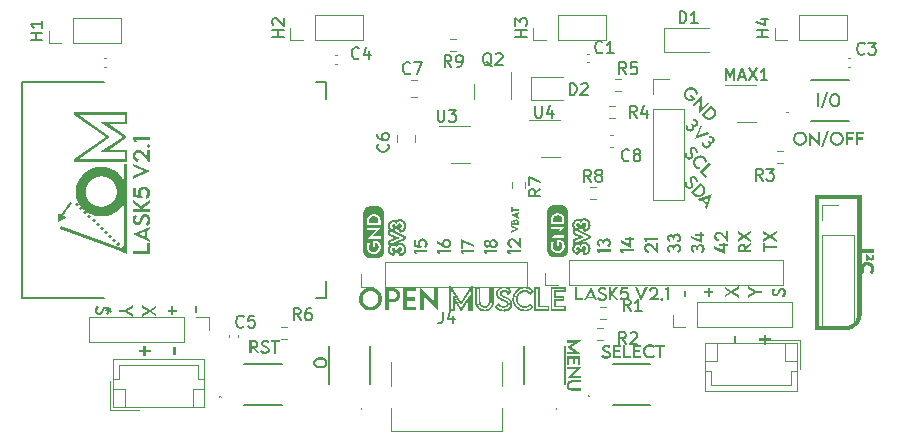
<source format=gbr>
%TF.GenerationSoftware,KiCad,Pcbnew,9.0.1*%
%TF.CreationDate,2025-04-13T07:36:32-05:00*%
%TF.ProjectId,LASK-V2-0,4c41534b-2d56-4322-9d30-2e6b69636164,rev?*%
%TF.SameCoordinates,Original*%
%TF.FileFunction,Legend,Top*%
%TF.FilePolarity,Positive*%
%FSLAX46Y46*%
G04 Gerber Fmt 4.6, Leading zero omitted, Abs format (unit mm)*
G04 Created by KiCad (PCBNEW 9.0.1) date 2025-04-13 07:36:32*
%MOMM*%
%LPD*%
G01*
G04 APERTURE LIST*
%ADD10C,0.000000*%
%ADD11C,0.150000*%
%ADD12C,0.120000*%
%ADD13C,0.200000*%
%ADD14C,0.100000*%
%ADD15C,0.152400*%
G04 APERTURE END LIST*
D10*
G36*
X187541701Y-87961658D02*
G01*
X187573001Y-87964046D01*
X187603771Y-87967984D01*
X187633979Y-87973436D01*
X187663590Y-87980366D01*
X187692570Y-87988739D01*
X187720887Y-87998520D01*
X187748506Y-88009673D01*
X187775394Y-88022163D01*
X187801517Y-88035954D01*
X187826841Y-88051010D01*
X187851333Y-88067298D01*
X187874958Y-88084780D01*
X187897684Y-88103422D01*
X187919476Y-88123189D01*
X187940301Y-88144044D01*
X187960124Y-88165952D01*
X187978914Y-88188879D01*
X187996634Y-88212788D01*
X188013253Y-88237645D01*
X188028736Y-88263413D01*
X188043049Y-88290057D01*
X188056159Y-88317543D01*
X188068032Y-88345834D01*
X188078635Y-88374895D01*
X188087933Y-88404691D01*
X188095893Y-88435186D01*
X188102482Y-88466345D01*
X188107665Y-88498133D01*
X188111409Y-88530514D01*
X188113680Y-88563452D01*
X188114444Y-88596912D01*
X188113309Y-88624961D01*
X188110726Y-88653184D01*
X188106727Y-88681506D01*
X188101341Y-88709850D01*
X188094600Y-88738139D01*
X188086533Y-88766298D01*
X188077171Y-88794248D01*
X188066545Y-88821914D01*
X188054685Y-88849220D01*
X188041622Y-88876087D01*
X188027385Y-88902441D01*
X188012005Y-88928204D01*
X187995514Y-88953299D01*
X187977941Y-88977650D01*
X187959316Y-89001181D01*
X187939670Y-89023815D01*
X187713321Y-88847610D01*
X187725144Y-88834053D01*
X187736417Y-88820005D01*
X187747110Y-88805512D01*
X187757195Y-88790621D01*
X187766642Y-88775376D01*
X187775421Y-88759826D01*
X187783504Y-88744015D01*
X187790861Y-88727991D01*
X187797462Y-88711798D01*
X187803278Y-88695484D01*
X187808280Y-88679094D01*
X187812439Y-88662675D01*
X187815724Y-88646272D01*
X187818107Y-88629933D01*
X187819559Y-88613703D01*
X187820049Y-88597628D01*
X187819655Y-88581064D01*
X187818485Y-88564694D01*
X187816557Y-88548540D01*
X187813886Y-88532623D01*
X187810492Y-88516965D01*
X187806390Y-88501588D01*
X187801597Y-88486514D01*
X187796132Y-88471764D01*
X187790011Y-88457361D01*
X187783252Y-88443325D01*
X187775871Y-88429680D01*
X187767886Y-88416446D01*
X187759313Y-88403645D01*
X187750171Y-88391299D01*
X187740476Y-88379430D01*
X187730246Y-88368060D01*
X187719498Y-88357211D01*
X187708248Y-88346903D01*
X187696514Y-88337160D01*
X187684314Y-88328002D01*
X187671664Y-88319452D01*
X187658582Y-88311531D01*
X187645084Y-88304261D01*
X187631188Y-88297664D01*
X187616912Y-88291761D01*
X187602271Y-88286575D01*
X187587285Y-88282127D01*
X187571969Y-88278439D01*
X187556341Y-88275532D01*
X187540417Y-88273429D01*
X187524216Y-88272152D01*
X187507755Y-88271721D01*
X187491108Y-88272170D01*
X187474754Y-88273499D01*
X187458708Y-88275681D01*
X187442985Y-88278691D01*
X187427601Y-88282501D01*
X187412571Y-88287085D01*
X187397911Y-88292417D01*
X187383637Y-88298470D01*
X187369763Y-88305217D01*
X187356306Y-88312633D01*
X187343280Y-88320690D01*
X187330702Y-88329362D01*
X187318586Y-88338623D01*
X187306949Y-88348446D01*
X187295805Y-88358805D01*
X187285170Y-88369673D01*
X187275060Y-88381024D01*
X187265490Y-88392830D01*
X187256476Y-88405067D01*
X187248032Y-88417706D01*
X187240176Y-88430722D01*
X187232921Y-88444088D01*
X187226283Y-88457778D01*
X187220279Y-88471766D01*
X187214923Y-88486024D01*
X187210231Y-88500526D01*
X187206218Y-88515245D01*
X187202901Y-88530156D01*
X187200293Y-88545232D01*
X187198412Y-88560446D01*
X187197271Y-88575772D01*
X187196888Y-88591183D01*
X187197419Y-88609195D01*
X187198988Y-88626970D01*
X187201558Y-88644503D01*
X187205092Y-88661792D01*
X187209554Y-88678833D01*
X187214906Y-88695623D01*
X187221113Y-88712160D01*
X187228137Y-88728440D01*
X187235941Y-88744459D01*
X187244490Y-88760215D01*
X187253745Y-88775705D01*
X187263671Y-88790925D01*
X187274231Y-88805872D01*
X187285388Y-88820544D01*
X187297105Y-88834936D01*
X187309345Y-88849047D01*
X187076549Y-89023821D01*
X187058118Y-89002712D01*
X187040465Y-88980759D01*
X187023648Y-88957972D01*
X187007721Y-88934364D01*
X186992743Y-88909946D01*
X186978770Y-88884729D01*
X186965859Y-88858726D01*
X186954066Y-88831947D01*
X186943448Y-88804404D01*
X186934062Y-88776110D01*
X186925964Y-88747074D01*
X186919212Y-88717309D01*
X186913861Y-88686827D01*
X186909969Y-88655638D01*
X186907592Y-88623755D01*
X186906788Y-88591188D01*
X186907489Y-88560706D01*
X186909579Y-88530402D01*
X186913036Y-88500327D01*
X186917837Y-88470533D01*
X186923962Y-88441073D01*
X186931388Y-88411997D01*
X186940093Y-88383358D01*
X186950056Y-88355208D01*
X186961256Y-88327598D01*
X186973669Y-88300580D01*
X186987275Y-88274206D01*
X187002052Y-88248528D01*
X187017978Y-88223597D01*
X187035030Y-88199466D01*
X187053189Y-88176186D01*
X187072430Y-88153809D01*
X187092734Y-88132387D01*
X187114077Y-88111971D01*
X187136439Y-88092614D01*
X187159798Y-88074367D01*
X187184131Y-88057282D01*
X187209417Y-88041411D01*
X187235634Y-88026806D01*
X187262761Y-88013518D01*
X187290775Y-88001599D01*
X187319655Y-87991101D01*
X187349379Y-87982077D01*
X187379926Y-87974576D01*
X187411273Y-87968653D01*
X187443398Y-87964358D01*
X187476281Y-87961743D01*
X187509899Y-87960859D01*
X187509899Y-87960858D01*
X187509899Y-87960857D01*
X187509900Y-87960857D01*
X187509900Y-87960856D01*
X187509901Y-87960856D01*
X187509901Y-87960855D01*
X187509902Y-87960855D01*
X187509903Y-87960855D01*
X187509903Y-87960854D01*
X187509904Y-87960854D01*
X187509905Y-87960854D01*
X187509906Y-87960854D01*
X187541701Y-87961658D01*
G37*
G36*
X187560729Y-87430081D02*
G01*
X187625309Y-87504491D01*
X187680655Y-87565465D01*
X187705197Y-87591140D01*
X187727829Y-87613728D01*
X187748683Y-87633319D01*
X187767893Y-87650005D01*
X187785591Y-87663875D01*
X187801910Y-87675020D01*
X187816982Y-87683531D01*
X187830942Y-87689498D01*
X187843921Y-87693011D01*
X187856052Y-87694162D01*
X187860263Y-87694060D01*
X187864431Y-87693757D01*
X187868550Y-87693258D01*
X187872615Y-87692567D01*
X187876619Y-87691689D01*
X187880557Y-87690628D01*
X187884422Y-87689390D01*
X187888209Y-87687979D01*
X187891911Y-87686399D01*
X187895523Y-87684656D01*
X187899038Y-87682753D01*
X187902451Y-87680696D01*
X187905756Y-87678489D01*
X187908946Y-87676137D01*
X187912017Y-87673645D01*
X187914961Y-87671017D01*
X187917772Y-87668258D01*
X187920446Y-87665372D01*
X187922976Y-87662364D01*
X187925355Y-87659239D01*
X187927578Y-87656002D01*
X187929640Y-87652657D01*
X187931533Y-87649208D01*
X187933253Y-87645661D01*
X187934792Y-87642020D01*
X187936146Y-87638290D01*
X187937307Y-87634476D01*
X187938271Y-87630581D01*
X187939031Y-87626611D01*
X187939581Y-87622570D01*
X187939916Y-87618464D01*
X187940029Y-87614296D01*
X187939886Y-87608765D01*
X187939460Y-87603280D01*
X187938760Y-87597850D01*
X187937792Y-87592484D01*
X187936563Y-87587189D01*
X187935080Y-87581974D01*
X187933349Y-87576848D01*
X187931379Y-87571819D01*
X187929175Y-87566895D01*
X187926745Y-87562086D01*
X187924096Y-87557399D01*
X187921235Y-87552844D01*
X187918168Y-87548428D01*
X187914903Y-87544160D01*
X187911446Y-87540048D01*
X187907805Y-87536102D01*
X187903987Y-87532329D01*
X187899998Y-87528737D01*
X187895845Y-87525337D01*
X187891536Y-87522135D01*
X187887077Y-87519141D01*
X187882475Y-87516362D01*
X187877738Y-87513808D01*
X187872872Y-87511487D01*
X187867884Y-87509407D01*
X187862781Y-87507577D01*
X187857570Y-87506005D01*
X187852259Y-87504700D01*
X187846853Y-87503671D01*
X187841361Y-87502924D01*
X187835788Y-87502471D01*
X187830143Y-87502317D01*
X187878193Y-87356913D01*
X187889589Y-87357246D01*
X187900889Y-87358235D01*
X187912077Y-87359864D01*
X187923133Y-87362117D01*
X187934041Y-87364979D01*
X187944784Y-87368433D01*
X187955344Y-87372465D01*
X187965703Y-87377058D01*
X187975845Y-87382196D01*
X187985751Y-87387865D01*
X187995404Y-87394047D01*
X188004787Y-87400728D01*
X188013883Y-87407892D01*
X188022673Y-87415523D01*
X188031141Y-87423604D01*
X188039268Y-87432122D01*
X188047038Y-87441058D01*
X188054434Y-87450399D01*
X188061437Y-87460128D01*
X188068030Y-87470230D01*
X188074196Y-87480688D01*
X188079917Y-87491488D01*
X188085177Y-87502612D01*
X188089956Y-87514046D01*
X188094239Y-87525774D01*
X188098007Y-87537780D01*
X188101244Y-87550049D01*
X188103931Y-87562564D01*
X188106051Y-87575309D01*
X188107587Y-87588270D01*
X188108521Y-87601431D01*
X188108837Y-87614775D01*
X188108508Y-87628122D01*
X188107533Y-87641293D01*
X188105929Y-87654270D01*
X188103713Y-87667038D01*
X188100902Y-87679580D01*
X188097514Y-87691880D01*
X188093566Y-87703922D01*
X188089075Y-87715690D01*
X188084059Y-87727168D01*
X188078533Y-87738340D01*
X188072517Y-87749188D01*
X188066026Y-87759698D01*
X188059078Y-87769853D01*
X188051691Y-87779637D01*
X188043881Y-87789033D01*
X188035666Y-87798026D01*
X188027063Y-87806599D01*
X188018089Y-87814736D01*
X188008762Y-87822421D01*
X187999098Y-87829638D01*
X187989114Y-87836370D01*
X187978829Y-87842602D01*
X187968259Y-87848317D01*
X187957422Y-87853499D01*
X187946334Y-87858132D01*
X187935013Y-87862200D01*
X187923476Y-87865687D01*
X187911740Y-87868575D01*
X187899823Y-87870850D01*
X187887742Y-87872495D01*
X187875513Y-87873494D01*
X187863155Y-87873831D01*
X187852827Y-87873556D01*
X187842532Y-87872739D01*
X187832275Y-87871396D01*
X187822065Y-87869542D01*
X187811910Y-87867189D01*
X187801815Y-87864353D01*
X187791790Y-87861048D01*
X187781842Y-87857289D01*
X187762203Y-87848465D01*
X187742960Y-87837997D01*
X187724170Y-87826000D01*
X187705894Y-87812589D01*
X187688191Y-87797879D01*
X187671120Y-87781987D01*
X187654741Y-87765027D01*
X187639113Y-87747116D01*
X187624296Y-87728367D01*
X187610348Y-87708898D01*
X187597330Y-87688823D01*
X187585300Y-87668257D01*
X187585300Y-87881706D01*
X187421093Y-87881706D01*
X187421093Y-87341511D01*
X187485851Y-87341511D01*
X187560729Y-87430081D01*
G37*
G36*
X188087230Y-87211983D02*
G01*
X186932583Y-87211983D01*
X186932583Y-86905415D01*
X188087230Y-86905415D01*
X188087230Y-87211983D01*
G37*
G36*
X187038921Y-92334385D02*
G01*
X187037034Y-92408736D01*
X187031433Y-92482126D01*
X187022211Y-92554462D01*
X187009459Y-92625653D01*
X186993268Y-92695607D01*
X186973732Y-92764232D01*
X186950940Y-92831437D01*
X186924985Y-92897130D01*
X186895960Y-92961220D01*
X186863954Y-93023613D01*
X186829061Y-93084220D01*
X186791371Y-93142947D01*
X186750977Y-93199704D01*
X186707970Y-93254399D01*
X186662442Y-93306939D01*
X186614485Y-93357234D01*
X186564191Y-93405191D01*
X186511650Y-93450718D01*
X186456956Y-93493725D01*
X186400199Y-93534119D01*
X186341471Y-93571809D01*
X186280864Y-93606702D01*
X186218471Y-93638708D01*
X186154381Y-93667734D01*
X186088688Y-93693688D01*
X186021482Y-93716480D01*
X185952857Y-93736017D01*
X185882902Y-93752207D01*
X185811711Y-93764959D01*
X185739374Y-93774182D01*
X185665984Y-93779782D01*
X185591633Y-93781670D01*
X185591633Y-93781668D01*
X183102558Y-93781668D01*
X183102558Y-93428888D01*
X183455333Y-93428888D01*
X185591633Y-93428888D01*
X185647877Y-93427462D01*
X185703392Y-93423228D01*
X185758109Y-93416256D01*
X185811957Y-93406615D01*
X185864869Y-93394375D01*
X185916774Y-93379605D01*
X185967603Y-93362373D01*
X186017287Y-93342750D01*
X186065758Y-93320805D01*
X186112944Y-93296607D01*
X186158778Y-93270224D01*
X186203190Y-93241727D01*
X186246111Y-93211185D01*
X186287471Y-93178666D01*
X186327202Y-93144241D01*
X186365233Y-93107978D01*
X186401496Y-93069947D01*
X186435922Y-93030217D01*
X186468440Y-92988857D01*
X186498983Y-92945937D01*
X186527480Y-92901525D01*
X186553863Y-92855691D01*
X186578061Y-92808505D01*
X186600007Y-92760035D01*
X186619630Y-92710351D01*
X186636861Y-92659522D01*
X186651632Y-92607617D01*
X186663872Y-92554706D01*
X186673513Y-92500858D01*
X186680485Y-92446142D01*
X186684719Y-92390627D01*
X186686145Y-92334383D01*
X186686145Y-82699654D01*
X183455333Y-82699654D01*
X183455333Y-93428885D01*
X183455333Y-93428888D01*
X183102558Y-93428888D01*
X183102558Y-93428885D01*
X183102558Y-82346880D01*
X187038921Y-82346880D01*
X187038921Y-92334385D01*
G37*
G36*
X157488586Y-83505220D02*
G01*
X158001358Y-83505220D01*
X158001358Y-83639519D01*
X157488586Y-83639519D01*
X157488586Y-83798235D01*
X157354286Y-83798235D01*
X157354286Y-83346506D01*
X157488586Y-83346506D01*
X157488586Y-83505220D01*
G37*
G36*
X158001362Y-83871483D02*
G01*
X157915897Y-83908110D01*
X157915897Y-83920319D01*
X157915897Y-84176706D01*
X158001362Y-84213331D01*
X158001362Y-84347631D01*
X157342091Y-84042412D01*
X157635093Y-84042412D01*
X157806019Y-84115665D01*
X157806019Y-83969156D01*
X157635093Y-84042412D01*
X157342091Y-84042412D01*
X157342083Y-84042408D01*
X158001362Y-83724976D01*
X158001362Y-83871483D01*
G37*
G36*
X157815172Y-84372264D02*
G01*
X157824308Y-84372905D01*
X157833408Y-84373971D01*
X157842454Y-84375459D01*
X157851429Y-84377368D01*
X157860315Y-84379695D01*
X157869093Y-84382438D01*
X157877745Y-84385594D01*
X157886255Y-84389162D01*
X157894604Y-84393138D01*
X157902774Y-84397522D01*
X157910747Y-84402310D01*
X157918506Y-84407501D01*
X157926032Y-84413091D01*
X157933307Y-84419080D01*
X157940315Y-84425464D01*
X157947036Y-84432242D01*
X157953453Y-84439411D01*
X157959549Y-84446969D01*
X157965304Y-84454914D01*
X157970702Y-84463243D01*
X157975725Y-84471955D01*
X157980353Y-84481046D01*
X157984571Y-84490516D01*
X157988359Y-84500361D01*
X157991701Y-84510579D01*
X157994577Y-84521168D01*
X157996970Y-84532127D01*
X157998863Y-84543451D01*
X158000237Y-84555141D01*
X158001075Y-84567192D01*
X158001358Y-84579603D01*
X158001358Y-84823782D01*
X157354290Y-84823782D01*
X157354290Y-84689480D01*
X157476375Y-84689480D01*
X157476379Y-84689480D01*
X157598465Y-84689480D01*
X157598465Y-84677269D01*
X157720550Y-84677269D01*
X157879265Y-84677269D01*
X157879265Y-84579599D01*
X157878978Y-84572604D01*
X157878120Y-84565412D01*
X157876689Y-84558112D01*
X157874686Y-84550794D01*
X157872111Y-84543548D01*
X157868963Y-84536463D01*
X157865243Y-84529628D01*
X157863169Y-84526332D01*
X157860951Y-84523133D01*
X157858590Y-84520041D01*
X157856087Y-84517067D01*
X157853440Y-84514223D01*
X157850650Y-84511519D01*
X157847717Y-84508968D01*
X157844641Y-84506580D01*
X157841422Y-84504366D01*
X157838059Y-84502338D01*
X157834554Y-84500507D01*
X157830906Y-84498884D01*
X157827114Y-84497479D01*
X157823180Y-84496305D01*
X157819102Y-84495372D01*
X157814881Y-84494692D01*
X157810518Y-84494276D01*
X157806011Y-84494135D01*
X157793808Y-84494135D01*
X157786949Y-84494424D01*
X157783536Y-84494789D01*
X157780143Y-84495303D01*
X157776778Y-84495970D01*
X157773445Y-84496791D01*
X157770153Y-84497768D01*
X157766908Y-84498904D01*
X157763717Y-84500201D01*
X157760586Y-84501662D01*
X157757522Y-84503287D01*
X157754532Y-84505081D01*
X157751622Y-84507044D01*
X157748800Y-84509179D01*
X157746071Y-84511489D01*
X157743443Y-84513975D01*
X157740922Y-84516641D01*
X157738516Y-84519487D01*
X157736230Y-84522516D01*
X157734071Y-84525732D01*
X157732047Y-84529135D01*
X157730163Y-84532727D01*
X157728428Y-84536513D01*
X157726846Y-84540492D01*
X157725425Y-84544669D01*
X157724172Y-84549044D01*
X157723093Y-84553621D01*
X157722196Y-84558401D01*
X157721486Y-84563386D01*
X157720971Y-84568580D01*
X157720656Y-84573983D01*
X157720550Y-84579599D01*
X157720550Y-84677269D01*
X157598465Y-84677269D01*
X157598465Y-84640644D01*
X157598393Y-84637246D01*
X157598181Y-84633923D01*
X157597831Y-84630675D01*
X157597344Y-84627505D01*
X157596723Y-84624416D01*
X157595970Y-84621410D01*
X157595087Y-84618488D01*
X157594077Y-84615654D01*
X157592942Y-84612909D01*
X157591684Y-84610256D01*
X157590305Y-84607697D01*
X157588807Y-84605233D01*
X157587194Y-84602869D01*
X157585466Y-84600604D01*
X157583627Y-84598443D01*
X157581678Y-84596387D01*
X157579621Y-84594438D01*
X157577460Y-84592598D01*
X157575196Y-84590871D01*
X157572831Y-84589257D01*
X157570368Y-84587759D01*
X157567809Y-84586380D01*
X157565156Y-84585122D01*
X157562411Y-84583987D01*
X157559577Y-84582977D01*
X157556655Y-84582094D01*
X157553649Y-84581341D01*
X157550560Y-84580720D01*
X157547391Y-84580233D01*
X157544143Y-84579883D01*
X157540819Y-84579671D01*
X157537422Y-84579599D01*
X157534024Y-84579671D01*
X157530701Y-84579883D01*
X157527453Y-84580233D01*
X157524283Y-84580720D01*
X157521194Y-84581341D01*
X157518188Y-84582094D01*
X157515267Y-84582977D01*
X157512432Y-84583987D01*
X157509687Y-84585123D01*
X157507034Y-84586381D01*
X157504475Y-84587760D01*
X157502011Y-84589257D01*
X157499646Y-84590871D01*
X157497382Y-84592599D01*
X157495221Y-84594438D01*
X157493164Y-84596387D01*
X157491215Y-84598444D01*
X157489375Y-84600605D01*
X157487648Y-84602869D01*
X157486034Y-84605234D01*
X157484536Y-84607697D01*
X157483157Y-84610257D01*
X157481899Y-84612910D01*
X157480763Y-84615655D01*
X157479753Y-84618489D01*
X157478870Y-84621410D01*
X157478117Y-84624417D01*
X157477496Y-84627506D01*
X157477009Y-84630675D01*
X157476658Y-84633923D01*
X157476446Y-84637247D01*
X157476375Y-84640644D01*
X157476375Y-84689480D01*
X157354290Y-84689480D01*
X157354290Y-84652859D01*
X157354537Y-84642666D01*
X157354686Y-84640644D01*
X157355270Y-84632694D01*
X157356473Y-84622951D01*
X157358129Y-84613442D01*
X157360223Y-84604175D01*
X157362740Y-84595155D01*
X157365664Y-84586391D01*
X157368979Y-84577888D01*
X157372669Y-84569654D01*
X157376720Y-84561694D01*
X157381115Y-84554016D01*
X157385838Y-84546627D01*
X157390874Y-84539532D01*
X157396208Y-84532740D01*
X157401823Y-84526255D01*
X157407705Y-84520087D01*
X157413836Y-84514240D01*
X157420203Y-84508721D01*
X157426788Y-84503538D01*
X157433577Y-84498697D01*
X157440554Y-84494205D01*
X157447703Y-84490068D01*
X157455008Y-84486293D01*
X157462454Y-84482887D01*
X157470025Y-84479857D01*
X157477706Y-84477209D01*
X157485481Y-84474950D01*
X157493334Y-84473087D01*
X157501249Y-84471626D01*
X157509212Y-84470574D01*
X157517205Y-84469938D01*
X157525215Y-84469725D01*
X157533049Y-84469865D01*
X157540532Y-84470276D01*
X157547671Y-84470942D01*
X157554473Y-84471847D01*
X157560943Y-84472975D01*
X157567090Y-84474312D01*
X157572919Y-84475841D01*
X157578437Y-84477546D01*
X157583651Y-84479412D01*
X157588568Y-84481424D01*
X157593195Y-84483565D01*
X157597537Y-84485820D01*
X157605397Y-84490610D01*
X157612202Y-84495669D01*
X157618005Y-84500870D01*
X157622861Y-84506089D01*
X157626822Y-84511201D01*
X157629943Y-84516080D01*
X157632277Y-84520602D01*
X157633877Y-84524641D01*
X157634798Y-84528072D01*
X157635093Y-84530769D01*
X157635272Y-84524978D01*
X157635806Y-84519064D01*
X157636693Y-84513047D01*
X157637931Y-84506948D01*
X157639518Y-84500785D01*
X157641451Y-84494581D01*
X157643729Y-84488354D01*
X157646349Y-84482124D01*
X157649308Y-84475913D01*
X157652605Y-84469740D01*
X157656238Y-84463624D01*
X157660203Y-84457587D01*
X157664500Y-84451649D01*
X157669125Y-84445828D01*
X157674076Y-84440147D01*
X157679351Y-84434624D01*
X157684949Y-84429280D01*
X157690866Y-84424135D01*
X157697101Y-84419209D01*
X157703650Y-84414522D01*
X157710513Y-84410095D01*
X157717686Y-84405947D01*
X157725168Y-84402098D01*
X157732956Y-84398569D01*
X157741049Y-84395380D01*
X157749443Y-84392551D01*
X157758136Y-84390102D01*
X157767127Y-84388054D01*
X157776413Y-84386425D01*
X157785992Y-84385237D01*
X157795861Y-84384509D01*
X157806019Y-84384262D01*
X157806019Y-84372051D01*
X157806019Y-84372049D01*
X157815172Y-84372264D01*
G37*
G36*
X158013565Y-85190046D02*
G01*
X157354286Y-85495270D01*
X157354286Y-85360970D01*
X157732765Y-85190046D01*
X157354286Y-85019123D01*
X157354286Y-84884823D01*
X158013565Y-85190046D01*
G37*
G36*
X158208912Y-86826036D02*
G01*
X158172283Y-86826036D01*
X158038176Y-86660478D01*
X157918949Y-86520243D01*
X157864558Y-86459308D01*
X157813458Y-86404330D01*
X157765505Y-86355181D01*
X157720556Y-86311737D01*
X157678469Y-86273873D01*
X157639101Y-86241464D01*
X157602308Y-86214385D01*
X157567946Y-86192509D01*
X157535874Y-86175713D01*
X157505948Y-86163870D01*
X157478025Y-86156857D01*
X157451961Y-86154547D01*
X157439480Y-86154865D01*
X157427224Y-86155808D01*
X157415205Y-86157353D01*
X157403435Y-86159483D01*
X157391924Y-86162175D01*
X157380683Y-86165411D01*
X157369724Y-86169170D01*
X157359058Y-86173432D01*
X157348696Y-86178177D01*
X157338650Y-86183385D01*
X157328929Y-86189035D01*
X157319546Y-86195108D01*
X157310512Y-86201583D01*
X157301838Y-86208441D01*
X157293535Y-86215660D01*
X157285615Y-86223222D01*
X157278087Y-86231106D01*
X157270965Y-86239291D01*
X157264258Y-86247758D01*
X157257978Y-86256487D01*
X157252137Y-86265457D01*
X157246744Y-86274648D01*
X157241812Y-86284041D01*
X157237352Y-86293614D01*
X157233375Y-86303349D01*
X157229892Y-86313224D01*
X157226914Y-86323220D01*
X157224452Y-86333317D01*
X157222518Y-86343494D01*
X157221123Y-86353732D01*
X157220278Y-86364010D01*
X157219993Y-86374308D01*
X157220313Y-86384675D01*
X157221260Y-86395157D01*
X157222820Y-86405724D01*
X157224977Y-86416347D01*
X157227715Y-86426996D01*
X157231019Y-86437644D01*
X157234872Y-86448260D01*
X157239260Y-86458816D01*
X157244167Y-86469282D01*
X157249576Y-86479630D01*
X157255473Y-86489830D01*
X157261842Y-86499854D01*
X157268666Y-86509672D01*
X157275931Y-86519255D01*
X157283621Y-86528575D01*
X157291720Y-86537601D01*
X157300212Y-86546306D01*
X157309083Y-86554660D01*
X157318315Y-86562634D01*
X157327894Y-86570199D01*
X157337803Y-86577325D01*
X157348028Y-86583984D01*
X157358553Y-86590147D01*
X157369361Y-86595785D01*
X157380438Y-86600868D01*
X157391767Y-86605368D01*
X157403334Y-86609255D01*
X157415121Y-86612501D01*
X157427114Y-86615076D01*
X157439298Y-86616951D01*
X157451656Y-86618098D01*
X157464172Y-86618486D01*
X157427547Y-86789410D01*
X157407091Y-86788878D01*
X157386944Y-86787299D01*
X157367128Y-86784702D01*
X157347664Y-86781111D01*
X157328577Y-86776555D01*
X157309887Y-86771061D01*
X157291618Y-86764654D01*
X157273791Y-86757361D01*
X157256429Y-86749211D01*
X157239555Y-86740228D01*
X157223190Y-86730441D01*
X157207357Y-86719876D01*
X157192079Y-86708560D01*
X157177377Y-86696520D01*
X157163275Y-86683782D01*
X157149794Y-86670373D01*
X157136957Y-86656321D01*
X157124786Y-86641652D01*
X157113303Y-86626392D01*
X157102532Y-86610569D01*
X157092494Y-86594210D01*
X157083211Y-86577341D01*
X157074706Y-86559989D01*
X157067002Y-86542181D01*
X157060120Y-86523944D01*
X157054084Y-86505305D01*
X157048914Y-86486290D01*
X157044635Y-86466926D01*
X157041267Y-86447240D01*
X157038834Y-86427260D01*
X157037358Y-86407011D01*
X157036861Y-86386520D01*
X157037393Y-86366030D01*
X157038971Y-86345781D01*
X157041569Y-86325800D01*
X157045159Y-86306114D01*
X157049715Y-86286751D01*
X157055210Y-86267735D01*
X157061617Y-86249096D01*
X157068909Y-86230859D01*
X157077060Y-86213051D01*
X157086042Y-86195699D01*
X157095829Y-86178830D01*
X157106394Y-86162470D01*
X157117710Y-86146647D01*
X157129750Y-86131388D01*
X157142488Y-86116718D01*
X157155897Y-86102666D01*
X157169949Y-86089257D01*
X157184618Y-86076519D01*
X157199878Y-86064479D01*
X157215701Y-86053163D01*
X157232060Y-86042598D01*
X157248929Y-86032811D01*
X157266281Y-86023828D01*
X157284089Y-86015678D01*
X157302326Y-86008385D01*
X157320966Y-86001978D01*
X157339981Y-85996483D01*
X157359344Y-85991927D01*
X157379030Y-85988337D01*
X157399011Y-85985740D01*
X157419260Y-85984161D01*
X157439750Y-85983629D01*
X157460316Y-85984232D01*
X157480803Y-85986023D01*
X157501205Y-85988971D01*
X157521516Y-85993048D01*
X157541728Y-85998225D01*
X157561835Y-86004473D01*
X157581831Y-86011763D01*
X157601708Y-86020065D01*
X157621459Y-86029351D01*
X157641079Y-86039592D01*
X157679897Y-86062821D01*
X157718106Y-86089519D01*
X157755654Y-86119454D01*
X157792486Y-86152393D01*
X157828550Y-86188105D01*
X157863791Y-86226355D01*
X157898155Y-86266913D01*
X157931589Y-86309545D01*
X157964040Y-86354019D01*
X157995453Y-86400103D01*
X158025776Y-86447563D01*
X158025776Y-85971418D01*
X158025776Y-85959209D01*
X158025776Y-85959204D01*
X158208912Y-85959204D01*
X158208912Y-86826036D01*
G37*
G36*
X158196697Y-87180090D02*
G01*
X157268818Y-87180090D01*
X157317653Y-87338806D01*
X157134521Y-87338806D01*
X157049053Y-87058002D01*
X157049053Y-87009167D01*
X157036850Y-86996958D01*
X157036853Y-86996958D01*
X158196697Y-86996958D01*
X158196697Y-87180090D01*
G37*
G36*
X149870243Y-86008034D02*
G01*
X149870244Y-86008034D01*
X149870245Y-86008034D01*
X149870246Y-86008034D01*
X149870247Y-86008035D01*
X149870247Y-86008036D01*
X149892921Y-86008603D01*
X149915148Y-86010286D01*
X149936911Y-86013056D01*
X149958190Y-86016882D01*
X149978969Y-86021738D01*
X149999228Y-86027592D01*
X150018952Y-86034417D01*
X150038120Y-86042182D01*
X150056717Y-86050860D01*
X150074723Y-86060421D01*
X150092121Y-86070836D01*
X150108894Y-86082076D01*
X150125022Y-86094112D01*
X150140489Y-86106914D01*
X150155276Y-86120454D01*
X150169365Y-86134703D01*
X150182739Y-86149631D01*
X150195380Y-86165210D01*
X150207270Y-86181411D01*
X150218390Y-86198203D01*
X150228724Y-86215559D01*
X150238253Y-86233450D01*
X150246960Y-86251845D01*
X150254825Y-86270717D01*
X150261833Y-86290036D01*
X150267964Y-86309773D01*
X150273201Y-86329898D01*
X150277526Y-86350384D01*
X150280921Y-86371201D01*
X150283368Y-86392319D01*
X150284849Y-86413710D01*
X150285347Y-86435345D01*
X150284214Y-86477288D01*
X150280864Y-86516227D01*
X150275367Y-86552305D01*
X150267796Y-86585665D01*
X150258222Y-86616450D01*
X150252707Y-86630921D01*
X150246717Y-86644802D01*
X150233351Y-86670866D01*
X150218198Y-86694783D01*
X150201327Y-86716698D01*
X150182811Y-86736753D01*
X150162721Y-86755090D01*
X150141129Y-86771854D01*
X150118106Y-86787188D01*
X150093724Y-86801233D01*
X150068054Y-86814134D01*
X150041168Y-86826033D01*
X149980121Y-86642899D01*
X149986917Y-86639289D01*
X149993564Y-86635337D01*
X150000060Y-86631058D01*
X150006399Y-86626469D01*
X150012577Y-86621585D01*
X150018590Y-86616421D01*
X150024433Y-86610993D01*
X150030102Y-86605318D01*
X150035591Y-86599409D01*
X150040898Y-86593284D01*
X150050943Y-86580446D01*
X150060201Y-86566929D01*
X150068636Y-86552857D01*
X150076213Y-86538355D01*
X150082896Y-86523550D01*
X150088649Y-86508566D01*
X150093436Y-86493528D01*
X150097221Y-86478562D01*
X150099969Y-86463793D01*
X150101644Y-86449345D01*
X150102068Y-86442281D01*
X150102211Y-86435345D01*
X150101961Y-86424977D01*
X150101215Y-86414495D01*
X150098252Y-86393305D01*
X150093358Y-86372008D01*
X150086568Y-86350836D01*
X150077918Y-86330022D01*
X150067443Y-86309798D01*
X150061533Y-86299980D01*
X150055181Y-86290396D01*
X150048390Y-86281077D01*
X150041166Y-86272050D01*
X150033512Y-86263345D01*
X150025433Y-86254992D01*
X150016935Y-86247018D01*
X150008020Y-86239453D01*
X149998694Y-86232327D01*
X149988962Y-86225668D01*
X149978827Y-86219505D01*
X149968294Y-86213867D01*
X149957368Y-86208784D01*
X149946052Y-86204284D01*
X149934352Y-86200397D01*
X149922273Y-86197151D01*
X149909817Y-86194576D01*
X149896991Y-86192701D01*
X149883798Y-86191555D01*
X149870243Y-86191166D01*
X149856723Y-86191450D01*
X149843632Y-86192296D01*
X149830970Y-86193691D01*
X149818737Y-86195625D01*
X149806934Y-86198087D01*
X149795560Y-86201065D01*
X149784615Y-86204548D01*
X149774099Y-86208525D01*
X149764012Y-86212985D01*
X149754355Y-86217917D01*
X149745127Y-86223310D01*
X149736328Y-86229151D01*
X149727958Y-86235431D01*
X149720017Y-86242138D01*
X149712506Y-86249261D01*
X149705424Y-86256788D01*
X149698771Y-86264709D01*
X149692547Y-86273012D01*
X149686752Y-86281686D01*
X149681387Y-86290720D01*
X149676451Y-86300103D01*
X149671944Y-86309823D01*
X149667866Y-86319870D01*
X149664217Y-86330232D01*
X149660998Y-86340898D01*
X149658208Y-86351857D01*
X149655847Y-86363097D01*
X149653916Y-86374608D01*
X149652413Y-86386379D01*
X149651340Y-86398397D01*
X149650482Y-86423134D01*
X149651051Y-86447609D01*
X149652747Y-86470706D01*
X149655552Y-86492481D01*
X149659448Y-86512985D01*
X149664417Y-86532273D01*
X149670441Y-86550399D01*
X149677502Y-86567416D01*
X149685583Y-86583378D01*
X149694665Y-86598338D01*
X149704731Y-86612350D01*
X149715763Y-86625468D01*
X149727742Y-86637745D01*
X149740652Y-86649236D01*
X149754474Y-86659993D01*
X149769190Y-86670070D01*
X149784782Y-86679522D01*
X149723739Y-86777191D01*
X149125503Y-86691729D01*
X149125503Y-86093494D01*
X149308639Y-86093494D01*
X149308639Y-86557428D01*
X149540607Y-86594055D01*
X149531737Y-86584618D01*
X149523438Y-86574645D01*
X149515712Y-86564171D01*
X149508559Y-86553231D01*
X149501977Y-86541863D01*
X149495968Y-86530101D01*
X149490531Y-86517981D01*
X149485667Y-86505539D01*
X149481375Y-86492812D01*
X149477655Y-86479834D01*
X149474507Y-86466641D01*
X149471932Y-86453269D01*
X149469929Y-86439755D01*
X149468498Y-86426133D01*
X149467640Y-86412439D01*
X149467354Y-86398710D01*
X149467851Y-86376071D01*
X149469330Y-86353946D01*
X149471770Y-86332349D01*
X149475151Y-86311293D01*
X149479453Y-86290791D01*
X149484656Y-86270857D01*
X149490740Y-86251504D01*
X149497685Y-86232746D01*
X149505470Y-86214596D01*
X149514076Y-86197067D01*
X149523482Y-86180174D01*
X149533668Y-86163928D01*
X149544614Y-86148345D01*
X149556300Y-86133436D01*
X149568706Y-86119217D01*
X149581812Y-86105699D01*
X149595597Y-86092896D01*
X149610041Y-86080822D01*
X149625125Y-86069491D01*
X149640829Y-86058915D01*
X149657131Y-86049108D01*
X149674012Y-86040083D01*
X149691453Y-86031854D01*
X149709431Y-86024435D01*
X149727929Y-86017838D01*
X149746925Y-86012077D01*
X149766399Y-86007166D01*
X149786332Y-86003118D01*
X149806703Y-85999945D01*
X149827492Y-85997663D01*
X149848678Y-85996284D01*
X149870243Y-85995821D01*
X149870243Y-86008034D01*
G37*
G36*
X150273140Y-87180090D02*
G01*
X149345260Y-87180090D01*
X149394096Y-87338806D01*
X149210964Y-87338806D01*
X149125496Y-87058002D01*
X149125496Y-87009167D01*
X149113292Y-86996958D01*
X149113296Y-86996958D01*
X150273140Y-86996958D01*
X150273140Y-87180090D01*
G37*
G36*
X151890263Y-86020397D02*
G01*
X151884712Y-86020245D01*
X151884712Y-86020235D01*
X151896919Y-86020235D01*
X151890263Y-86020397D01*
G37*
G36*
X151904094Y-86020777D02*
G01*
X151923303Y-86022355D01*
X151942312Y-86024953D01*
X151961090Y-86028543D01*
X151979609Y-86033099D01*
X151997839Y-86038594D01*
X152015752Y-86045001D01*
X152033318Y-86052293D01*
X152050509Y-86060444D01*
X152067295Y-86069426D01*
X152083648Y-86079213D01*
X152099538Y-86089778D01*
X152114936Y-86101094D01*
X152129813Y-86113135D01*
X152144140Y-86125873D01*
X152157888Y-86139281D01*
X152171028Y-86153334D01*
X152183530Y-86168003D01*
X152195367Y-86183263D01*
X152206509Y-86199086D01*
X152216926Y-86215445D01*
X152226589Y-86232314D01*
X152235471Y-86249666D01*
X152243541Y-86267474D01*
X152250770Y-86285711D01*
X152257129Y-86304351D01*
X152262590Y-86323366D01*
X152267124Y-86342730D01*
X152270700Y-86362415D01*
X152273291Y-86382396D01*
X152274866Y-86402645D01*
X152275398Y-86423136D01*
X152274936Y-86443626D01*
X152273562Y-86463875D01*
X152271294Y-86483856D01*
X152268149Y-86503542D01*
X152264146Y-86522906D01*
X152259302Y-86541921D01*
X152253636Y-86560560D01*
X152247165Y-86578798D01*
X152239907Y-86596606D01*
X152231880Y-86613957D01*
X152223102Y-86630827D01*
X152213591Y-86647186D01*
X152203364Y-86663009D01*
X152192440Y-86678268D01*
X152180836Y-86692938D01*
X152168570Y-86706990D01*
X152155661Y-86720399D01*
X152142125Y-86733137D01*
X152127982Y-86745177D01*
X152113248Y-86756493D01*
X152097942Y-86767058D01*
X152082082Y-86776846D01*
X152065685Y-86785828D01*
X152048770Y-86793979D01*
X152031353Y-86801271D01*
X152013454Y-86807678D01*
X151995090Y-86813173D01*
X151976278Y-86817729D01*
X151957038Y-86821319D01*
X151937386Y-86823917D01*
X151917340Y-86825495D01*
X151896919Y-86826027D01*
X151858366Y-86825261D01*
X151840844Y-86824246D01*
X151824284Y-86822760D01*
X151808529Y-86820764D01*
X151793422Y-86818220D01*
X151778807Y-86815091D01*
X151764527Y-86811338D01*
X151750426Y-86806923D01*
X151736347Y-86801809D01*
X151722135Y-86795956D01*
X151707631Y-86789328D01*
X151692681Y-86781887D01*
X151677127Y-86773593D01*
X151643583Y-86754299D01*
X151605747Y-86731142D01*
X151562366Y-86703818D01*
X151453966Y-86635452D01*
X151386442Y-86593803D01*
X151308367Y-86546770D01*
X151218489Y-86494050D01*
X151115554Y-86435339D01*
X151115554Y-86227785D01*
X151555072Y-86484173D01*
X151546107Y-86456704D01*
X151541981Y-86442969D01*
X151538284Y-86429234D01*
X151536641Y-86422366D01*
X151535159Y-86415499D01*
X151534292Y-86410929D01*
X151664951Y-86410929D01*
X151665235Y-86422336D01*
X151666078Y-86433654D01*
X151667466Y-86444864D01*
X151669386Y-86455949D01*
X151671825Y-86466891D01*
X151674769Y-86477673D01*
X151678205Y-86488275D01*
X151682120Y-86498680D01*
X151686499Y-86508871D01*
X151691330Y-86518830D01*
X151696599Y-86528538D01*
X151702293Y-86537978D01*
X151708398Y-86547132D01*
X151714902Y-86555981D01*
X151721789Y-86564509D01*
X151729048Y-86572697D01*
X151736664Y-86580527D01*
X151744625Y-86587982D01*
X151752917Y-86595043D01*
X151761526Y-86601693D01*
X151770439Y-86607914D01*
X151779642Y-86613688D01*
X151789123Y-86618996D01*
X151798868Y-86623822D01*
X151808863Y-86628147D01*
X151819095Y-86631953D01*
X151829550Y-86635223D01*
X151840216Y-86637939D01*
X151851078Y-86640082D01*
X151862124Y-86641635D01*
X151873340Y-86642580D01*
X151884712Y-86642899D01*
X151896084Y-86642615D01*
X151907300Y-86641772D01*
X151918345Y-86640384D01*
X151929208Y-86638463D01*
X151939873Y-86636024D01*
X151950329Y-86633080D01*
X151960561Y-86629644D01*
X151970555Y-86625730D01*
X151980300Y-86621351D01*
X151989781Y-86616520D01*
X151998984Y-86611251D01*
X152007897Y-86605557D01*
X152016506Y-86599452D01*
X152024797Y-86592949D01*
X152032758Y-86586061D01*
X152040374Y-86578802D01*
X152047633Y-86571186D01*
X152054520Y-86563225D01*
X152061023Y-86554934D01*
X152067128Y-86546325D01*
X152072822Y-86537412D01*
X152078091Y-86528208D01*
X152082922Y-86518727D01*
X152087301Y-86508983D01*
X152091215Y-86498988D01*
X152094651Y-86488755D01*
X152097595Y-86478300D01*
X152100034Y-86467634D01*
X152101954Y-86456772D01*
X152103342Y-86445726D01*
X152104185Y-86434510D01*
X152104469Y-86423138D01*
X152104185Y-86411766D01*
X152103342Y-86400550D01*
X152101954Y-86389504D01*
X152100034Y-86378642D01*
X152097595Y-86367976D01*
X152094651Y-86357521D01*
X152091215Y-86347289D01*
X152087301Y-86337294D01*
X152082922Y-86327549D01*
X152078091Y-86318069D01*
X152072822Y-86308865D01*
X152067128Y-86299952D01*
X152061023Y-86291343D01*
X152054520Y-86283052D01*
X152047633Y-86275091D01*
X152040374Y-86267475D01*
X152032758Y-86260216D01*
X152024797Y-86253328D01*
X152016506Y-86246825D01*
X152007897Y-86240720D01*
X151998984Y-86235026D01*
X151989781Y-86229757D01*
X151980300Y-86224927D01*
X151970555Y-86220547D01*
X151960561Y-86216633D01*
X151950329Y-86213197D01*
X151939873Y-86210253D01*
X151929208Y-86207814D01*
X151918345Y-86205894D01*
X151907300Y-86204505D01*
X151896084Y-86203663D01*
X151884712Y-86203379D01*
X151884712Y-86191170D01*
X151873340Y-86191454D01*
X151862124Y-86192296D01*
X151851078Y-86193685D01*
X151840216Y-86195605D01*
X151829550Y-86198044D01*
X151819095Y-86200988D01*
X151808863Y-86204424D01*
X151798868Y-86208338D01*
X151789123Y-86212718D01*
X151779642Y-86217548D01*
X151770439Y-86222818D01*
X151761526Y-86228511D01*
X151752917Y-86234616D01*
X151744625Y-86241120D01*
X151736664Y-86248007D01*
X151729048Y-86255266D01*
X151721789Y-86262882D01*
X151714902Y-86270843D01*
X151708398Y-86279134D01*
X151702293Y-86287743D01*
X151696599Y-86296656D01*
X151691330Y-86305860D01*
X151686499Y-86315340D01*
X151682120Y-86325085D01*
X151678205Y-86335080D01*
X151674769Y-86345312D01*
X151671825Y-86355767D01*
X151669386Y-86366433D01*
X151667466Y-86377295D01*
X151666078Y-86388341D01*
X151665235Y-86399557D01*
X151664951Y-86410929D01*
X151534292Y-86410929D01*
X151533856Y-86408631D01*
X151532750Y-86401764D01*
X151531858Y-86394896D01*
X151531199Y-86388029D01*
X151530791Y-86381161D01*
X151530651Y-86374294D01*
X151531078Y-86357166D01*
X151532350Y-86340138D01*
X151534453Y-86323241D01*
X151537375Y-86306501D01*
X151541102Y-86289950D01*
X151545620Y-86273615D01*
X151550916Y-86257527D01*
X151556977Y-86241713D01*
X151563789Y-86226203D01*
X151571338Y-86211027D01*
X151579612Y-86196212D01*
X151588597Y-86181789D01*
X151598279Y-86167786D01*
X151608645Y-86154232D01*
X151619682Y-86141157D01*
X151631376Y-86128589D01*
X151643714Y-86116558D01*
X151656682Y-86105093D01*
X151670268Y-86094222D01*
X151684456Y-86083974D01*
X151699236Y-86074380D01*
X151714591Y-86065467D01*
X151730510Y-86057265D01*
X151746980Y-86049804D01*
X151763985Y-86043111D01*
X151781514Y-86037216D01*
X151799552Y-86032149D01*
X151818087Y-86027937D01*
X151837104Y-86024611D01*
X151856591Y-86022199D01*
X151876534Y-86020731D01*
X151890263Y-86020397D01*
X151904094Y-86020777D01*
G37*
G36*
X152250980Y-87180090D02*
G01*
X151323101Y-87180090D01*
X151371936Y-87338806D01*
X151188801Y-87338806D01*
X151103336Y-87058002D01*
X151103336Y-87009167D01*
X151091133Y-86996958D01*
X151091137Y-86996958D01*
X152250980Y-86996958D01*
X152250980Y-87180090D01*
G37*
G36*
X163579310Y-84286187D02*
G01*
X163606213Y-84288381D01*
X163632728Y-84291994D01*
X163658823Y-84296990D01*
X163684465Y-84303333D01*
X163709618Y-84310986D01*
X163734251Y-84319915D01*
X163758329Y-84330083D01*
X163781819Y-84341455D01*
X163804687Y-84353994D01*
X163826900Y-84367664D01*
X163848424Y-84382430D01*
X163869225Y-84398256D01*
X163889270Y-84415106D01*
X163908525Y-84432943D01*
X163926957Y-84451733D01*
X163944532Y-84471438D01*
X163961216Y-84492024D01*
X163976977Y-84513454D01*
X163991780Y-84535692D01*
X164005591Y-84558702D01*
X164018378Y-84582450D01*
X164030106Y-84606897D01*
X164040743Y-84632010D01*
X164050254Y-84657751D01*
X164058605Y-84684085D01*
X164065764Y-84710976D01*
X164071697Y-84738388D01*
X164076370Y-84766286D01*
X164079749Y-84794632D01*
X164081801Y-84823392D01*
X164082493Y-84852530D01*
X164082015Y-84878895D01*
X164080590Y-84904876D01*
X164078233Y-84930455D01*
X164074955Y-84955613D01*
X164070772Y-84980333D01*
X164065697Y-85004596D01*
X164059743Y-85028383D01*
X164052923Y-85051677D01*
X164045252Y-85074459D01*
X164036743Y-85096710D01*
X164027410Y-85118414D01*
X164017265Y-85139550D01*
X164006324Y-85160101D01*
X163994598Y-85180049D01*
X163982102Y-85199376D01*
X163968850Y-85218062D01*
X163954854Y-85236090D01*
X163940130Y-85253442D01*
X163924689Y-85270099D01*
X163908546Y-85286043D01*
X163891714Y-85301255D01*
X163874207Y-85315718D01*
X163856038Y-85329413D01*
X163837222Y-85342322D01*
X163817771Y-85354426D01*
X163797699Y-85365708D01*
X163777020Y-85376148D01*
X163755747Y-85385729D01*
X163733894Y-85394433D01*
X163711474Y-85402240D01*
X163688501Y-85409134D01*
X163664989Y-85415094D01*
X163659984Y-85416173D01*
X163654983Y-85417103D01*
X163649987Y-85417885D01*
X163645001Y-85418520D01*
X163640024Y-85419012D01*
X163635059Y-85419361D01*
X163630109Y-85419569D01*
X163625175Y-85419638D01*
X163617868Y-85419485D01*
X163610609Y-85419031D01*
X163603408Y-85418280D01*
X163596271Y-85417237D01*
X163589208Y-85415906D01*
X163582225Y-85414292D01*
X163575330Y-85412401D01*
X163568533Y-85410236D01*
X163561839Y-85407803D01*
X163555258Y-85405106D01*
X163548798Y-85402150D01*
X163542465Y-85398940D01*
X163536269Y-85395480D01*
X163530216Y-85391776D01*
X163524315Y-85387831D01*
X163518574Y-85383652D01*
X163513000Y-85379241D01*
X163507602Y-85374605D01*
X163502388Y-85369749D01*
X163497364Y-85364675D01*
X163492540Y-85359391D01*
X163487923Y-85353899D01*
X163483521Y-85348206D01*
X163479342Y-85342315D01*
X163475393Y-85336232D01*
X163471684Y-85329961D01*
X163468220Y-85323507D01*
X163465012Y-85316875D01*
X163462065Y-85310069D01*
X163459389Y-85303095D01*
X163456991Y-85295956D01*
X163454879Y-85288658D01*
X163412292Y-85128998D01*
X163406505Y-85133072D01*
X163400581Y-85136897D01*
X163394530Y-85140470D01*
X163388359Y-85143790D01*
X163382077Y-85146855D01*
X163375690Y-85149663D01*
X163369208Y-85152212D01*
X163362639Y-85154501D01*
X163355989Y-85156527D01*
X163349268Y-85158289D01*
X163342483Y-85159785D01*
X163335643Y-85161013D01*
X163328754Y-85161972D01*
X163321827Y-85162658D01*
X163314867Y-85163072D01*
X163307884Y-85163210D01*
X163303093Y-85163145D01*
X163298299Y-85162951D01*
X163293503Y-85162626D01*
X163288709Y-85162169D01*
X163283919Y-85161581D01*
X163279135Y-85160859D01*
X163274362Y-85160003D01*
X163269600Y-85159012D01*
X163159744Y-85134596D01*
X163159292Y-85134496D01*
X163158842Y-85134392D01*
X163157955Y-85134188D01*
X163138988Y-85228971D01*
X163138093Y-85233134D01*
X163137083Y-85237254D01*
X163135962Y-85241331D01*
X163134733Y-85245367D01*
X163133399Y-85249360D01*
X163131964Y-85253310D01*
X163130431Y-85257218D01*
X163128804Y-85261083D01*
X163127087Y-85264905D01*
X163125283Y-85268684D01*
X163123395Y-85272419D01*
X163121428Y-85276112D01*
X163119384Y-85279761D01*
X163117266Y-85283367D01*
X163115080Y-85286929D01*
X163112827Y-85290447D01*
X163991821Y-85693308D01*
X164003309Y-85699088D01*
X164014244Y-85705622D01*
X164024600Y-85712869D01*
X164034350Y-85720790D01*
X164043470Y-85729344D01*
X164051933Y-85738490D01*
X164059713Y-85748188D01*
X164066784Y-85758398D01*
X164073120Y-85769080D01*
X164078696Y-85780192D01*
X164083485Y-85791695D01*
X164087461Y-85803549D01*
X164090599Y-85815712D01*
X164092873Y-85828144D01*
X164094256Y-85840806D01*
X164094722Y-85853657D01*
X164094605Y-85860103D01*
X164094256Y-85866508D01*
X164093677Y-85872865D01*
X164092873Y-85879170D01*
X164091845Y-85885418D01*
X164090599Y-85891603D01*
X164089136Y-85897722D01*
X164087461Y-85903768D01*
X164085576Y-85909736D01*
X164083485Y-85915622D01*
X164081190Y-85921421D01*
X164078696Y-85927126D01*
X164076004Y-85932734D01*
X164073120Y-85938240D01*
X164070045Y-85943637D01*
X164066784Y-85948922D01*
X164063338Y-85954089D01*
X164059713Y-85959133D01*
X164055910Y-85964049D01*
X164051933Y-85968832D01*
X164047785Y-85973476D01*
X164043470Y-85977978D01*
X164038991Y-85982331D01*
X164034350Y-85986531D01*
X164029552Y-85990572D01*
X164024600Y-85994450D01*
X164019496Y-85998160D01*
X164014244Y-86001696D01*
X164008847Y-86005054D01*
X164003309Y-86008227D01*
X163997633Y-86011212D01*
X163991821Y-86014004D01*
X163177444Y-86387257D01*
X163206756Y-86396600D01*
X163213900Y-86399046D01*
X163220817Y-86401631D01*
X163224166Y-86402991D01*
X163227430Y-86404404D01*
X163230598Y-86405876D01*
X163233661Y-86407412D01*
X163246802Y-86396950D01*
X163260276Y-86386989D01*
X163274075Y-86377537D01*
X163288190Y-86368597D01*
X163302614Y-86360177D01*
X163317337Y-86352281D01*
X163332353Y-86344915D01*
X163347652Y-86338086D01*
X163363226Y-86331798D01*
X163379068Y-86326058D01*
X163395169Y-86320871D01*
X163411521Y-86316243D01*
X163428116Y-86312180D01*
X163444945Y-86308687D01*
X163462001Y-86305770D01*
X163479274Y-86303434D01*
X163483546Y-86301565D01*
X163487866Y-86299809D01*
X163492231Y-86298169D01*
X163496638Y-86296644D01*
X163501087Y-86295236D01*
X163505574Y-86293946D01*
X163510098Y-86292774D01*
X163514655Y-86291722D01*
X163519244Y-86290790D01*
X163523862Y-86289979D01*
X163528507Y-86289291D01*
X163533176Y-86288726D01*
X163537868Y-86288284D01*
X163542580Y-86287968D01*
X163547310Y-86287778D01*
X163552055Y-86287714D01*
X163552055Y-86287722D01*
X163579310Y-86288461D01*
X163606213Y-86290655D01*
X163632728Y-86294267D01*
X163658823Y-86299263D01*
X163684465Y-86305605D01*
X163709618Y-86313258D01*
X163734251Y-86322186D01*
X163758329Y-86332354D01*
X163781819Y-86343724D01*
X163804687Y-86356262D01*
X163826900Y-86369932D01*
X163848424Y-86384697D01*
X163869225Y-86400522D01*
X163889270Y-86417370D01*
X163908525Y-86435207D01*
X163926957Y-86453995D01*
X163944532Y-86473699D01*
X163961216Y-86494284D01*
X163976977Y-86515713D01*
X163991780Y-86537950D01*
X164005591Y-86560960D01*
X164018378Y-86584706D01*
X164030106Y-86609153D01*
X164040743Y-86634265D01*
X164050254Y-86660006D01*
X164058605Y-86686339D01*
X164065764Y-86713230D01*
X164071697Y-86740641D01*
X164076370Y-86768538D01*
X164079749Y-86796885D01*
X164081801Y-86825645D01*
X164082493Y-86854782D01*
X164082015Y-86881147D01*
X164080590Y-86907128D01*
X164078233Y-86932708D01*
X164074955Y-86957866D01*
X164070772Y-86982586D01*
X164065697Y-87006850D01*
X164059743Y-87030637D01*
X164052923Y-87053932D01*
X164045252Y-87076714D01*
X164036743Y-87098966D01*
X164027409Y-87120670D01*
X164017264Y-87141807D01*
X164006322Y-87162359D01*
X163994596Y-87182308D01*
X163982100Y-87201635D01*
X163968847Y-87220321D01*
X163954851Y-87238350D01*
X163940125Y-87255702D01*
X163924684Y-87272359D01*
X163908540Y-87288303D01*
X163891707Y-87303516D01*
X163874199Y-87317979D01*
X163856030Y-87331674D01*
X163837212Y-87344582D01*
X163817760Y-87356686D01*
X163797686Y-87367967D01*
X163777006Y-87378406D01*
X163755731Y-87387986D01*
X163733876Y-87396689D01*
X163711455Y-87404495D01*
X163688480Y-87411386D01*
X163664966Y-87417345D01*
X163659968Y-87418426D01*
X163654973Y-87419358D01*
X163649982Y-87420144D01*
X163644998Y-87420783D01*
X163640023Y-87421279D01*
X163635059Y-87421631D01*
X163630109Y-87421841D01*
X163625175Y-87421911D01*
X163617868Y-87421759D01*
X163610609Y-87421304D01*
X163603408Y-87420553D01*
X163596271Y-87419509D01*
X163589208Y-87418178D01*
X163582225Y-87416564D01*
X163575330Y-87414672D01*
X163568533Y-87412507D01*
X163561839Y-87410073D01*
X163555258Y-87407375D01*
X163548798Y-87404419D01*
X163542465Y-87401208D01*
X163536269Y-87397747D01*
X163530216Y-87394042D01*
X163524315Y-87390097D01*
X163518574Y-87385917D01*
X163513000Y-87381507D01*
X163507602Y-87376870D01*
X163502388Y-87372013D01*
X163497364Y-87366940D01*
X163492540Y-87361655D01*
X163487923Y-87356164D01*
X163483521Y-87350470D01*
X163479342Y-87344580D01*
X163475393Y-87338497D01*
X163471684Y-87332227D01*
X163468220Y-87325774D01*
X163465012Y-87319142D01*
X163462065Y-87312338D01*
X163459389Y-87305365D01*
X163456991Y-87298228D01*
X163454879Y-87290932D01*
X163412292Y-87131250D01*
X163406505Y-87135324D01*
X163400581Y-87139149D01*
X163394530Y-87142722D01*
X163388359Y-87146042D01*
X163382077Y-87149107D01*
X163375690Y-87151915D01*
X163369208Y-87154464D01*
X163362639Y-87156753D01*
X163355989Y-87158779D01*
X163349268Y-87160541D01*
X163342483Y-87162037D01*
X163335643Y-87163266D01*
X163328754Y-87164224D01*
X163321827Y-87164911D01*
X163314867Y-87165324D01*
X163307884Y-87165462D01*
X163303093Y-87165398D01*
X163298299Y-87165203D01*
X163293503Y-87164878D01*
X163288709Y-87164421D01*
X163283919Y-87163832D01*
X163279135Y-87163110D01*
X163274362Y-87162255D01*
X163269600Y-87161264D01*
X163159744Y-87136848D01*
X163158842Y-87136651D01*
X163158396Y-87136548D01*
X163158175Y-87136494D01*
X163157955Y-87136438D01*
X163138988Y-87231224D01*
X163136965Y-87240140D01*
X163134496Y-87248897D01*
X163131591Y-87257481D01*
X163128260Y-87265877D01*
X163124513Y-87274070D01*
X163120361Y-87282046D01*
X163115814Y-87289791D01*
X163110881Y-87297290D01*
X163105572Y-87304528D01*
X163099899Y-87311491D01*
X163093871Y-87318165D01*
X163087497Y-87324534D01*
X163080789Y-87330585D01*
X163073756Y-87336302D01*
X163066409Y-87341671D01*
X163058757Y-87346678D01*
X163053439Y-87349841D01*
X163048032Y-87352806D01*
X163042541Y-87355571D01*
X163036971Y-87358136D01*
X163031330Y-87360500D01*
X163025620Y-87362663D01*
X163019849Y-87364623D01*
X163014022Y-87366380D01*
X163008144Y-87367933D01*
X163002220Y-87369282D01*
X162996255Y-87370425D01*
X162990257Y-87371362D01*
X162984228Y-87372092D01*
X162978176Y-87372615D01*
X162972106Y-87372929D01*
X162966022Y-87373034D01*
X162960197Y-87372937D01*
X162954369Y-87372646D01*
X162948543Y-87372160D01*
X162942724Y-87371480D01*
X162936917Y-87370605D01*
X162931128Y-87369536D01*
X162925360Y-87368271D01*
X162919620Y-87366810D01*
X162898497Y-87360578D01*
X162877793Y-87353526D01*
X162857524Y-87345676D01*
X162837706Y-87337049D01*
X162799492Y-87317551D01*
X162763281Y-87295203D01*
X162729208Y-87270176D01*
X162697403Y-87242641D01*
X162668000Y-87212769D01*
X162641131Y-87180731D01*
X162616927Y-87146698D01*
X162595521Y-87110842D01*
X162577046Y-87073333D01*
X162561633Y-87034343D01*
X162549415Y-86994042D01*
X162544545Y-86973454D01*
X162540524Y-86952603D01*
X162537367Y-86931510D01*
X162535092Y-86910195D01*
X162533715Y-86888682D01*
X162533252Y-86866991D01*
X162533252Y-86866987D01*
X162709640Y-86866987D01*
X162709995Y-86882869D01*
X162711044Y-86898457D01*
X162712769Y-86913746D01*
X162715148Y-86928728D01*
X162718163Y-86943398D01*
X162721792Y-86957747D01*
X162726016Y-86971770D01*
X162730815Y-86985460D01*
X162736168Y-86998810D01*
X162742055Y-87011814D01*
X162748456Y-87024464D01*
X162755352Y-87036754D01*
X162762721Y-87048678D01*
X162770545Y-87060228D01*
X162778802Y-87071398D01*
X162787472Y-87082181D01*
X162796537Y-87092571D01*
X162805974Y-87102561D01*
X162815765Y-87112143D01*
X162825889Y-87121312D01*
X162836326Y-87130061D01*
X162847056Y-87138383D01*
X162869314Y-87153718D01*
X162892503Y-87167265D01*
X162916461Y-87178971D01*
X162941027Y-87188780D01*
X162966041Y-87196640D01*
X163002647Y-87013489D01*
X162989205Y-87010771D01*
X162976371Y-87007194D01*
X162964180Y-87002759D01*
X162952669Y-86997466D01*
X162947179Y-86994497D01*
X162941873Y-86991314D01*
X162936755Y-86987916D01*
X162931829Y-86984303D01*
X162927099Y-86980476D01*
X162922571Y-86976435D01*
X162918248Y-86972178D01*
X162914136Y-86967707D01*
X162910238Y-86963022D01*
X162906559Y-86958122D01*
X162903104Y-86953007D01*
X162899876Y-86947678D01*
X162896881Y-86942134D01*
X162894124Y-86936375D01*
X162891607Y-86930402D01*
X162889337Y-86924214D01*
X162887316Y-86917812D01*
X162885551Y-86911195D01*
X162884045Y-86904364D01*
X162882803Y-86897318D01*
X162881829Y-86890057D01*
X162881128Y-86882582D01*
X162880704Y-86874892D01*
X162880562Y-86866987D01*
X162881000Y-86851121D01*
X162882351Y-86835631D01*
X162884668Y-86820606D01*
X162888005Y-86806135D01*
X162890072Y-86799135D01*
X162892414Y-86792308D01*
X162895039Y-86785663D01*
X162897951Y-86779214D01*
X162901159Y-86772970D01*
X162904669Y-86766942D01*
X162908487Y-86761143D01*
X162912620Y-86755583D01*
X162917075Y-86750274D01*
X162921859Y-86745226D01*
X162926978Y-86740450D01*
X162932439Y-86735959D01*
X162938248Y-86731763D01*
X162944413Y-86727872D01*
X162950941Y-86724300D01*
X162957836Y-86721056D01*
X162965108Y-86718152D01*
X162972762Y-86715598D01*
X162980804Y-86713407D01*
X162989242Y-86711589D01*
X162998082Y-86710156D01*
X163007332Y-86709118D01*
X163016997Y-86708488D01*
X163027084Y-86708275D01*
X163037242Y-86708629D01*
X163047111Y-86709679D01*
X163056690Y-86711403D01*
X163065975Y-86713783D01*
X163074966Y-86716798D01*
X163083660Y-86720427D01*
X163092053Y-86724651D01*
X163100146Y-86729449D01*
X163107934Y-86734802D01*
X163115415Y-86740689D01*
X163122589Y-86747090D01*
X163129451Y-86753986D01*
X163136001Y-86761355D01*
X163142235Y-86769178D01*
X163153749Y-86786105D01*
X163163976Y-86804605D01*
X163172897Y-86824519D01*
X163180494Y-86845684D01*
X163186751Y-86867941D01*
X163191648Y-86891127D01*
X163195168Y-86915083D01*
X163197293Y-86939646D01*
X163198005Y-86964657D01*
X163307884Y-86989073D01*
X163308272Y-86970906D01*
X163309416Y-86953043D01*
X163311284Y-86935502D01*
X163313845Y-86918301D01*
X163316701Y-86903376D01*
X163499988Y-86903376D01*
X163503339Y-86901809D01*
X163506734Y-86900309D01*
X163510174Y-86898874D01*
X163513657Y-86897508D01*
X163517182Y-86896210D01*
X163520749Y-86894981D01*
X163524356Y-86893824D01*
X163528003Y-86892738D01*
X163529283Y-86892243D01*
X163530668Y-86891456D01*
X163532132Y-86890387D01*
X163533649Y-86889046D01*
X163535194Y-86887441D01*
X163536740Y-86885582D01*
X163538263Y-86883478D01*
X163539735Y-86881139D01*
X163541131Y-86878572D01*
X163542425Y-86875789D01*
X163543592Y-86872797D01*
X163544605Y-86869606D01*
X163545439Y-86866226D01*
X163546068Y-86862665D01*
X163546466Y-86858932D01*
X163546608Y-86855038D01*
X163546517Y-86854057D01*
X163546361Y-86853023D01*
X163546146Y-86851940D01*
X163545878Y-86850815D01*
X163545562Y-86849653D01*
X163545205Y-86848458D01*
X163544388Y-86845992D01*
X163543475Y-86843461D01*
X163542511Y-86840906D01*
X163540619Y-86835896D01*
X163535464Y-86841696D01*
X163530177Y-86848295D01*
X163527507Y-86851887D01*
X163524834Y-86855670D01*
X163522165Y-86859641D01*
X163519512Y-86863798D01*
X163516884Y-86868136D01*
X163514290Y-86872655D01*
X163511740Y-86877350D01*
X163509244Y-86882219D01*
X163506811Y-86887259D01*
X163504451Y-86892467D01*
X163502173Y-86897840D01*
X163499988Y-86903376D01*
X163316701Y-86903376D01*
X163317068Y-86901458D01*
X163320921Y-86884990D01*
X163325373Y-86868916D01*
X163330393Y-86853253D01*
X163335950Y-86838019D01*
X163342011Y-86823232D01*
X163348547Y-86808910D01*
X163355525Y-86795071D01*
X163362915Y-86781733D01*
X163370685Y-86768914D01*
X163378803Y-86756631D01*
X163387239Y-86744902D01*
X163395961Y-86733746D01*
X163404937Y-86723179D01*
X163414138Y-86713221D01*
X163423530Y-86703889D01*
X163433084Y-86695201D01*
X163442767Y-86687174D01*
X163452548Y-86679827D01*
X163462397Y-86673177D01*
X163472281Y-86667243D01*
X163482170Y-86662042D01*
X163492032Y-86657591D01*
X163501836Y-86653910D01*
X163511550Y-86651016D01*
X163521144Y-86648927D01*
X163530586Y-86647660D01*
X163539844Y-86647234D01*
X163548963Y-86647552D01*
X163557996Y-86648492D01*
X163566931Y-86650031D01*
X163575754Y-86652146D01*
X163584452Y-86654816D01*
X163593012Y-86658018D01*
X163601419Y-86661729D01*
X163609662Y-86665928D01*
X163617725Y-86670592D01*
X163625596Y-86675699D01*
X163633261Y-86681225D01*
X163640708Y-86687150D01*
X163647921Y-86693450D01*
X163654889Y-86700104D01*
X163668034Y-86714381D01*
X163680034Y-86729803D01*
X163690782Y-86746190D01*
X163700171Y-86763364D01*
X163708093Y-86781147D01*
X163714442Y-86799358D01*
X163716993Y-86808569D01*
X163719110Y-86817820D01*
X163720780Y-86827089D01*
X163721989Y-86836354D01*
X163722724Y-86845592D01*
X163722973Y-86854780D01*
X163722795Y-86863902D01*
X163722266Y-86872942D01*
X163721393Y-86881893D01*
X163720183Y-86890746D01*
X163718641Y-86899491D01*
X163716776Y-86908120D01*
X163714593Y-86916624D01*
X163712099Y-86924993D01*
X163709302Y-86933219D01*
X163706207Y-86941293D01*
X163702821Y-86949206D01*
X163699152Y-86956949D01*
X163695205Y-86964513D01*
X163690988Y-86971889D01*
X163686507Y-86979069D01*
X163681769Y-86986043D01*
X163676780Y-86992801D01*
X163671548Y-86999337D01*
X163666079Y-87005640D01*
X163660380Y-87011701D01*
X163654457Y-87017512D01*
X163648317Y-87023063D01*
X163641967Y-87028347D01*
X163635414Y-87033353D01*
X163628664Y-87038072D01*
X163621724Y-87042497D01*
X163614601Y-87046618D01*
X163607301Y-87050425D01*
X163599831Y-87053911D01*
X163592198Y-87057066D01*
X163584408Y-87059881D01*
X163576469Y-87062347D01*
X163625305Y-87245474D01*
X163625305Y-87245466D01*
X163654613Y-87237457D01*
X163682938Y-87227178D01*
X163710153Y-87214644D01*
X163736135Y-87199875D01*
X163760758Y-87182889D01*
X163783896Y-87163702D01*
X163805425Y-87142334D01*
X163825219Y-87118801D01*
X163843154Y-87093122D01*
X163859103Y-87065315D01*
X163866294Y-87050619D01*
X163872942Y-87035397D01*
X163879031Y-87019652D01*
X163884545Y-87003386D01*
X163889470Y-86986602D01*
X163893788Y-86969300D01*
X163897485Y-86951485D01*
X163900545Y-86933158D01*
X163902952Y-86914321D01*
X163904691Y-86894976D01*
X163905746Y-86875126D01*
X163906101Y-86854773D01*
X163905640Y-86834317D01*
X163904271Y-86814171D01*
X163902017Y-86794355D01*
X163898900Y-86774893D01*
X163894942Y-86755806D01*
X163890167Y-86737116D01*
X163884595Y-86718848D01*
X163878250Y-86701021D01*
X163871154Y-86683660D01*
X163863329Y-86666786D01*
X163854798Y-86650422D01*
X163845583Y-86634589D01*
X163835706Y-86619312D01*
X163825190Y-86604610D01*
X163814057Y-86590508D01*
X163802329Y-86577028D01*
X163790029Y-86564191D01*
X163777179Y-86552020D01*
X163763801Y-86540538D01*
X163749918Y-86529767D01*
X163735552Y-86519729D01*
X163720726Y-86510447D01*
X163705462Y-86501942D01*
X163689782Y-86494238D01*
X163673708Y-86487357D01*
X163657264Y-86481320D01*
X163640470Y-86476151D01*
X163623351Y-86471871D01*
X163605927Y-86468504D01*
X163588221Y-86466071D01*
X163570257Y-86464595D01*
X163552055Y-86464098D01*
X163539844Y-86476309D01*
X163526253Y-86476558D01*
X163512947Y-86477298D01*
X163499928Y-86478522D01*
X163487195Y-86480219D01*
X163474748Y-86482382D01*
X163462587Y-86485000D01*
X163450712Y-86488066D01*
X163439123Y-86491570D01*
X163427821Y-86495503D01*
X163416805Y-86499856D01*
X163406074Y-86504620D01*
X163395630Y-86509787D01*
X163385473Y-86515348D01*
X163375601Y-86521292D01*
X163366015Y-86527613D01*
X163356716Y-86534300D01*
X163347703Y-86541345D01*
X163338975Y-86548738D01*
X163330534Y-86556471D01*
X163322380Y-86564535D01*
X163314511Y-86572921D01*
X163306928Y-86581620D01*
X163292622Y-86599921D01*
X163279460Y-86619367D01*
X163267442Y-86639885D01*
X163256569Y-86661405D01*
X163246841Y-86683855D01*
X163233368Y-86656529D01*
X163226479Y-86643135D01*
X163219180Y-86630062D01*
X163211236Y-86617418D01*
X163202417Y-86605311D01*
X163192488Y-86593848D01*
X163187036Y-86588391D01*
X163181219Y-86583136D01*
X163175008Y-86578095D01*
X163168375Y-86573282D01*
X163161291Y-86568710D01*
X163153726Y-86564394D01*
X163145651Y-86560345D01*
X163137038Y-86556578D01*
X163127856Y-86553107D01*
X163118078Y-86549944D01*
X163107674Y-86547102D01*
X163096615Y-86544596D01*
X163084871Y-86542439D01*
X163072415Y-86540644D01*
X163059216Y-86539225D01*
X163045247Y-86538194D01*
X163030477Y-86537566D01*
X163014877Y-86537354D01*
X162998962Y-86537814D01*
X162983279Y-86539178D01*
X162967847Y-86541418D01*
X162952683Y-86544507D01*
X162937805Y-86548419D01*
X162923232Y-86553127D01*
X162908980Y-86558604D01*
X162895068Y-86564823D01*
X162881514Y-86571757D01*
X162868336Y-86579380D01*
X162855551Y-86587665D01*
X162843178Y-86596585D01*
X162831234Y-86606112D01*
X162819737Y-86616221D01*
X162808705Y-86626884D01*
X162798156Y-86638075D01*
X162788108Y-86649766D01*
X162778578Y-86661932D01*
X162769585Y-86674544D01*
X162761147Y-86687577D01*
X162753281Y-86701003D01*
X162746005Y-86714796D01*
X162739337Y-86728929D01*
X162733295Y-86743375D01*
X162727897Y-86758106D01*
X162723161Y-86773097D01*
X162719104Y-86788321D01*
X162715745Y-86803750D01*
X162713101Y-86819358D01*
X162711190Y-86835118D01*
X162710031Y-86851004D01*
X162709640Y-86866987D01*
X162533252Y-86866987D01*
X162533794Y-86843867D01*
X162535399Y-86821000D01*
X162538039Y-86798412D01*
X162541685Y-86776125D01*
X162546308Y-86754161D01*
X162551879Y-86732540D01*
X162558369Y-86711285D01*
X162565749Y-86690417D01*
X162573991Y-86669957D01*
X162583066Y-86649927D01*
X162592944Y-86630349D01*
X162603598Y-86611244D01*
X162614997Y-86592634D01*
X162627113Y-86574540D01*
X162639917Y-86556984D01*
X162653381Y-86539988D01*
X162651012Y-86539301D01*
X162641769Y-86532950D01*
X162633010Y-86526076D01*
X162624750Y-86518708D01*
X162617005Y-86510874D01*
X162609790Y-86502603D01*
X162603122Y-86493922D01*
X162597015Y-86484861D01*
X162591485Y-86475447D01*
X162586547Y-86465709D01*
X162582218Y-86455676D01*
X162578512Y-86445375D01*
X162575445Y-86434836D01*
X162573032Y-86424086D01*
X162571290Y-86413154D01*
X162570233Y-86402068D01*
X162569877Y-86390858D01*
X162569877Y-86195501D01*
X162569877Y-86195494D01*
X162746269Y-86195494D01*
X162746269Y-86195501D01*
X162746269Y-86390858D01*
X163918331Y-85853659D01*
X162746269Y-85316481D01*
X162746269Y-85511818D01*
X163527637Y-85853657D01*
X162746269Y-86195494D01*
X162569877Y-86195494D01*
X162569998Y-86188953D01*
X162570359Y-86182449D01*
X162570956Y-86175994D01*
X162571786Y-86169594D01*
X162572845Y-86163254D01*
X162574130Y-86156979D01*
X162575637Y-86150774D01*
X162577364Y-86144645D01*
X162579306Y-86138597D01*
X162581460Y-86132635D01*
X162583823Y-86126764D01*
X162586392Y-86120990D01*
X162589162Y-86115318D01*
X162592131Y-86109753D01*
X162595294Y-86104301D01*
X162598650Y-86098966D01*
X162602193Y-86093754D01*
X162605921Y-86088671D01*
X162609830Y-86083721D01*
X162613917Y-86078909D01*
X162618179Y-86074242D01*
X162622611Y-86069724D01*
X162627211Y-86065360D01*
X162631975Y-86061156D01*
X162636899Y-86057117D01*
X162641981Y-86053248D01*
X162647216Y-86049555D01*
X162652602Y-86046042D01*
X162658134Y-86042716D01*
X162663810Y-86039581D01*
X162669626Y-86036642D01*
X162675579Y-86033905D01*
X163087570Y-85853661D01*
X162675579Y-85673416D01*
X162663810Y-85667741D01*
X162652602Y-85661279D01*
X162641981Y-85654074D01*
X162631975Y-85646166D01*
X162622611Y-85637598D01*
X162613917Y-85628413D01*
X162605921Y-85618651D01*
X162598650Y-85608356D01*
X162592131Y-85597569D01*
X162586392Y-85586332D01*
X162581460Y-85574687D01*
X162577364Y-85562677D01*
X162574130Y-85550343D01*
X162571786Y-85537727D01*
X162570359Y-85524872D01*
X162569877Y-85511820D01*
X162569877Y-85511818D01*
X162569877Y-85316483D01*
X162570203Y-85306214D01*
X162571166Y-85296091D01*
X162572750Y-85286130D01*
X162574934Y-85276345D01*
X162577701Y-85266754D01*
X162581031Y-85257371D01*
X162584906Y-85248213D01*
X162589307Y-85239297D01*
X162594216Y-85230637D01*
X162599613Y-85222250D01*
X162605480Y-85214151D01*
X162611799Y-85206358D01*
X162618550Y-85198885D01*
X162625715Y-85191748D01*
X162633275Y-85184964D01*
X162641212Y-85178549D01*
X162628762Y-85161770D01*
X162616995Y-85144514D01*
X162605927Y-85126802D01*
X162595575Y-85108654D01*
X162585956Y-85090093D01*
X162577086Y-85071140D01*
X162568982Y-85051815D01*
X162561660Y-85032142D01*
X162555138Y-85012140D01*
X162549431Y-84991832D01*
X162544557Y-84971239D01*
X162540532Y-84950382D01*
X162537372Y-84929282D01*
X162535094Y-84907961D01*
X162533716Y-84886441D01*
X162533252Y-84864742D01*
X162533253Y-84864723D01*
X162709640Y-84864723D01*
X162709995Y-84880603D01*
X162711044Y-84896190D01*
X162712769Y-84911477D01*
X162715148Y-84926458D01*
X162718163Y-84941126D01*
X162721792Y-84955474D01*
X162726016Y-84969496D01*
X162730815Y-84983185D01*
X162736168Y-84996534D01*
X162742055Y-85009537D01*
X162748456Y-85022186D01*
X162755352Y-85034476D01*
X162762721Y-85046399D01*
X162770545Y-85057948D01*
X162778802Y-85069118D01*
X162787472Y-85079900D01*
X162796537Y-85090290D01*
X162805974Y-85100279D01*
X162815765Y-85109861D01*
X162825889Y-85119030D01*
X162836326Y-85127778D01*
X162847056Y-85136100D01*
X162869314Y-85151435D01*
X162892503Y-85164982D01*
X162916461Y-85176686D01*
X162941027Y-85186495D01*
X162966041Y-85194355D01*
X163002647Y-85011229D01*
X162989205Y-85008511D01*
X162976371Y-85004934D01*
X162964180Y-85000499D01*
X162952669Y-84995206D01*
X162947179Y-84992237D01*
X162941873Y-84989054D01*
X162936755Y-84985656D01*
X162931829Y-84982044D01*
X162927099Y-84978217D01*
X162922571Y-84974175D01*
X162918248Y-84969919D01*
X162914136Y-84965448D01*
X162910238Y-84960762D01*
X162906559Y-84955862D01*
X162903104Y-84950748D01*
X162899876Y-84945418D01*
X162896881Y-84939874D01*
X162894124Y-84934116D01*
X162891607Y-84928143D01*
X162889337Y-84921955D01*
X162887316Y-84915553D01*
X162885551Y-84908936D01*
X162884045Y-84902104D01*
X162882803Y-84895058D01*
X162881829Y-84887797D01*
X162881128Y-84880322D01*
X162880704Y-84872632D01*
X162880562Y-84864727D01*
X162881000Y-84848861D01*
X162882351Y-84833371D01*
X162884668Y-84818346D01*
X162888005Y-84803875D01*
X162890072Y-84796875D01*
X162892414Y-84790048D01*
X162895039Y-84783404D01*
X162897951Y-84776954D01*
X162901159Y-84770710D01*
X162904669Y-84764683D01*
X162908487Y-84758884D01*
X162912620Y-84753324D01*
X162917075Y-84748015D01*
X162921859Y-84742967D01*
X162926978Y-84738191D01*
X162932439Y-84733700D01*
X162938248Y-84729504D01*
X162944413Y-84725614D01*
X162950941Y-84722041D01*
X162957836Y-84718797D01*
X162965108Y-84715893D01*
X162972762Y-84713340D01*
X162980804Y-84711149D01*
X162989242Y-84709331D01*
X162998082Y-84707898D01*
X163007332Y-84706860D01*
X163016997Y-84706229D01*
X163027084Y-84706017D01*
X163037242Y-84706371D01*
X163047111Y-84707420D01*
X163056690Y-84709145D01*
X163065975Y-84711525D01*
X163074966Y-84714539D01*
X163083660Y-84718168D01*
X163092053Y-84722392D01*
X163100146Y-84727191D01*
X163107934Y-84732544D01*
X163115415Y-84738431D01*
X163122589Y-84744832D01*
X163129451Y-84751727D01*
X163136001Y-84759096D01*
X163142235Y-84766919D01*
X163153749Y-84783846D01*
X163163976Y-84802347D01*
X163172897Y-84822260D01*
X163180494Y-84843426D01*
X163186751Y-84865682D01*
X163191648Y-84888868D01*
X163195168Y-84912823D01*
X163197293Y-84937386D01*
X163198005Y-84962397D01*
X163307884Y-84986813D01*
X163308272Y-84968646D01*
X163309416Y-84950783D01*
X163311284Y-84933242D01*
X163313845Y-84916041D01*
X163316702Y-84901108D01*
X163499988Y-84901108D01*
X163503339Y-84899542D01*
X163506734Y-84898044D01*
X163510174Y-84896613D01*
X163513657Y-84895250D01*
X163517182Y-84893956D01*
X163520749Y-84892731D01*
X163524356Y-84891576D01*
X163528003Y-84890491D01*
X163529283Y-84889996D01*
X163530668Y-84889209D01*
X163532132Y-84888139D01*
X163533649Y-84886797D01*
X163535194Y-84885191D01*
X163536740Y-84883331D01*
X163538263Y-84881226D01*
X163539735Y-84878885D01*
X163541131Y-84876318D01*
X163542425Y-84873534D01*
X163543592Y-84870542D01*
X163544605Y-84867352D01*
X163545439Y-84863972D01*
X163546068Y-84860412D01*
X163546466Y-84856682D01*
X163546608Y-84852791D01*
X163546517Y-84851810D01*
X163546361Y-84850775D01*
X163546146Y-84849692D01*
X163545878Y-84848566D01*
X163545562Y-84847402D01*
X163545205Y-84846206D01*
X163544388Y-84843738D01*
X163543475Y-84841206D01*
X163542511Y-84838652D01*
X163540619Y-84833651D01*
X163535464Y-84839444D01*
X163530177Y-84846037D01*
X163527507Y-84849627D01*
X163524834Y-84853408D01*
X163522165Y-84857378D01*
X163519512Y-84861533D01*
X163516884Y-84865871D01*
X163514290Y-84870388D01*
X163511740Y-84875083D01*
X163509244Y-84879951D01*
X163506811Y-84884991D01*
X163504451Y-84890199D01*
X163502173Y-84895572D01*
X163499988Y-84901108D01*
X163316702Y-84901108D01*
X163317068Y-84899198D01*
X163320921Y-84882730D01*
X163325373Y-84866655D01*
X163330393Y-84850992D01*
X163335950Y-84835759D01*
X163342011Y-84820972D01*
X163348547Y-84806650D01*
X163355525Y-84792811D01*
X163362915Y-84779473D01*
X163370685Y-84766653D01*
X163378803Y-84754370D01*
X163387239Y-84742642D01*
X163395961Y-84731485D01*
X163404937Y-84720919D01*
X163414138Y-84710961D01*
X163423530Y-84701629D01*
X163433084Y-84692940D01*
X163442767Y-84684914D01*
X163452548Y-84677566D01*
X163462397Y-84670917D01*
X163472281Y-84664982D01*
X163482170Y-84659781D01*
X163492032Y-84655331D01*
X163501836Y-84651650D01*
X163511550Y-84648756D01*
X163521144Y-84646667D01*
X163530586Y-84645400D01*
X163539844Y-84644974D01*
X163548963Y-84645292D01*
X163557996Y-84646232D01*
X163566931Y-84647770D01*
X163575754Y-84649886D01*
X163584452Y-84652556D01*
X163593012Y-84655758D01*
X163601419Y-84659469D01*
X163609662Y-84663668D01*
X163617725Y-84668332D01*
X163625596Y-84673439D01*
X163633261Y-84678965D01*
X163640708Y-84684890D01*
X163647921Y-84691190D01*
X163654889Y-84697844D01*
X163668034Y-84712121D01*
X163680034Y-84727543D01*
X163690782Y-84743930D01*
X163700171Y-84761105D01*
X163708093Y-84778887D01*
X163714442Y-84797099D01*
X163716993Y-84806310D01*
X163719110Y-84815561D01*
X163720780Y-84824831D01*
X163721989Y-84834095D01*
X163722724Y-84843333D01*
X163722973Y-84852522D01*
X163722795Y-84861641D01*
X163722266Y-84870680D01*
X163721393Y-84879629D01*
X163720183Y-84888480D01*
X163718641Y-84897224D01*
X163716776Y-84905851D01*
X163714593Y-84914354D01*
X163712099Y-84922722D01*
X163709302Y-84930947D01*
X163706207Y-84939020D01*
X163702821Y-84946932D01*
X163699152Y-84954674D01*
X163695205Y-84962238D01*
X163690988Y-84969613D01*
X163686507Y-84976792D01*
X163681769Y-84983765D01*
X163676780Y-84990524D01*
X163671548Y-84997059D01*
X163666079Y-85003361D01*
X163660380Y-85009422D01*
X163654457Y-85015233D01*
X163648317Y-85020784D01*
X163641967Y-85026067D01*
X163635414Y-85031073D01*
X163628664Y-85035793D01*
X163621724Y-85040218D01*
X163614601Y-85044338D01*
X163607301Y-85048146D01*
X163599831Y-85051632D01*
X163592198Y-85054787D01*
X163584408Y-85057602D01*
X163576469Y-85060068D01*
X163625305Y-85243219D01*
X163654613Y-85235207D01*
X163682938Y-85224924D01*
X163710153Y-85212387D01*
X163736135Y-85197616D01*
X163760758Y-85180627D01*
X163783896Y-85161440D01*
X163805425Y-85140070D01*
X163825219Y-85116537D01*
X163843154Y-85090858D01*
X163859103Y-85063052D01*
X163866294Y-85048356D01*
X163872942Y-85033135D01*
X163879031Y-85017391D01*
X163884545Y-85001126D01*
X163889470Y-84984342D01*
X163893788Y-84967043D01*
X163897485Y-84949229D01*
X163900545Y-84930903D01*
X163902952Y-84912068D01*
X163904691Y-84892725D01*
X163905746Y-84872877D01*
X163906101Y-84852526D01*
X163905640Y-84832071D01*
X163904271Y-84811924D01*
X163902017Y-84792108D01*
X163898900Y-84772645D01*
X163894942Y-84753557D01*
X163890167Y-84734868D01*
X163884595Y-84716598D01*
X163878250Y-84698771D01*
X163871154Y-84681409D01*
X163863329Y-84664534D01*
X163854798Y-84648169D01*
X163845583Y-84632336D01*
X163835706Y-84617057D01*
X163825190Y-84602355D01*
X163814057Y-84588252D01*
X163802329Y-84574770D01*
X163790029Y-84561933D01*
X163777179Y-84549761D01*
X163763801Y-84538278D01*
X163749918Y-84527506D01*
X163735552Y-84517467D01*
X163720726Y-84508184D01*
X163705462Y-84499678D01*
X163689782Y-84491974D01*
X163673708Y-84485091D01*
X163657264Y-84479054D01*
X163640470Y-84473884D01*
X163623351Y-84469605D01*
X163605927Y-84466237D01*
X163588221Y-84463804D01*
X163570257Y-84462327D01*
X163552055Y-84461830D01*
X163539844Y-84474041D01*
X163526253Y-84474290D01*
X163512947Y-84475031D01*
X163499928Y-84476254D01*
X163487195Y-84477952D01*
X163474748Y-84480114D01*
X163462587Y-84482733D01*
X163450712Y-84485798D01*
X163439123Y-84489302D01*
X163427821Y-84493235D01*
X163416805Y-84497588D01*
X163406074Y-84502352D01*
X163395630Y-84507519D01*
X163385473Y-84513080D01*
X163375601Y-84519025D01*
X163366015Y-84525345D01*
X163356716Y-84532032D01*
X163347703Y-84539077D01*
X163338975Y-84546470D01*
X163330534Y-84554203D01*
X163322380Y-84562267D01*
X163314511Y-84570653D01*
X163306928Y-84579352D01*
X163292622Y-84597653D01*
X163279460Y-84617099D01*
X163267442Y-84637617D01*
X163256569Y-84659137D01*
X163246841Y-84681587D01*
X163233368Y-84654262D01*
X163226479Y-84640867D01*
X163219180Y-84627794D01*
X163211236Y-84615150D01*
X163202417Y-84603043D01*
X163192488Y-84591580D01*
X163187036Y-84586123D01*
X163181219Y-84580868D01*
X163175008Y-84575827D01*
X163168375Y-84571014D01*
X163161291Y-84566442D01*
X163153726Y-84562126D01*
X163145651Y-84558077D01*
X163137038Y-84554311D01*
X163127856Y-84550839D01*
X163118078Y-84547676D01*
X163107674Y-84544835D01*
X163096615Y-84542329D01*
X163084871Y-84540171D01*
X163072415Y-84538376D01*
X163059216Y-84536957D01*
X163045247Y-84535926D01*
X163030477Y-84535298D01*
X163014877Y-84535086D01*
X163014877Y-84535070D01*
X162998962Y-84535531D01*
X162983279Y-84536895D01*
X162967847Y-84539134D01*
X162952683Y-84542224D01*
X162937805Y-84546136D01*
X162923232Y-84550844D01*
X162908980Y-84556321D01*
X162895068Y-84562540D01*
X162881514Y-84569474D01*
X162868336Y-84577097D01*
X162855551Y-84585382D01*
X162843178Y-84594302D01*
X162831234Y-84603830D01*
X162819737Y-84613939D01*
X162808705Y-84624602D01*
X162798156Y-84635793D01*
X162788108Y-84647485D01*
X162778578Y-84659651D01*
X162769585Y-84672264D01*
X162761147Y-84685298D01*
X162753281Y-84698725D01*
X162746005Y-84712519D01*
X162739337Y-84726652D01*
X162733295Y-84741099D01*
X162727897Y-84755832D01*
X162723161Y-84770824D01*
X162719104Y-84786049D01*
X162715745Y-84801479D01*
X162713101Y-84817089D01*
X162711190Y-84832851D01*
X162710031Y-84848738D01*
X162709640Y-84864723D01*
X162533253Y-84864723D01*
X162533893Y-84839158D01*
X162535793Y-84813857D01*
X162538919Y-84788875D01*
X162543239Y-84764246D01*
X162548719Y-84740005D01*
X162555327Y-84716187D01*
X162563029Y-84692825D01*
X162571793Y-84669956D01*
X162581585Y-84647613D01*
X162592373Y-84625831D01*
X162604123Y-84604644D01*
X162616804Y-84584089D01*
X162630380Y-84564198D01*
X162644821Y-84545007D01*
X162660093Y-84526550D01*
X162676162Y-84508862D01*
X162692996Y-84491977D01*
X162710562Y-84475931D01*
X162728827Y-84460758D01*
X162747758Y-84446493D01*
X162767322Y-84433169D01*
X162787486Y-84420822D01*
X162808217Y-84409487D01*
X162829483Y-84399198D01*
X162851249Y-84389990D01*
X162873484Y-84381897D01*
X162896153Y-84374954D01*
X162919225Y-84369195D01*
X162942667Y-84364656D01*
X162966444Y-84361371D01*
X162990526Y-84359375D01*
X163014877Y-84358702D01*
X163032332Y-84358916D01*
X163049234Y-84359550D01*
X163065592Y-84360591D01*
X163081419Y-84362025D01*
X163096723Y-84363840D01*
X163111516Y-84366022D01*
X163125809Y-84368559D01*
X163139611Y-84371436D01*
X163152935Y-84374642D01*
X163165789Y-84378163D01*
X163178185Y-84381985D01*
X163190133Y-84386096D01*
X163201644Y-84390483D01*
X163212729Y-84395133D01*
X163223398Y-84400032D01*
X163233661Y-84405167D01*
X163246802Y-84394704D01*
X163260276Y-84384744D01*
X163274075Y-84375290D01*
X163288190Y-84366349D01*
X163302614Y-84357927D01*
X163317337Y-84350029D01*
X163332353Y-84342662D01*
X163347652Y-84335830D01*
X163363226Y-84329540D01*
X163379068Y-84323798D01*
X163395169Y-84318609D01*
X163411521Y-84313980D01*
X163428116Y-84309915D01*
X163444945Y-84306420D01*
X163462001Y-84303502D01*
X163479274Y-84301167D01*
X163483546Y-84299301D01*
X163487866Y-84297548D01*
X163492231Y-84295909D01*
X163496638Y-84294385D01*
X163501087Y-84292978D01*
X163505574Y-84291688D01*
X163510098Y-84290516D01*
X163514655Y-84289463D01*
X163519244Y-84288530D01*
X163523862Y-84287718D01*
X163528507Y-84287029D01*
X163533176Y-84286462D01*
X163537868Y-84286020D01*
X163542580Y-84285703D01*
X163547310Y-84285512D01*
X163552055Y-84285448D01*
X163579310Y-84286187D01*
G37*
G36*
X147968501Y-84367309D02*
G01*
X147995403Y-84369503D01*
X148021919Y-84373116D01*
X148048014Y-84378111D01*
X148073655Y-84384454D01*
X148098809Y-84392108D01*
X148123442Y-84401037D01*
X148147520Y-84411205D01*
X148171010Y-84422576D01*
X148193878Y-84435115D01*
X148216091Y-84448786D01*
X148237614Y-84463552D01*
X148258415Y-84479378D01*
X148278460Y-84496227D01*
X148297716Y-84514065D01*
X148316147Y-84532854D01*
X148333723Y-84552560D01*
X148350407Y-84573145D01*
X148366168Y-84594575D01*
X148380970Y-84616813D01*
X148394782Y-84639824D01*
X148407569Y-84663571D01*
X148419297Y-84688019D01*
X148429933Y-84713131D01*
X148439444Y-84738873D01*
X148447796Y-84765207D01*
X148454955Y-84792098D01*
X148460888Y-84819510D01*
X148465560Y-84847407D01*
X148468939Y-84875754D01*
X148470992Y-84904514D01*
X148471683Y-84933651D01*
X148471205Y-84960016D01*
X148469781Y-84985997D01*
X148467423Y-85011576D01*
X148464146Y-85036735D01*
X148459963Y-85061455D01*
X148454888Y-85085717D01*
X148448934Y-85109505D01*
X148442114Y-85132798D01*
X148434443Y-85155580D01*
X148425934Y-85177832D01*
X148416601Y-85199535D01*
X148406456Y-85220671D01*
X148395514Y-85241223D01*
X148383789Y-85261171D01*
X148371293Y-85280497D01*
X148358041Y-85299183D01*
X148344045Y-85317212D01*
X148329320Y-85334563D01*
X148313879Y-85351220D01*
X148297736Y-85367164D01*
X148280905Y-85382377D01*
X148263398Y-85396840D01*
X148245229Y-85410534D01*
X148226412Y-85423443D01*
X148206961Y-85435548D01*
X148186889Y-85446829D01*
X148166210Y-85457270D01*
X148144937Y-85466851D01*
X148123084Y-85475554D01*
X148100665Y-85483362D01*
X148077692Y-85490255D01*
X148054180Y-85496216D01*
X148049176Y-85497295D01*
X148044175Y-85498224D01*
X148039181Y-85499006D01*
X148034195Y-85499642D01*
X148029218Y-85500133D01*
X148024254Y-85500482D01*
X148019304Y-85500690D01*
X148014370Y-85500759D01*
X148007062Y-85500607D01*
X147999804Y-85500153D01*
X147992602Y-85499401D01*
X147985466Y-85498358D01*
X147978402Y-85497027D01*
X147971419Y-85495414D01*
X147964525Y-85493522D01*
X147957727Y-85491357D01*
X147951034Y-85488924D01*
X147944453Y-85486227D01*
X147937992Y-85483271D01*
X147931660Y-85480061D01*
X147925463Y-85476601D01*
X147919410Y-85472897D01*
X147913510Y-85468953D01*
X147907768Y-85464773D01*
X147902195Y-85460363D01*
X147896797Y-85455727D01*
X147891582Y-85450870D01*
X147886559Y-85445797D01*
X147881735Y-85440512D01*
X147877118Y-85435021D01*
X147872716Y-85429327D01*
X147868536Y-85423437D01*
X147864588Y-85417353D01*
X147860878Y-85411083D01*
X147857415Y-85404629D01*
X147854206Y-85397996D01*
X147851260Y-85391191D01*
X147848584Y-85384216D01*
X147846186Y-85377077D01*
X147844074Y-85369780D01*
X147801487Y-85210119D01*
X147795699Y-85214194D01*
X147789776Y-85218018D01*
X147783725Y-85221592D01*
X147777554Y-85224912D01*
X147771271Y-85227977D01*
X147764885Y-85230785D01*
X147758403Y-85233334D01*
X147751833Y-85235622D01*
X147745184Y-85237649D01*
X147738463Y-85239411D01*
X147731678Y-85240907D01*
X147724837Y-85242135D01*
X147717949Y-85243093D01*
X147711021Y-85243780D01*
X147704062Y-85244193D01*
X147697078Y-85244331D01*
X147692287Y-85244267D01*
X147687492Y-85244072D01*
X147682696Y-85243747D01*
X147677902Y-85243291D01*
X147673112Y-85242702D01*
X147668329Y-85241980D01*
X147663556Y-85241124D01*
X147658794Y-85240133D01*
X147548938Y-85215717D01*
X147548485Y-85215617D01*
X147548034Y-85215513D01*
X147547149Y-85215309D01*
X147528179Y-85310093D01*
X147527285Y-85314255D01*
X147526275Y-85318375D01*
X147525154Y-85322453D01*
X147523925Y-85326488D01*
X147522592Y-85330481D01*
X147521157Y-85334431D01*
X147519624Y-85338339D01*
X147517998Y-85342204D01*
X147516281Y-85346026D01*
X147514476Y-85349805D01*
X147512589Y-85353540D01*
X147510621Y-85357232D01*
X147508576Y-85360881D01*
X147506458Y-85364487D01*
X147504271Y-85368049D01*
X147502018Y-85371567D01*
X148381012Y-85774429D01*
X148392500Y-85780209D01*
X148403436Y-85786743D01*
X148413792Y-85793991D01*
X148423542Y-85801912D01*
X148432662Y-85810465D01*
X148441125Y-85819611D01*
X148448905Y-85829310D01*
X148455976Y-85839520D01*
X148462312Y-85850201D01*
X148467887Y-85861314D01*
X148472676Y-85872817D01*
X148476652Y-85884670D01*
X148479790Y-85896833D01*
X148482063Y-85909266D01*
X148483446Y-85921928D01*
X148483913Y-85934778D01*
X148483796Y-85941225D01*
X148483446Y-85947629D01*
X148482868Y-85953986D01*
X148482063Y-85960291D01*
X148481036Y-85966539D01*
X148479790Y-85972725D01*
X148478327Y-85978843D01*
X148476652Y-85984889D01*
X148474767Y-85990858D01*
X148472675Y-85996744D01*
X148470381Y-86002542D01*
X148467886Y-86008248D01*
X148465195Y-86013856D01*
X148462311Y-86019361D01*
X148459236Y-86024759D01*
X148455974Y-86030044D01*
X148452529Y-86035210D01*
X148448903Y-86040254D01*
X148445100Y-86045170D01*
X148441123Y-86049953D01*
X148436976Y-86054598D01*
X148432661Y-86059099D01*
X148428181Y-86063452D01*
X148423541Y-86067652D01*
X148418743Y-86071694D01*
X148413790Y-86075572D01*
X148408686Y-86079281D01*
X148403434Y-86082817D01*
X148398038Y-86086175D01*
X148392500Y-86089349D01*
X148386823Y-86092334D01*
X148381012Y-86095125D01*
X147566635Y-86468378D01*
X147595947Y-86477721D01*
X147603092Y-86480167D01*
X147610009Y-86482753D01*
X147613359Y-86484113D01*
X147616623Y-86485526D01*
X147619792Y-86486997D01*
X147622856Y-86488533D01*
X147635996Y-86478071D01*
X147649470Y-86468110D01*
X147663268Y-86458657D01*
X147677382Y-86449718D01*
X147691806Y-86441297D01*
X147706529Y-86433401D01*
X147721544Y-86426036D01*
X147736843Y-86419206D01*
X147752418Y-86412919D01*
X147768260Y-86407179D01*
X147784361Y-86401992D01*
X147800714Y-86397363D01*
X147817309Y-86393300D01*
X147834138Y-86389807D01*
X147851195Y-86386889D01*
X147868469Y-86384554D01*
X147872741Y-86382685D01*
X147877060Y-86380930D01*
X147881425Y-86379289D01*
X147885832Y-86377765D01*
X147890281Y-86376357D01*
X147894768Y-86375067D01*
X147899291Y-86373895D01*
X147903847Y-86372843D01*
X147908436Y-86371911D01*
X147913053Y-86371101D01*
X147917698Y-86370412D01*
X147922367Y-86369847D01*
X147927059Y-86369406D01*
X147931771Y-86369090D01*
X147936501Y-86368899D01*
X147941246Y-86368835D01*
X147941242Y-86368841D01*
X147968497Y-86369580D01*
X147995400Y-86371774D01*
X148021915Y-86375387D01*
X148048010Y-86380382D01*
X148073652Y-86386724D01*
X148098805Y-86394378D01*
X148123438Y-86403306D01*
X148147516Y-86413473D01*
X148171006Y-86424844D01*
X148193874Y-86437382D01*
X148216087Y-86451052D01*
X148237610Y-86465817D01*
X148258412Y-86481642D01*
X148278457Y-86498491D01*
X148297712Y-86516327D01*
X148316144Y-86535115D01*
X148333719Y-86554820D01*
X148350403Y-86575405D01*
X148366164Y-86596834D01*
X148380967Y-86619071D01*
X148394778Y-86642081D01*
X148407565Y-86665827D01*
X148419293Y-86690274D01*
X148429930Y-86715386D01*
X148439440Y-86741127D01*
X148447792Y-86767460D01*
X148454951Y-86794351D01*
X148460884Y-86821763D01*
X148465556Y-86849660D01*
X148468936Y-86878006D01*
X148470988Y-86906766D01*
X148471679Y-86935904D01*
X148471202Y-86962269D01*
X148469777Y-86988250D01*
X148467419Y-87013829D01*
X148464142Y-87038988D01*
X148459959Y-87063708D01*
X148454884Y-87087971D01*
X148448930Y-87111759D01*
X148442110Y-87135053D01*
X148434439Y-87157836D01*
X148425930Y-87180088D01*
X148416596Y-87201792D01*
X148406451Y-87222929D01*
X148395509Y-87243481D01*
X148383783Y-87263429D01*
X148371287Y-87282756D01*
X148358034Y-87301443D01*
X148344038Y-87319472D01*
X148329313Y-87336824D01*
X148313872Y-87353481D01*
X148297728Y-87369425D01*
X148280895Y-87384638D01*
X148263388Y-87399100D01*
X148245218Y-87412795D01*
X148226400Y-87425704D01*
X148206948Y-87437807D01*
X148186875Y-87449088D01*
X148166195Y-87459528D01*
X148144921Y-87469108D01*
X148123066Y-87477810D01*
X148100645Y-87485616D01*
X148077671Y-87492508D01*
X148054157Y-87498466D01*
X148049159Y-87499547D01*
X148044164Y-87500479D01*
X148039173Y-87501265D01*
X148034188Y-87501905D01*
X148029213Y-87502400D01*
X148024250Y-87502752D01*
X148019300Y-87502963D01*
X148014366Y-87503033D01*
X148007058Y-87502880D01*
X147999800Y-87502426D01*
X147992598Y-87501674D01*
X147985462Y-87500631D01*
X147978398Y-87499300D01*
X147971415Y-87497685D01*
X147964521Y-87495793D01*
X147957723Y-87493628D01*
X147951030Y-87491194D01*
X147944449Y-87488497D01*
X147937988Y-87485540D01*
X147931656Y-87482329D01*
X147925459Y-87478869D01*
X147919407Y-87475164D01*
X147913506Y-87471219D01*
X147907765Y-87467039D01*
X147902191Y-87462628D01*
X147896793Y-87457992D01*
X147891578Y-87453135D01*
X147886555Y-87448061D01*
X147881731Y-87442776D01*
X147877114Y-87437285D01*
X147872712Y-87431592D01*
X147868533Y-87425701D01*
X147864584Y-87419619D01*
X147860874Y-87413348D01*
X147857411Y-87406895D01*
X147854202Y-87400264D01*
X147851256Y-87393459D01*
X147848580Y-87386486D01*
X147846182Y-87379349D01*
X147844070Y-87372053D01*
X147801479Y-87212370D01*
X147795692Y-87216444D01*
X147789769Y-87220269D01*
X147783718Y-87223842D01*
X147777548Y-87227163D01*
X147771265Y-87230228D01*
X147764879Y-87233036D01*
X147758397Y-87235585D01*
X147751827Y-87237874D01*
X147745177Y-87239900D01*
X147738456Y-87241663D01*
X147731671Y-87243159D01*
X147724830Y-87244387D01*
X147717942Y-87245345D01*
X147711014Y-87246032D01*
X147704054Y-87246446D01*
X147697071Y-87246584D01*
X147692280Y-87246519D01*
X147687486Y-87246325D01*
X147682691Y-87245999D01*
X147677897Y-87245543D01*
X147673107Y-87244954D01*
X147668324Y-87244232D01*
X147663549Y-87243376D01*
X147658786Y-87242386D01*
X147548931Y-87217970D01*
X147548029Y-87217773D01*
X147547583Y-87217670D01*
X147547361Y-87217616D01*
X147547142Y-87217560D01*
X147528175Y-87312346D01*
X147526152Y-87321261D01*
X147523683Y-87330018D01*
X147520777Y-87338602D01*
X147517446Y-87346998D01*
X147513699Y-87355191D01*
X147509547Y-87363168D01*
X147504999Y-87370913D01*
X147500066Y-87378412D01*
X147494758Y-87385650D01*
X147489084Y-87392613D01*
X147483056Y-87399286D01*
X147476683Y-87405656D01*
X147469975Y-87411706D01*
X147462942Y-87417423D01*
X147455595Y-87422792D01*
X147447944Y-87427799D01*
X147442626Y-87430962D01*
X147437218Y-87433927D01*
X147431727Y-87436692D01*
X147426158Y-87439257D01*
X147420516Y-87441622D01*
X147414807Y-87443784D01*
X147409036Y-87445745D01*
X147403209Y-87447502D01*
X147397330Y-87449055D01*
X147391406Y-87450403D01*
X147385442Y-87451547D01*
X147379443Y-87452484D01*
X147373415Y-87453214D01*
X147367363Y-87453736D01*
X147361293Y-87454050D01*
X147355209Y-87454155D01*
X147349383Y-87454058D01*
X147343553Y-87453767D01*
X147337727Y-87453282D01*
X147331908Y-87452602D01*
X147326101Y-87451727D01*
X147320312Y-87450657D01*
X147314546Y-87449392D01*
X147308807Y-87447931D01*
X147287684Y-87441699D01*
X147266980Y-87434647D01*
X147246711Y-87426797D01*
X147226893Y-87418171D01*
X147188679Y-87398673D01*
X147152469Y-87376325D01*
X147118396Y-87351297D01*
X147086591Y-87323762D01*
X147057189Y-87293890D01*
X147030319Y-87261852D01*
X147006116Y-87227819D01*
X146984710Y-87191963D01*
X146966235Y-87154454D01*
X146950823Y-87115464D01*
X146938605Y-87075164D01*
X146933736Y-87054576D01*
X146929714Y-87033724D01*
X146926558Y-87012631D01*
X146924283Y-86991317D01*
X146922906Y-86969804D01*
X146922443Y-86948112D01*
X146922443Y-86948109D01*
X147098838Y-86948109D01*
X147099193Y-86963990D01*
X147100242Y-86979579D01*
X147101967Y-86994867D01*
X147104347Y-87009850D01*
X147107361Y-87024519D01*
X147110991Y-87038869D01*
X147115215Y-87052892D01*
X147120013Y-87066582D01*
X147125366Y-87079932D01*
X147131253Y-87092935D01*
X147137655Y-87105585D01*
X147144550Y-87117876D01*
X147151920Y-87129799D01*
X147159743Y-87141349D01*
X147168000Y-87152519D01*
X147176671Y-87163302D01*
X147185735Y-87173692D01*
X147195172Y-87183682D01*
X147204963Y-87193264D01*
X147215087Y-87202433D01*
X147225524Y-87211182D01*
X147236254Y-87219504D01*
X147258513Y-87234839D01*
X147281701Y-87248386D01*
X147305659Y-87260091D01*
X147330226Y-87269900D01*
X147355240Y-87277760D01*
X147391845Y-87094608D01*
X147378402Y-87091891D01*
X147365568Y-87088314D01*
X147353377Y-87083880D01*
X147341866Y-87078586D01*
X147336376Y-87075618D01*
X147331070Y-87072435D01*
X147325951Y-87069037D01*
X147321025Y-87065424D01*
X147316296Y-87061597D01*
X147311768Y-87057556D01*
X147307445Y-87053299D01*
X147303332Y-87048829D01*
X147299435Y-87044143D01*
X147295756Y-87039243D01*
X147292301Y-87034128D01*
X147289074Y-87028799D01*
X147286079Y-87023255D01*
X147283321Y-87017497D01*
X147280805Y-87011524D01*
X147278534Y-87005336D01*
X147276514Y-86998934D01*
X147274749Y-86992317D01*
X147273243Y-86985485D01*
X147272001Y-86978439D01*
X147271027Y-86971178D01*
X147270326Y-86963703D01*
X147269902Y-86956013D01*
X147269760Y-86948109D01*
X147270198Y-86932243D01*
X147271549Y-86916752D01*
X147273865Y-86901727D01*
X147277202Y-86887256D01*
X147279269Y-86880257D01*
X147281611Y-86873429D01*
X147284235Y-86866785D01*
X147287147Y-86860335D01*
X147290355Y-86854091D01*
X147293864Y-86848064D01*
X147297682Y-86842265D01*
X147301815Y-86836705D01*
X147306270Y-86831395D01*
X147311053Y-86826347D01*
X147316172Y-86821572D01*
X147321633Y-86817080D01*
X147327442Y-86812884D01*
X147333607Y-86808994D01*
X147340134Y-86805421D01*
X147347030Y-86802177D01*
X147354301Y-86799273D01*
X147361955Y-86796720D01*
X147369997Y-86794529D01*
X147378436Y-86792711D01*
X147387276Y-86791277D01*
X147396526Y-86790240D01*
X147406191Y-86789609D01*
X147416279Y-86789396D01*
X147426437Y-86789751D01*
X147436306Y-86790800D01*
X147445885Y-86792525D01*
X147455171Y-86794904D01*
X147464162Y-86797919D01*
X147472856Y-86801548D01*
X147481249Y-86805772D01*
X147489342Y-86810571D01*
X147497130Y-86815923D01*
X147504611Y-86821810D01*
X147511785Y-86828212D01*
X147518647Y-86835107D01*
X147525197Y-86842476D01*
X147531431Y-86850299D01*
X147542945Y-86867226D01*
X147553171Y-86885727D01*
X147562092Y-86905640D01*
X147569690Y-86926806D01*
X147575946Y-86949062D01*
X147580843Y-86972249D01*
X147584362Y-86996204D01*
X147586488Y-87020768D01*
X147587200Y-87045778D01*
X147697078Y-87070194D01*
X147697467Y-87052027D01*
X147698610Y-87034165D01*
X147700479Y-87016624D01*
X147703040Y-86999423D01*
X147705896Y-86984497D01*
X147889183Y-86984497D01*
X147892532Y-86982931D01*
X147895927Y-86981430D01*
X147899366Y-86979996D01*
X147902849Y-86978629D01*
X147906375Y-86977331D01*
X147909941Y-86976103D01*
X147913548Y-86974945D01*
X147917194Y-86973860D01*
X147917198Y-86973860D01*
X147918478Y-86973364D01*
X147919862Y-86972577D01*
X147921326Y-86971508D01*
X147922843Y-86970167D01*
X147924388Y-86968562D01*
X147925934Y-86966704D01*
X147927455Y-86964600D01*
X147928927Y-86962260D01*
X147930323Y-86959694D01*
X147931617Y-86956910D01*
X147932783Y-86953918D01*
X147933796Y-86950728D01*
X147934630Y-86947347D01*
X147935259Y-86943786D01*
X147935657Y-86940054D01*
X147935798Y-86936159D01*
X147935707Y-86935178D01*
X147935552Y-86934144D01*
X147935337Y-86933061D01*
X147935069Y-86931936D01*
X147934753Y-86930773D01*
X147934396Y-86929578D01*
X147933580Y-86927113D01*
X147932667Y-86924582D01*
X147931704Y-86922028D01*
X147929813Y-86917017D01*
X147924657Y-86922818D01*
X147919369Y-86929417D01*
X147916700Y-86933009D01*
X147914026Y-86936792D01*
X147911358Y-86940763D01*
X147908705Y-86944919D01*
X147906077Y-86949258D01*
X147903483Y-86953776D01*
X147900934Y-86958471D01*
X147898438Y-86963340D01*
X147896005Y-86968380D01*
X147893645Y-86973588D01*
X147891368Y-86978961D01*
X147889183Y-86984497D01*
X147705896Y-86984497D01*
X147706263Y-86982579D01*
X147710116Y-86966111D01*
X147714568Y-86950037D01*
X147719588Y-86934374D01*
X147725145Y-86919140D01*
X147731207Y-86904353D01*
X147737742Y-86890032D01*
X147744721Y-86876193D01*
X147752111Y-86862855D01*
X147759880Y-86850035D01*
X147767999Y-86837752D01*
X147776435Y-86826023D01*
X147785157Y-86814867D01*
X147794133Y-86804301D01*
X147803334Y-86794343D01*
X147812726Y-86785010D01*
X147822280Y-86776322D01*
X147831963Y-86768295D01*
X147841744Y-86760948D01*
X147851593Y-86754298D01*
X147861477Y-86748364D01*
X147871366Y-86743163D01*
X147881228Y-86738713D01*
X147891031Y-86735032D01*
X147900746Y-86732138D01*
X147910339Y-86730048D01*
X147919781Y-86728782D01*
X147929039Y-86728355D01*
X147938157Y-86728674D01*
X147947190Y-86729613D01*
X147956126Y-86731152D01*
X147964949Y-86733267D01*
X147973647Y-86735937D01*
X147982206Y-86739139D01*
X147990614Y-86742851D01*
X147998856Y-86747050D01*
X148006919Y-86751714D01*
X148014790Y-86756820D01*
X148022456Y-86762347D01*
X148029902Y-86768272D01*
X148037116Y-86774572D01*
X148044084Y-86781225D01*
X148057228Y-86795502D01*
X148069228Y-86810924D01*
X148079976Y-86827312D01*
X148089365Y-86844486D01*
X148097288Y-86862268D01*
X148103636Y-86880480D01*
X148106187Y-86889691D01*
X148108304Y-86898942D01*
X148109974Y-86908211D01*
X148111183Y-86917475D01*
X148111919Y-86926713D01*
X148112167Y-86935902D01*
X148111989Y-86945023D01*
X148111461Y-86954064D01*
X148110588Y-86963015D01*
X148109377Y-86971868D01*
X148107836Y-86980613D01*
X148105970Y-86989242D01*
X148103787Y-86997745D01*
X148101294Y-87006115D01*
X148098496Y-87014341D01*
X148095401Y-87022415D01*
X148092016Y-87030328D01*
X148088346Y-87038071D01*
X148084399Y-87045635D01*
X148080182Y-87053011D01*
X148075701Y-87060190D01*
X148070963Y-87067164D01*
X148065975Y-87073923D01*
X148060743Y-87080458D01*
X148055273Y-87086761D01*
X148049574Y-87092822D01*
X148043651Y-87098633D01*
X148037512Y-87104185D01*
X148031162Y-87109468D01*
X148024608Y-87114474D01*
X148017858Y-87119194D01*
X148010918Y-87123619D01*
X148003795Y-87127739D01*
X147996495Y-87131547D01*
X147989025Y-87135033D01*
X147981392Y-87138187D01*
X147973603Y-87141003D01*
X147965664Y-87143469D01*
X148014496Y-87326595D01*
X148014496Y-87326594D01*
X148014496Y-87326593D01*
X148014497Y-87326593D01*
X148014497Y-87326592D01*
X148014498Y-87326592D01*
X148014498Y-87326591D01*
X148014499Y-87326590D01*
X148014499Y-87326589D01*
X148014499Y-87326588D01*
X148043808Y-87318579D01*
X148072132Y-87308299D01*
X148099348Y-87295766D01*
X148125330Y-87280997D01*
X148149952Y-87264010D01*
X148173091Y-87244824D01*
X148194620Y-87223455D01*
X148214414Y-87199923D01*
X148232348Y-87174244D01*
X148248297Y-87146436D01*
X148255488Y-87131740D01*
X148262136Y-87116518D01*
X148268225Y-87100773D01*
X148273740Y-87084508D01*
X148278664Y-87067723D01*
X148282983Y-87050422D01*
X148286680Y-87032607D01*
X148289740Y-87014279D01*
X148292147Y-86995442D01*
X148293886Y-86976097D01*
X148294940Y-86956247D01*
X148295295Y-86935894D01*
X148294834Y-86915439D01*
X148293465Y-86895292D01*
X148291211Y-86875477D01*
X148288094Y-86856014D01*
X148284137Y-86836927D01*
X148279361Y-86818238D01*
X148273790Y-86799969D01*
X148267445Y-86782143D01*
X148260349Y-86764781D01*
X148252524Y-86747907D01*
X148243993Y-86731543D01*
X148234778Y-86715711D01*
X148224901Y-86700433D01*
X148214384Y-86685732D01*
X148203251Y-86671630D01*
X148191523Y-86658149D01*
X148179223Y-86645312D01*
X148166373Y-86633142D01*
X148152995Y-86621660D01*
X148139113Y-86610889D01*
X148124747Y-86600851D01*
X148109921Y-86591568D01*
X148094656Y-86583064D01*
X148078976Y-86575360D01*
X148062903Y-86568478D01*
X148046458Y-86562441D01*
X148029665Y-86557272D01*
X148012545Y-86552993D01*
X147995121Y-86549626D01*
X147977416Y-86547193D01*
X147959451Y-86545716D01*
X147941250Y-86545219D01*
X147929039Y-86557430D01*
X147915447Y-86557679D01*
X147902142Y-86558420D01*
X147889122Y-86559643D01*
X147876389Y-86561341D01*
X147863942Y-86563503D01*
X147851781Y-86566122D01*
X147839906Y-86569187D01*
X147828318Y-86572691D01*
X147817015Y-86576624D01*
X147805999Y-86580977D01*
X147795269Y-86585742D01*
X147784825Y-86590909D01*
X147774667Y-86596469D01*
X147764795Y-86602414D01*
X147755210Y-86608734D01*
X147745910Y-86615421D01*
X147736897Y-86622466D01*
X147728170Y-86629859D01*
X147719729Y-86637593D01*
X147711574Y-86645657D01*
X147703705Y-86654043D01*
X147696123Y-86662742D01*
X147681816Y-86681043D01*
X147668654Y-86700488D01*
X147656637Y-86721007D01*
X147645764Y-86742527D01*
X147636036Y-86764977D01*
X147622562Y-86737651D01*
X147615674Y-86724256D01*
X147608374Y-86711183D01*
X147600431Y-86698540D01*
X147591611Y-86686433D01*
X147581683Y-86674969D01*
X147576230Y-86669513D01*
X147570413Y-86664257D01*
X147564203Y-86659216D01*
X147557570Y-86654403D01*
X147550485Y-86649832D01*
X147542920Y-86645515D01*
X147534846Y-86641467D01*
X147526232Y-86637700D01*
X147517051Y-86634228D01*
X147507272Y-86631065D01*
X147496868Y-86628224D01*
X147485809Y-86625718D01*
X147474066Y-86623561D01*
X147461609Y-86621766D01*
X147448411Y-86620346D01*
X147434441Y-86619315D01*
X147419671Y-86618687D01*
X147404071Y-86618475D01*
X147388157Y-86618935D01*
X147372474Y-86620299D01*
X147357042Y-86622539D01*
X147341879Y-86625628D01*
X147327001Y-86629541D01*
X147312428Y-86634248D01*
X147298176Y-86639725D01*
X147284265Y-86645944D01*
X147270711Y-86652879D01*
X147257533Y-86660502D01*
X147244748Y-86668786D01*
X147232375Y-86677706D01*
X147220431Y-86687234D01*
X147208934Y-86697342D01*
X147197903Y-86708006D01*
X147187354Y-86719196D01*
X147177306Y-86730888D01*
X147167776Y-86743053D01*
X147158783Y-86755666D01*
X147150345Y-86768699D01*
X147142479Y-86782125D01*
X147135203Y-86795918D01*
X147128535Y-86810050D01*
X147122493Y-86824496D01*
X147117095Y-86839228D01*
X147112359Y-86854219D01*
X147108302Y-86869442D01*
X147104943Y-86884872D01*
X147102299Y-86900480D01*
X147100388Y-86916240D01*
X147099229Y-86932125D01*
X147098838Y-86948109D01*
X146922443Y-86948109D01*
X146922985Y-86924988D01*
X146924590Y-86902121D01*
X146927230Y-86879534D01*
X146930876Y-86857247D01*
X146935499Y-86835282D01*
X146941070Y-86813662D01*
X146947561Y-86792406D01*
X146954941Y-86771538D01*
X146963184Y-86751078D01*
X146972258Y-86731049D01*
X146982137Y-86711471D01*
X146992790Y-86692366D01*
X147004189Y-86673756D01*
X147016305Y-86655662D01*
X147029109Y-86638106D01*
X147042572Y-86621109D01*
X147040207Y-86620422D01*
X147030963Y-86614071D01*
X147022204Y-86607197D01*
X147013944Y-86599829D01*
X147006199Y-86591995D01*
X146998985Y-86583724D01*
X146992316Y-86575043D01*
X146986209Y-86565981D01*
X146980679Y-86556568D01*
X146975742Y-86546830D01*
X146971412Y-86536797D01*
X146967706Y-86526496D01*
X146964639Y-86515957D01*
X146962227Y-86505207D01*
X146960484Y-86494275D01*
X146959428Y-86483190D01*
X146959072Y-86471979D01*
X146959072Y-86276623D01*
X146959072Y-86276615D01*
X147135460Y-86276615D01*
X147135460Y-86276623D01*
X147135460Y-86471979D01*
X148307525Y-85934780D01*
X147135460Y-85397602D01*
X147135460Y-85592939D01*
X147916824Y-85934778D01*
X147135460Y-86276615D01*
X146959072Y-86276615D01*
X146959193Y-86270075D01*
X146959553Y-86263570D01*
X146960150Y-86257116D01*
X146960980Y-86250716D01*
X146962039Y-86244375D01*
X146963324Y-86238100D01*
X146964832Y-86231895D01*
X146966558Y-86225766D01*
X146968500Y-86219718D01*
X146970655Y-86213756D01*
X146973018Y-86207885D01*
X146975586Y-86202112D01*
X146978357Y-86196440D01*
X146981325Y-86190875D01*
X146984489Y-86185422D01*
X146987844Y-86180088D01*
X146991387Y-86174876D01*
X146995116Y-86169792D01*
X146999025Y-86164842D01*
X147003112Y-86160031D01*
X147007373Y-86155363D01*
X147011806Y-86150845D01*
X147016405Y-86146481D01*
X147021169Y-86142277D01*
X147026094Y-86138238D01*
X147031175Y-86134370D01*
X147036411Y-86130676D01*
X147041796Y-86127164D01*
X147047329Y-86123837D01*
X147053005Y-86120702D01*
X147058821Y-86117763D01*
X147064773Y-86115026D01*
X147476764Y-85934782D01*
X147064773Y-85754538D01*
X147053004Y-85748862D01*
X147041795Y-85742400D01*
X147031174Y-85735194D01*
X147021168Y-85727287D01*
X147011804Y-85718719D01*
X147003110Y-85709533D01*
X146995114Y-85699772D01*
X146987843Y-85689476D01*
X146981324Y-85678689D01*
X146975585Y-85667453D01*
X146970654Y-85655808D01*
X146966558Y-85643798D01*
X146963324Y-85631464D01*
X146960980Y-85618849D01*
X146959553Y-85605994D01*
X146959072Y-85592941D01*
X146959072Y-85592939D01*
X146959072Y-85397604D01*
X146959397Y-85387336D01*
X146960361Y-85377213D01*
X146961944Y-85367251D01*
X146964129Y-85357466D01*
X146966895Y-85347875D01*
X146970225Y-85338492D01*
X146974100Y-85329334D01*
X146978501Y-85320417D01*
X146983410Y-85311757D01*
X146988807Y-85303370D01*
X146994675Y-85295272D01*
X147000993Y-85287478D01*
X147007744Y-85280005D01*
X147014909Y-85272869D01*
X147022470Y-85266085D01*
X147030407Y-85259670D01*
X147017957Y-85242892D01*
X147006189Y-85225636D01*
X146995121Y-85207923D01*
X146984770Y-85189776D01*
X146975150Y-85171214D01*
X146966281Y-85152261D01*
X146958176Y-85132937D01*
X146950855Y-85113263D01*
X146944333Y-85093262D01*
X146938626Y-85072954D01*
X146933752Y-85052360D01*
X146929726Y-85031503D01*
X146926566Y-85010403D01*
X146924289Y-84989083D01*
X146922910Y-84967562D01*
X146922447Y-84945864D01*
X146922447Y-84945845D01*
X147098838Y-84945845D01*
X147099193Y-84961724D01*
X147100242Y-84977311D01*
X147101967Y-84992598D01*
X147104347Y-85007579D01*
X147107361Y-85022247D01*
X147110991Y-85036596D01*
X147115215Y-85050618D01*
X147120013Y-85064307D01*
X147125366Y-85077656D01*
X147131253Y-85090658D01*
X147137655Y-85103308D01*
X147144550Y-85115597D01*
X147151920Y-85127520D01*
X147159743Y-85139070D01*
X147168000Y-85150239D01*
X147176671Y-85161022D01*
X147185735Y-85171411D01*
X147195172Y-85181400D01*
X147204963Y-85190982D01*
X147215087Y-85200151D01*
X147225524Y-85208900D01*
X147236254Y-85217221D01*
X147258513Y-85232556D01*
X147281701Y-85246103D01*
X147305659Y-85257808D01*
X147330226Y-85267617D01*
X147355240Y-85275476D01*
X147391845Y-85092350D01*
X147378402Y-85089632D01*
X147365568Y-85086055D01*
X147353377Y-85081620D01*
X147341866Y-85076327D01*
X147336376Y-85073358D01*
X147331070Y-85070175D01*
X147325951Y-85066777D01*
X147321025Y-85063165D01*
X147316296Y-85059338D01*
X147311768Y-85055296D01*
X147307445Y-85051040D01*
X147303332Y-85046569D01*
X147299435Y-85041883D01*
X147295756Y-85036983D01*
X147292301Y-85031868D01*
X147289074Y-85026539D01*
X147286079Y-85020995D01*
X147283321Y-85015236D01*
X147280805Y-85009263D01*
X147278534Y-85003076D01*
X147276514Y-84996673D01*
X147274749Y-84990056D01*
X147273243Y-84983225D01*
X147272001Y-84976179D01*
X147271027Y-84968918D01*
X147270326Y-84961443D01*
X147269902Y-84953753D01*
X147269760Y-84945848D01*
X147270198Y-84929983D01*
X147271549Y-84914492D01*
X147273865Y-84899467D01*
X147277202Y-84884996D01*
X147279269Y-84877996D01*
X147281611Y-84871169D01*
X147284235Y-84864525D01*
X147287147Y-84858075D01*
X147290355Y-84851831D01*
X147293864Y-84845804D01*
X147297682Y-84840005D01*
X147301815Y-84834445D01*
X147306270Y-84829135D01*
X147311053Y-84824087D01*
X147316172Y-84819312D01*
X147321633Y-84814820D01*
X147327442Y-84810624D01*
X147333607Y-84806734D01*
X147340134Y-84803161D01*
X147347030Y-84799917D01*
X147354301Y-84797013D01*
X147361955Y-84794459D01*
X147369997Y-84792268D01*
X147378436Y-84790451D01*
X147387276Y-84789017D01*
X147396526Y-84787980D01*
X147406191Y-84787349D01*
X147416279Y-84787136D01*
X147426437Y-84787490D01*
X147436306Y-84788540D01*
X147445885Y-84790265D01*
X147455171Y-84792644D01*
X147464162Y-84795659D01*
X147472856Y-84799288D01*
X147481249Y-84803512D01*
X147489342Y-84808310D01*
X147497130Y-84813663D01*
X147504611Y-84819550D01*
X147511785Y-84825951D01*
X147518647Y-84832847D01*
X147525197Y-84840216D01*
X147531431Y-84848039D01*
X147542945Y-84864966D01*
X147553171Y-84883467D01*
X147562092Y-84903380D01*
X147569690Y-84924546D01*
X147575946Y-84946802D01*
X147580843Y-84969988D01*
X147584362Y-84993944D01*
X147586488Y-85018507D01*
X147587200Y-85043518D01*
X147697078Y-85067934D01*
X147697467Y-85049767D01*
X147698610Y-85031904D01*
X147700479Y-85014364D01*
X147703040Y-84997162D01*
X147705897Y-84982229D01*
X147889183Y-84982229D01*
X147892532Y-84980664D01*
X147895927Y-84979166D01*
X147899366Y-84977735D01*
X147902849Y-84976372D01*
X147906375Y-84975078D01*
X147909941Y-84973853D01*
X147913548Y-84972698D01*
X147917194Y-84971613D01*
X147917198Y-84971613D01*
X147918478Y-84971117D01*
X147919862Y-84970330D01*
X147921326Y-84969261D01*
X147922843Y-84967918D01*
X147924388Y-84966313D01*
X147925934Y-84964453D01*
X147927455Y-84962347D01*
X147928927Y-84960007D01*
X147930323Y-84957440D01*
X147931617Y-84954655D01*
X147932783Y-84951663D01*
X147933796Y-84948473D01*
X147934630Y-84945093D01*
X147935259Y-84941534D01*
X147935657Y-84937804D01*
X147935798Y-84933912D01*
X147935707Y-84932931D01*
X147935552Y-84931896D01*
X147935337Y-84930813D01*
X147935069Y-84929687D01*
X147934753Y-84928523D01*
X147934396Y-84927327D01*
X147933580Y-84924859D01*
X147932667Y-84922327D01*
X147931704Y-84919772D01*
X147929813Y-84914770D01*
X147924657Y-84920564D01*
X147919369Y-84927158D01*
X147916700Y-84930748D01*
X147914026Y-84934529D01*
X147911358Y-84938499D01*
X147908705Y-84942654D01*
X147906077Y-84946992D01*
X147903483Y-84951510D01*
X147900934Y-84956204D01*
X147898438Y-84961073D01*
X147896005Y-84966113D01*
X147893645Y-84971320D01*
X147891368Y-84976694D01*
X147889183Y-84982229D01*
X147705897Y-84982229D01*
X147706263Y-84980319D01*
X147710116Y-84963851D01*
X147714568Y-84947777D01*
X147719588Y-84932114D01*
X147725145Y-84916880D01*
X147731207Y-84902093D01*
X147737742Y-84887771D01*
X147744721Y-84873933D01*
X147752111Y-84860594D01*
X147759880Y-84847775D01*
X147767999Y-84835492D01*
X147776435Y-84823763D01*
X147785157Y-84812607D01*
X147794133Y-84802041D01*
X147803334Y-84792082D01*
X147812726Y-84782750D01*
X147822280Y-84774062D01*
X147831963Y-84766035D01*
X147841744Y-84758688D01*
X147851593Y-84752038D01*
X147861477Y-84746104D01*
X147871366Y-84740903D01*
X147881228Y-84736453D01*
X147891031Y-84732772D01*
X147900746Y-84729878D01*
X147910339Y-84727788D01*
X147919781Y-84726521D01*
X147929039Y-84726095D01*
X147938157Y-84726413D01*
X147947190Y-84727353D01*
X147956126Y-84728892D01*
X147964949Y-84731007D01*
X147973647Y-84733677D01*
X147982206Y-84736879D01*
X147990614Y-84740591D01*
X147998856Y-84744790D01*
X148006919Y-84749453D01*
X148014790Y-84754560D01*
X148022456Y-84760087D01*
X148029902Y-84766011D01*
X148037116Y-84772312D01*
X148044084Y-84778965D01*
X148057228Y-84793242D01*
X148069228Y-84808664D01*
X148079976Y-84825051D01*
X148089365Y-84842226D01*
X148097288Y-84860008D01*
X148103636Y-84878220D01*
X148106187Y-84887430D01*
X148108304Y-84896682D01*
X148109974Y-84905951D01*
X148111183Y-84915215D01*
X148111919Y-84924453D01*
X148112167Y-84933641D01*
X148111989Y-84942761D01*
X148111461Y-84951800D01*
X148110588Y-84960749D01*
X148109377Y-84969600D01*
X148107836Y-84978344D01*
X148105970Y-84986972D01*
X148103787Y-84995474D01*
X148101294Y-85003843D01*
X148098496Y-85012068D01*
X148095401Y-85020141D01*
X148092016Y-85028053D01*
X148088346Y-85035795D01*
X148084399Y-85043359D01*
X148080182Y-85050734D01*
X148075701Y-85057913D01*
X148070963Y-85064886D01*
X148065975Y-85071645D01*
X148060743Y-85078180D01*
X148055273Y-85084483D01*
X148049574Y-85090544D01*
X148043651Y-85096354D01*
X148037512Y-85101906D01*
X148031162Y-85107189D01*
X148024608Y-85112195D01*
X148017858Y-85116915D01*
X148010918Y-85121339D01*
X148003795Y-85125460D01*
X147996495Y-85129268D01*
X147989025Y-85132753D01*
X147981392Y-85135908D01*
X147973603Y-85138723D01*
X147965664Y-85141190D01*
X148014496Y-85324341D01*
X148043804Y-85316328D01*
X148072130Y-85306045D01*
X148099346Y-85293509D01*
X148125328Y-85278737D01*
X148149951Y-85261749D01*
X148173090Y-85242561D01*
X148194619Y-85221192D01*
X148214413Y-85197659D01*
X148232348Y-85171980D01*
X148248297Y-85144173D01*
X148255488Y-85129477D01*
X148262136Y-85114256D01*
X148268225Y-85098512D01*
X148273740Y-85082247D01*
X148278664Y-85065464D01*
X148282983Y-85048164D01*
X148286680Y-85030350D01*
X148289740Y-85012024D01*
X148292147Y-84993189D01*
X148293886Y-84973846D01*
X148294940Y-84953998D01*
X148295295Y-84933647D01*
X148294834Y-84913192D01*
X148293465Y-84893045D01*
X148291211Y-84873229D01*
X148288094Y-84853766D01*
X148284137Y-84834679D01*
X148279361Y-84815989D01*
X148273789Y-84797720D01*
X148267444Y-84779893D01*
X148260348Y-84762531D01*
X148252523Y-84745656D01*
X148243992Y-84729291D01*
X148234776Y-84713457D01*
X148224899Y-84698179D01*
X148214383Y-84683476D01*
X148203249Y-84669373D01*
X148191521Y-84655892D01*
X148179221Y-84643054D01*
X148166371Y-84630883D01*
X148152993Y-84619400D01*
X148139110Y-84608627D01*
X148124744Y-84598588D01*
X148109918Y-84589305D01*
X148094653Y-84580800D01*
X148078973Y-84573095D01*
X148062899Y-84566213D01*
X148046455Y-84560176D01*
X148029661Y-84555006D01*
X148012541Y-84550726D01*
X147995118Y-84547358D01*
X147977412Y-84544925D01*
X147959447Y-84543449D01*
X147941246Y-84542952D01*
X147929039Y-84555162D01*
X147915447Y-84555411D01*
X147902142Y-84556152D01*
X147889122Y-84557376D01*
X147876389Y-84559073D01*
X147863942Y-84561235D01*
X147851781Y-84563854D01*
X147839906Y-84566920D01*
X147828318Y-84570423D01*
X147817015Y-84574356D01*
X147805999Y-84578709D01*
X147795269Y-84583474D01*
X147784825Y-84588641D01*
X147774667Y-84594201D01*
X147764795Y-84600146D01*
X147755209Y-84606466D01*
X147745910Y-84613153D01*
X147736896Y-84620198D01*
X147728169Y-84627592D01*
X147719728Y-84635325D01*
X147711573Y-84643389D01*
X147703704Y-84651775D01*
X147696122Y-84660474D01*
X147681815Y-84678775D01*
X147668652Y-84698220D01*
X147656634Y-84718739D01*
X147645761Y-84740259D01*
X147636032Y-84762709D01*
X147622560Y-84735383D01*
X147615672Y-84721988D01*
X147608372Y-84708916D01*
X147600429Y-84696272D01*
X147591609Y-84684165D01*
X147581681Y-84672701D01*
X147576228Y-84667245D01*
X147570411Y-84661989D01*
X147564200Y-84656948D01*
X147557567Y-84652135D01*
X147550483Y-84647564D01*
X147542918Y-84643247D01*
X147534843Y-84639199D01*
X147526229Y-84635432D01*
X147517047Y-84631960D01*
X147507269Y-84628797D01*
X147496865Y-84625956D01*
X147485806Y-84623450D01*
X147474062Y-84621293D01*
X147461606Y-84619498D01*
X147448407Y-84618078D01*
X147434437Y-84617048D01*
X147419667Y-84616419D01*
X147404068Y-84616207D01*
X147404071Y-84616192D01*
X147388157Y-84616652D01*
X147372474Y-84618016D01*
X147357042Y-84620256D01*
X147341879Y-84623345D01*
X147327001Y-84627257D01*
X147312428Y-84631965D01*
X147298176Y-84637442D01*
X147284265Y-84643661D01*
X147270711Y-84650596D01*
X147257533Y-84658219D01*
X147244748Y-84666504D01*
X147232375Y-84675423D01*
X147220431Y-84684951D01*
X147208934Y-84695060D01*
X147197903Y-84705724D01*
X147187354Y-84716915D01*
X147177306Y-84728607D01*
X147167776Y-84740773D01*
X147158783Y-84753386D01*
X147150345Y-84766419D01*
X147142479Y-84779846D01*
X147135203Y-84793640D01*
X147128535Y-84807774D01*
X147122493Y-84822220D01*
X147117095Y-84836953D01*
X147112359Y-84851945D01*
X147108302Y-84867170D01*
X147104943Y-84882601D01*
X147102299Y-84898210D01*
X147100388Y-84913972D01*
X147099229Y-84929859D01*
X147098838Y-84945845D01*
X146922447Y-84945845D01*
X146923088Y-84920279D01*
X146924987Y-84894978D01*
X146928114Y-84869996D01*
X146932433Y-84845367D01*
X146937913Y-84821126D01*
X146944521Y-84797308D01*
X146952223Y-84773947D01*
X146960987Y-84751077D01*
X146970779Y-84728734D01*
X146981566Y-84706952D01*
X146993317Y-84685766D01*
X147005997Y-84665210D01*
X147019574Y-84645319D01*
X147034014Y-84626128D01*
X147049285Y-84607671D01*
X147065355Y-84589983D01*
X147082189Y-84573099D01*
X147099754Y-84557053D01*
X147118019Y-84541880D01*
X147136950Y-84527614D01*
X147156514Y-84514290D01*
X147176678Y-84501944D01*
X147197409Y-84490609D01*
X147218674Y-84480319D01*
X147240440Y-84471111D01*
X147262675Y-84463018D01*
X147285344Y-84456075D01*
X147308416Y-84450317D01*
X147331858Y-84445778D01*
X147355635Y-84442493D01*
X147379716Y-84440496D01*
X147404068Y-84439823D01*
X147421523Y-84440037D01*
X147438424Y-84440671D01*
X147454783Y-84441712D01*
X147470609Y-84443147D01*
X147485914Y-84444961D01*
X147500707Y-84447144D01*
X147515000Y-84449680D01*
X147528803Y-84452558D01*
X147542126Y-84455764D01*
X147554980Y-84459284D01*
X147567377Y-84463107D01*
X147579325Y-84467218D01*
X147590837Y-84471605D01*
X147601922Y-84476254D01*
X147612592Y-84481153D01*
X147622856Y-84486288D01*
X147635996Y-84475826D01*
X147649470Y-84465864D01*
X147663268Y-84456411D01*
X147677382Y-84447470D01*
X147691806Y-84439047D01*
X147706529Y-84431150D01*
X147721544Y-84423782D01*
X147736843Y-84416951D01*
X147752418Y-84410661D01*
X147768260Y-84404919D01*
X147784361Y-84399730D01*
X147800714Y-84395101D01*
X147817309Y-84391036D01*
X147834138Y-84387542D01*
X147851195Y-84384624D01*
X147868469Y-84382288D01*
X147872741Y-84380422D01*
X147877060Y-84378669D01*
X147881425Y-84377030D01*
X147885832Y-84375507D01*
X147890281Y-84374100D01*
X147894768Y-84372809D01*
X147899291Y-84371637D01*
X147903847Y-84370584D01*
X147908436Y-84369651D01*
X147913053Y-84368840D01*
X147917698Y-84368150D01*
X147922367Y-84367584D01*
X147927059Y-84367142D01*
X147931771Y-84366824D01*
X147936501Y-84366633D01*
X147941246Y-84366570D01*
X147968501Y-84367309D01*
G37*
G36*
X161319963Y-84047214D02*
G01*
X161341986Y-84048596D01*
X161363419Y-84050885D01*
X161384252Y-84054071D01*
X161404478Y-84058143D01*
X161424086Y-84063088D01*
X161443069Y-84068896D01*
X161461416Y-84075556D01*
X161479120Y-84083056D01*
X161496171Y-84091386D01*
X161512560Y-84100534D01*
X161528279Y-84110488D01*
X161543318Y-84121239D01*
X161557668Y-84132775D01*
X161571321Y-84145084D01*
X161584267Y-84158155D01*
X161596498Y-84171977D01*
X161608005Y-84186539D01*
X161618779Y-84201830D01*
X161628810Y-84217839D01*
X161638090Y-84234554D01*
X161646611Y-84251965D01*
X161654362Y-84270059D01*
X161661335Y-84288827D01*
X161667521Y-84308256D01*
X161672912Y-84328335D01*
X161677497Y-84349054D01*
X161681269Y-84370402D01*
X161684219Y-84392366D01*
X161686336Y-84414936D01*
X161687614Y-84438101D01*
X161688041Y-84461849D01*
X161688041Y-84608358D01*
X160894466Y-84608358D01*
X160894466Y-84461849D01*
X160894929Y-84438101D01*
X160896308Y-84414937D01*
X160898591Y-84392367D01*
X160901763Y-84370403D01*
X160905811Y-84349056D01*
X160910723Y-84328337D01*
X160916484Y-84308257D01*
X160923080Y-84288828D01*
X160930500Y-84270061D01*
X160938729Y-84251966D01*
X160947754Y-84234556D01*
X160957561Y-84217841D01*
X160968137Y-84201832D01*
X160979469Y-84186541D01*
X160991543Y-84171979D01*
X161004346Y-84158156D01*
X161017864Y-84145085D01*
X161032084Y-84132776D01*
X161046992Y-84121240D01*
X161062576Y-84110489D01*
X161078822Y-84100534D01*
X161095715Y-84091386D01*
X161113244Y-84083057D01*
X161131394Y-84075556D01*
X161150152Y-84068896D01*
X161169505Y-84063088D01*
X161189439Y-84058143D01*
X161209941Y-84054072D01*
X161230998Y-84050886D01*
X161252595Y-84048596D01*
X161274720Y-84047214D01*
X161297359Y-84046751D01*
X161319963Y-84047214D01*
G37*
G36*
X161612731Y-83187113D02*
G01*
X161642380Y-83189368D01*
X161671597Y-83193080D01*
X161700348Y-83198214D01*
X161728593Y-83204733D01*
X161756297Y-83212600D01*
X161783424Y-83221779D01*
X161809936Y-83232232D01*
X161835797Y-83243923D01*
X161860970Y-83256815D01*
X161885418Y-83270873D01*
X161909105Y-83286058D01*
X161931994Y-83302335D01*
X161954049Y-83319666D01*
X161975232Y-83338016D01*
X161995507Y-83357346D01*
X162014838Y-83377622D01*
X162033187Y-83398805D01*
X162050519Y-83420860D01*
X162066795Y-83443749D01*
X162081981Y-83467436D01*
X162096038Y-83491884D01*
X162108931Y-83517057D01*
X162120622Y-83542918D01*
X162131075Y-83569430D01*
X162140253Y-83596557D01*
X162148120Y-83624262D01*
X162154639Y-83652507D01*
X162159773Y-83681257D01*
X162163486Y-83710475D01*
X162165740Y-83740125D01*
X162166500Y-83770168D01*
X162166500Y-86993551D01*
X162165740Y-87023593D01*
X162163486Y-87053240D01*
X162159773Y-87082457D01*
X162154639Y-87111206D01*
X162148120Y-87139450D01*
X162140253Y-87167153D01*
X162131075Y-87194278D01*
X162120622Y-87220789D01*
X162108931Y-87246649D01*
X162096038Y-87271821D01*
X162081981Y-87296269D01*
X162066795Y-87319956D01*
X162050519Y-87342844D01*
X162033187Y-87364898D01*
X162014838Y-87386081D01*
X161995507Y-87406356D01*
X161975232Y-87425686D01*
X161954049Y-87444035D01*
X161931994Y-87461366D01*
X161909105Y-87477643D01*
X161885418Y-87492828D01*
X161860970Y-87506885D01*
X161835797Y-87519778D01*
X161809936Y-87531469D01*
X161783424Y-87541922D01*
X161756297Y-87551100D01*
X161728593Y-87558967D01*
X161700348Y-87565486D01*
X161671597Y-87570620D01*
X161642380Y-87574333D01*
X161612731Y-87576587D01*
X161582687Y-87577347D01*
X160999798Y-87577347D01*
X160969756Y-87576587D01*
X160940108Y-87574333D01*
X160910892Y-87570620D01*
X160882143Y-87565486D01*
X160853899Y-87558967D01*
X160826196Y-87551100D01*
X160799071Y-87541922D01*
X160772560Y-87531469D01*
X160746700Y-87519778D01*
X160721528Y-87506885D01*
X160697080Y-87492828D01*
X160673394Y-87477643D01*
X160650505Y-87461366D01*
X160628451Y-87444035D01*
X160607269Y-87425686D01*
X160586994Y-87406356D01*
X160567664Y-87386081D01*
X160549315Y-87364898D01*
X160531984Y-87342844D01*
X160515707Y-87319956D01*
X160500522Y-87296269D01*
X160486465Y-87271821D01*
X160473573Y-87246649D01*
X160461882Y-87220789D01*
X160451429Y-87194278D01*
X160442250Y-87167153D01*
X160434383Y-87139450D01*
X160427865Y-87111206D01*
X160422731Y-87082457D01*
X160419018Y-87053240D01*
X160416764Y-87023593D01*
X160416004Y-86993551D01*
X160416004Y-86647234D01*
X160699127Y-86647234D01*
X160699907Y-86677952D01*
X160702224Y-86708274D01*
X160706038Y-86738163D01*
X160711312Y-86767580D01*
X160718007Y-86796487D01*
X160726087Y-86824847D01*
X160735512Y-86852622D01*
X160746244Y-86879772D01*
X160758247Y-86906261D01*
X160771481Y-86932051D01*
X160785909Y-86957102D01*
X160801493Y-86981379D01*
X160818195Y-87004841D01*
X160835976Y-87027452D01*
X160854799Y-87049173D01*
X160874625Y-87069966D01*
X160895418Y-87089793D01*
X160917138Y-87108617D01*
X160939748Y-87126399D01*
X160963209Y-87143102D01*
X160987484Y-87158686D01*
X161012535Y-87173115D01*
X161038324Y-87186350D01*
X161064812Y-87198353D01*
X161091962Y-87209087D01*
X161119736Y-87218512D01*
X161148095Y-87226592D01*
X161177003Y-87233288D01*
X161206419Y-87238562D01*
X161236308Y-87242377D01*
X161266630Y-87244693D01*
X161297348Y-87245474D01*
X161297348Y-87245480D01*
X161328067Y-87244630D01*
X161358391Y-87242114D01*
X161388281Y-87237985D01*
X161417699Y-87232292D01*
X161446608Y-87225089D01*
X161474968Y-87216425D01*
X161502743Y-87206354D01*
X161529894Y-87194925D01*
X161556383Y-87182190D01*
X161582173Y-87168202D01*
X161607225Y-87153011D01*
X161631501Y-87136668D01*
X161654963Y-87119226D01*
X161677573Y-87100735D01*
X161699294Y-87081247D01*
X161720087Y-87060813D01*
X161739914Y-87039485D01*
X161758737Y-87017315D01*
X161776519Y-86994353D01*
X161793220Y-86970652D01*
X161808804Y-86946261D01*
X161823233Y-86921234D01*
X161836467Y-86895621D01*
X161848470Y-86869474D01*
X161859203Y-86842845D01*
X161868628Y-86815783D01*
X161876707Y-86788342D01*
X161883403Y-86760573D01*
X161888677Y-86732526D01*
X161892491Y-86704254D01*
X161894807Y-86675807D01*
X161895588Y-86647238D01*
X161894947Y-86618809D01*
X161893036Y-86590770D01*
X161889874Y-86563157D01*
X161885477Y-86536001D01*
X161879865Y-86509338D01*
X161873054Y-86483199D01*
X161865063Y-86457619D01*
X161855910Y-86432632D01*
X161845611Y-86408271D01*
X161834187Y-86384568D01*
X161821653Y-86361559D01*
X161808028Y-86339277D01*
X161793331Y-86317754D01*
X161777578Y-86297025D01*
X161760788Y-86277123D01*
X161742978Y-86258081D01*
X161724167Y-86239934D01*
X161704372Y-86222714D01*
X161683612Y-86206456D01*
X161661903Y-86191193D01*
X161639265Y-86176958D01*
X161615714Y-86163784D01*
X161591269Y-86151706D01*
X161565948Y-86140758D01*
X161539768Y-86130971D01*
X161512748Y-86122381D01*
X161484904Y-86115020D01*
X161456256Y-86108922D01*
X161426821Y-86104121D01*
X161396617Y-86100651D01*
X161365661Y-86098543D01*
X161333973Y-86097834D01*
X161236305Y-86097834D01*
X161236305Y-86647238D01*
X161407222Y-86647238D01*
X161407222Y-86293190D01*
X161438684Y-86294346D01*
X161468893Y-86297864D01*
X161497743Y-86303813D01*
X161511624Y-86307722D01*
X161525125Y-86312266D01*
X161538233Y-86317454D01*
X161550934Y-86323294D01*
X161563214Y-86329797D01*
X161575061Y-86336969D01*
X161586460Y-86344822D01*
X161597399Y-86353363D01*
X161607864Y-86362601D01*
X161617841Y-86372546D01*
X161627318Y-86383206D01*
X161636280Y-86394591D01*
X161644715Y-86406708D01*
X161652609Y-86419568D01*
X161659948Y-86433179D01*
X161666720Y-86447550D01*
X161672910Y-86462690D01*
X161678505Y-86478608D01*
X161683493Y-86495312D01*
X161687859Y-86512813D01*
X161691590Y-86531118D01*
X161694672Y-86550237D01*
X161697094Y-86570179D01*
X161698839Y-86590952D01*
X161699897Y-86612566D01*
X161700252Y-86635029D01*
X161699754Y-86657737D01*
X161698273Y-86680065D01*
X161695826Y-86701991D01*
X161692431Y-86723493D01*
X161688106Y-86744547D01*
X161682869Y-86765133D01*
X161676738Y-86785226D01*
X161669730Y-86804805D01*
X161661864Y-86823848D01*
X161653158Y-86842333D01*
X161643628Y-86860236D01*
X161633294Y-86877535D01*
X161622173Y-86894209D01*
X161610283Y-86910234D01*
X161597642Y-86925589D01*
X161584267Y-86940251D01*
X161570177Y-86954197D01*
X161555390Y-86967406D01*
X161539923Y-86979855D01*
X161523794Y-86991521D01*
X161507021Y-87002383D01*
X161489622Y-87012417D01*
X161471615Y-87021602D01*
X161453018Y-87029915D01*
X161433848Y-87037334D01*
X161414124Y-87043836D01*
X161393864Y-87049399D01*
X161373084Y-87054001D01*
X161351804Y-87057619D01*
X161330041Y-87060231D01*
X161307812Y-87061815D01*
X161285137Y-87062347D01*
X161262463Y-87061746D01*
X161240237Y-87059966D01*
X161218476Y-87057046D01*
X161197197Y-87053023D01*
X161176419Y-87047937D01*
X161156160Y-87041824D01*
X161136438Y-87034723D01*
X161117270Y-87026672D01*
X161098674Y-87017709D01*
X161080668Y-87007872D01*
X161063270Y-86997198D01*
X161046498Y-86985727D01*
X161030370Y-86973496D01*
X161014904Y-86960542D01*
X161000118Y-86946904D01*
X160986028Y-86932621D01*
X160972654Y-86917729D01*
X160960014Y-86902267D01*
X160948124Y-86886273D01*
X160937004Y-86869785D01*
X160926670Y-86852841D01*
X160917141Y-86835480D01*
X160908435Y-86817738D01*
X160900569Y-86799654D01*
X160893562Y-86781266D01*
X160887431Y-86762613D01*
X160882194Y-86743731D01*
X160877869Y-86724659D01*
X160874474Y-86705436D01*
X160872027Y-86686098D01*
X160870546Y-86666685D01*
X160870048Y-86647234D01*
X160870755Y-86626501D01*
X160872838Y-86605554D01*
X160876245Y-86584463D01*
X160880921Y-86563301D01*
X160886814Y-86542139D01*
X160893869Y-86521048D01*
X160902033Y-86500100D01*
X160911252Y-86479367D01*
X160921473Y-86458920D01*
X160932641Y-86438831D01*
X160944704Y-86419171D01*
X160957607Y-86400011D01*
X160971297Y-86381424D01*
X160985720Y-86363480D01*
X161000823Y-86346252D01*
X161016552Y-86329811D01*
X160870048Y-86232142D01*
X160852034Y-86251289D01*
X160834663Y-86268005D01*
X160802138Y-86297001D01*
X160787128Y-86310712D01*
X160773047Y-86324852D01*
X160759968Y-86340137D01*
X160747962Y-86357281D01*
X160737101Y-86377001D01*
X160727455Y-86400011D01*
X160719097Y-86427027D01*
X160712099Y-86458764D01*
X160706531Y-86495938D01*
X160702465Y-86539264D01*
X160699973Y-86589458D01*
X160699127Y-86647234D01*
X160416004Y-86647234D01*
X160416004Y-85926903D01*
X160699135Y-85926903D01*
X161871177Y-85926903D01*
X161871177Y-85743776D01*
X161114223Y-85743776D01*
X161883384Y-84999035D01*
X160711342Y-84999035D01*
X160711342Y-85182161D01*
X161468273Y-85182161D01*
X160699135Y-85926903D01*
X160416004Y-85926903D01*
X160416004Y-84791487D01*
X160723549Y-84791487D01*
X161871177Y-84791487D01*
X161871177Y-84461836D01*
X161870536Y-84427896D01*
X161868623Y-84394760D01*
X161865453Y-84362448D01*
X161861043Y-84330975D01*
X161855408Y-84300362D01*
X161848563Y-84270624D01*
X161840525Y-84241781D01*
X161831308Y-84213849D01*
X161820929Y-84186848D01*
X161809403Y-84160794D01*
X161796746Y-84135707D01*
X161782973Y-84111602D01*
X161768101Y-84088500D01*
X161752144Y-84066416D01*
X161735119Y-84045370D01*
X161717040Y-84025379D01*
X161697925Y-84006461D01*
X161677787Y-83988634D01*
X161656644Y-83971916D01*
X161634510Y-83956324D01*
X161611402Y-83941877D01*
X161587334Y-83928593D01*
X161562323Y-83916488D01*
X161536385Y-83905582D01*
X161509534Y-83895892D01*
X161481786Y-83887436D01*
X161453158Y-83880232D01*
X161423665Y-83874298D01*
X161393322Y-83869651D01*
X161362145Y-83866310D01*
X161330149Y-83864292D01*
X161297352Y-83863615D01*
X161264556Y-83864292D01*
X161232562Y-83866310D01*
X161201387Y-83869651D01*
X161171046Y-83874298D01*
X161141554Y-83880232D01*
X161112927Y-83887436D01*
X161085181Y-83895892D01*
X161058332Y-83905582D01*
X161032394Y-83916488D01*
X161007384Y-83928592D01*
X160983318Y-83941877D01*
X160960210Y-83956324D01*
X160938077Y-83971915D01*
X160916935Y-83988634D01*
X160896798Y-84006461D01*
X160877683Y-84025378D01*
X160859605Y-84045369D01*
X160842580Y-84066416D01*
X160826624Y-84088499D01*
X160811751Y-84111602D01*
X160797979Y-84135706D01*
X160785322Y-84160794D01*
X160773797Y-84186847D01*
X160763418Y-84213849D01*
X160754201Y-84241780D01*
X160746163Y-84270623D01*
X160739318Y-84300361D01*
X160733683Y-84330975D01*
X160729273Y-84362447D01*
X160726103Y-84394760D01*
X160724190Y-84427896D01*
X160723549Y-84461836D01*
X160723549Y-84791487D01*
X160416004Y-84791487D01*
X160416004Y-84461836D01*
X160416004Y-83770168D01*
X160416764Y-83740125D01*
X160419018Y-83710475D01*
X160422731Y-83681257D01*
X160427865Y-83652507D01*
X160434383Y-83624262D01*
X160442250Y-83596557D01*
X160451429Y-83569430D01*
X160461882Y-83542918D01*
X160473573Y-83517057D01*
X160486465Y-83491884D01*
X160500522Y-83467436D01*
X160515707Y-83443749D01*
X160531984Y-83420860D01*
X160549315Y-83398805D01*
X160567664Y-83377622D01*
X160586994Y-83357346D01*
X160607269Y-83338016D01*
X160628451Y-83319666D01*
X160650505Y-83302335D01*
X160673394Y-83286058D01*
X160697080Y-83270873D01*
X160721528Y-83256815D01*
X160746700Y-83243923D01*
X160772560Y-83232232D01*
X160799071Y-83221779D01*
X160826196Y-83212600D01*
X160853899Y-83204733D01*
X160882143Y-83198214D01*
X160910892Y-83193080D01*
X160940108Y-83189368D01*
X160969756Y-83187113D01*
X160999798Y-83186354D01*
X161582687Y-83186354D01*
X161612731Y-83187113D01*
G37*
G36*
X145754045Y-84128336D02*
G01*
X145776068Y-84129717D01*
X145797501Y-84132007D01*
X145818334Y-84135193D01*
X145838560Y-84139264D01*
X145858168Y-84144209D01*
X145877151Y-84150017D01*
X145895499Y-84156677D01*
X145913202Y-84164177D01*
X145930253Y-84172507D01*
X145946643Y-84181655D01*
X145962361Y-84191610D01*
X145977400Y-84202361D01*
X145991751Y-84213896D01*
X146005404Y-84226205D01*
X146018350Y-84239276D01*
X146030581Y-84253099D01*
X146042088Y-84267661D01*
X146052862Y-84282952D01*
X146062893Y-84298961D01*
X146072174Y-84315676D01*
X146080694Y-84333086D01*
X146088445Y-84351181D01*
X146095419Y-84369948D01*
X146101605Y-84389377D01*
X146106995Y-84409457D01*
X146111581Y-84430176D01*
X146115353Y-84451523D01*
X146118303Y-84473487D01*
X146120420Y-84496058D01*
X146121698Y-84519222D01*
X146122125Y-84542971D01*
X146122125Y-84689480D01*
X145328546Y-84689480D01*
X145328546Y-84542971D01*
X145329009Y-84519223D01*
X145330388Y-84496058D01*
X145332671Y-84473488D01*
X145335843Y-84451524D01*
X145339891Y-84430177D01*
X145344803Y-84409458D01*
X145350564Y-84389379D01*
X145357161Y-84369950D01*
X145364580Y-84351182D01*
X145372809Y-84333088D01*
X145381834Y-84315677D01*
X145391641Y-84298962D01*
X145402217Y-84282954D01*
X145413549Y-84267662D01*
X145425623Y-84253100D01*
X145438426Y-84239278D01*
X145451944Y-84226206D01*
X145466164Y-84213897D01*
X145481073Y-84202362D01*
X145496657Y-84191611D01*
X145512902Y-84181656D01*
X145529796Y-84172508D01*
X145547325Y-84164178D01*
X145565475Y-84156678D01*
X145584233Y-84150018D01*
X145603586Y-84144209D01*
X145623521Y-84139264D01*
X145644023Y-84135193D01*
X145665079Y-84132007D01*
X145686677Y-84129718D01*
X145708802Y-84128336D01*
X145731441Y-84127872D01*
X145754045Y-84128336D01*
G37*
G36*
X146046816Y-83268235D02*
G01*
X146076465Y-83270489D01*
X146105683Y-83274202D01*
X146134433Y-83279336D01*
X146162679Y-83285855D01*
X146190383Y-83293722D01*
X146217510Y-83302900D01*
X146244022Y-83313353D01*
X146269883Y-83325044D01*
X146295056Y-83337937D01*
X146319504Y-83351994D01*
X146343191Y-83367180D01*
X146366080Y-83383456D01*
X146388135Y-83400788D01*
X146409318Y-83419137D01*
X146429593Y-83438468D01*
X146448924Y-83458743D01*
X146467273Y-83479926D01*
X146484605Y-83501981D01*
X146500881Y-83524870D01*
X146516067Y-83548557D01*
X146530124Y-83573006D01*
X146543016Y-83598179D01*
X146554708Y-83624040D01*
X146565161Y-83650552D01*
X146574339Y-83677678D01*
X146582206Y-83705383D01*
X146588725Y-83733629D01*
X146593859Y-83762379D01*
X146597572Y-83791597D01*
X146599826Y-83821246D01*
X146600586Y-83851290D01*
X146600586Y-87074673D01*
X146599826Y-87104714D01*
X146597572Y-87134362D01*
X146593859Y-87163578D01*
X146588725Y-87192327D01*
X146582206Y-87220571D01*
X146574339Y-87248274D01*
X146565161Y-87275400D01*
X146554708Y-87301911D01*
X146543016Y-87327771D01*
X146530124Y-87352943D01*
X146516067Y-87377391D01*
X146500881Y-87401077D01*
X146484605Y-87423966D01*
X146467273Y-87446020D01*
X146448924Y-87467202D01*
X146429593Y-87487477D01*
X146409318Y-87506808D01*
X146388135Y-87525157D01*
X146366080Y-87542488D01*
X146343191Y-87558764D01*
X146319504Y-87573949D01*
X146295056Y-87588007D01*
X146269883Y-87600899D01*
X146244022Y-87612590D01*
X146217510Y-87623043D01*
X146190383Y-87632222D01*
X146162679Y-87640089D01*
X146134433Y-87646607D01*
X146105683Y-87651742D01*
X146076465Y-87655454D01*
X146046816Y-87657709D01*
X146016773Y-87658468D01*
X145433883Y-87658468D01*
X145403842Y-87657709D01*
X145374195Y-87655454D01*
X145344979Y-87651742D01*
X145316230Y-87646607D01*
X145287986Y-87640089D01*
X145260283Y-87632222D01*
X145233158Y-87623043D01*
X145206647Y-87612590D01*
X145180788Y-87600899D01*
X145155616Y-87588007D01*
X145131168Y-87573949D01*
X145107482Y-87558764D01*
X145084594Y-87542488D01*
X145062540Y-87525157D01*
X145041357Y-87506808D01*
X145021082Y-87487477D01*
X145001752Y-87467202D01*
X144983403Y-87446020D01*
X144966072Y-87423966D01*
X144949795Y-87401077D01*
X144934610Y-87377391D01*
X144920553Y-87352943D01*
X144907661Y-87327771D01*
X144895970Y-87301911D01*
X144885516Y-87275400D01*
X144876338Y-87248274D01*
X144868471Y-87220571D01*
X144861952Y-87192327D01*
X144856818Y-87163578D01*
X144853106Y-87134362D01*
X144850851Y-87104714D01*
X144850092Y-87074673D01*
X144850092Y-86728355D01*
X145133213Y-86728355D01*
X145133993Y-86759073D01*
X145136310Y-86789396D01*
X145140124Y-86819284D01*
X145145397Y-86848701D01*
X145152093Y-86877609D01*
X145160172Y-86905969D01*
X145169597Y-86933743D01*
X145180330Y-86960894D01*
X145192333Y-86987383D01*
X145205567Y-87013172D01*
X145219995Y-87038224D01*
X145235579Y-87062500D01*
X145252280Y-87085962D01*
X145270061Y-87108573D01*
X145288884Y-87130294D01*
X145308711Y-87151087D01*
X145329503Y-87170915D01*
X145351223Y-87189739D01*
X145373833Y-87207521D01*
X145397295Y-87224223D01*
X145421570Y-87239808D01*
X145446621Y-87254237D01*
X145472409Y-87267472D01*
X145498897Y-87279475D01*
X145526047Y-87290208D01*
X145553821Y-87299634D01*
X145582180Y-87307714D01*
X145611087Y-87314410D01*
X145640504Y-87319684D01*
X145670392Y-87323498D01*
X145700714Y-87325815D01*
X145731432Y-87326595D01*
X145731432Y-87326596D01*
X145731433Y-87326596D01*
X145731434Y-87326597D01*
X145731435Y-87326597D01*
X145731435Y-87326598D01*
X145731436Y-87326598D01*
X145731436Y-87326599D01*
X145731437Y-87326599D01*
X145762157Y-87325749D01*
X145792481Y-87323234D01*
X145822371Y-87319104D01*
X145851789Y-87313412D01*
X145880698Y-87306208D01*
X145909059Y-87297545D01*
X145936834Y-87287473D01*
X145963985Y-87276045D01*
X145990474Y-87263310D01*
X146016263Y-87249322D01*
X146041315Y-87234131D01*
X146065591Y-87217788D01*
X146089053Y-87200346D01*
X146111664Y-87181855D01*
X146133384Y-87162367D01*
X146154177Y-87141934D01*
X146174004Y-87120606D01*
X146192827Y-87098436D01*
X146210609Y-87075474D01*
X146227311Y-87051772D01*
X146242895Y-87027382D01*
X146257323Y-87002355D01*
X146270557Y-86976742D01*
X146282560Y-86950596D01*
X146293293Y-86923966D01*
X146302718Y-86896905D01*
X146310797Y-86869464D01*
X146317493Y-86841694D01*
X146322766Y-86813647D01*
X146326580Y-86785375D01*
X146328897Y-86756929D01*
X146329677Y-86728359D01*
X146329036Y-86699930D01*
X146327126Y-86671892D01*
X146323964Y-86644278D01*
X146319567Y-86617123D01*
X146313955Y-86590459D01*
X146307144Y-86564320D01*
X146299153Y-86538741D01*
X146290000Y-86513753D01*
X146279702Y-86489392D01*
X146268277Y-86465689D01*
X146255744Y-86442680D01*
X146242119Y-86420397D01*
X146227422Y-86398875D01*
X146211669Y-86378145D01*
X146194879Y-86358243D01*
X146177070Y-86339202D01*
X146158259Y-86321054D01*
X146138464Y-86303835D01*
X146117703Y-86287576D01*
X146095995Y-86272313D01*
X146073357Y-86258078D01*
X146049806Y-86244904D01*
X146025361Y-86232826D01*
X146000040Y-86221877D01*
X145973860Y-86212091D01*
X145946840Y-86203501D01*
X145918996Y-86196140D01*
X145890348Y-86190042D01*
X145860913Y-86185241D01*
X145830709Y-86181770D01*
X145799753Y-86179663D01*
X145768064Y-86178953D01*
X145670393Y-86178953D01*
X145670393Y-86728359D01*
X145841312Y-86728359D01*
X145841312Y-86374311D01*
X145872773Y-86375468D01*
X145902982Y-86378985D01*
X145931831Y-86384934D01*
X145945712Y-86388843D01*
X145959213Y-86393387D01*
X145972320Y-86398575D01*
X145985021Y-86404416D01*
X145997301Y-86410918D01*
X146009148Y-86418091D01*
X146020547Y-86425943D01*
X146031486Y-86434484D01*
X146041950Y-86443722D01*
X146051928Y-86453667D01*
X146061404Y-86464327D01*
X146070367Y-86475712D01*
X146078801Y-86487829D01*
X146086695Y-86500689D01*
X146094034Y-86514300D01*
X146100806Y-86528671D01*
X146106996Y-86543811D01*
X146112591Y-86559728D01*
X146117579Y-86576433D01*
X146121945Y-86593933D01*
X146125676Y-86612238D01*
X146128758Y-86631357D01*
X146131179Y-86651299D01*
X146132925Y-86672072D01*
X146133983Y-86693685D01*
X146134338Y-86716148D01*
X146133840Y-86738857D01*
X146132359Y-86761185D01*
X146129912Y-86783111D01*
X146126517Y-86804613D01*
X146122192Y-86825668D01*
X146116955Y-86846253D01*
X146110824Y-86866347D01*
X146103816Y-86885926D01*
X146095950Y-86904969D01*
X146087244Y-86923453D01*
X146077715Y-86941357D01*
X146067381Y-86958656D01*
X146056260Y-86975330D01*
X146044370Y-86991355D01*
X146031729Y-87006710D01*
X146018354Y-87021372D01*
X146004265Y-87035319D01*
X145989477Y-87048527D01*
X145974010Y-87060976D01*
X145957881Y-87072643D01*
X145941109Y-87083504D01*
X145923710Y-87093538D01*
X145905703Y-87102723D01*
X145887106Y-87111036D01*
X145867937Y-87118455D01*
X145848213Y-87124957D01*
X145827952Y-87130520D01*
X145807173Y-87135122D01*
X145785893Y-87138740D01*
X145764130Y-87141352D01*
X145741902Y-87142936D01*
X145719227Y-87143469D01*
X145696553Y-87142867D01*
X145674326Y-87141087D01*
X145652564Y-87138167D01*
X145631286Y-87134145D01*
X145610507Y-87129058D01*
X145590248Y-87122945D01*
X145570525Y-87115845D01*
X145551357Y-87107794D01*
X145532761Y-87098830D01*
X145514755Y-87088993D01*
X145497357Y-87078320D01*
X145480585Y-87066848D01*
X145464456Y-87054617D01*
X145448990Y-87041663D01*
X145434203Y-87028026D01*
X145420114Y-87013742D01*
X145406740Y-86998850D01*
X145394099Y-86983388D01*
X145382209Y-86967395D01*
X145371089Y-86950907D01*
X145360755Y-86933963D01*
X145351226Y-86916601D01*
X145342519Y-86898859D01*
X145334654Y-86880775D01*
X145327646Y-86862388D01*
X145321515Y-86843734D01*
X145316278Y-86824852D01*
X145311953Y-86805781D01*
X145308558Y-86786557D01*
X145306111Y-86767220D01*
X145304630Y-86747807D01*
X145304132Y-86728355D01*
X145304839Y-86707622D01*
X145306922Y-86686675D01*
X145310329Y-86665584D01*
X145315005Y-86644422D01*
X145320898Y-86623260D01*
X145327953Y-86602169D01*
X145336117Y-86581221D01*
X145345336Y-86560488D01*
X145355557Y-86540041D01*
X145366725Y-86519952D01*
X145378788Y-86500292D01*
X145391691Y-86481132D01*
X145405381Y-86462545D01*
X145419804Y-86444602D01*
X145434907Y-86427374D01*
X145450636Y-86410933D01*
X145304132Y-86313263D01*
X145286118Y-86332411D01*
X145268747Y-86349127D01*
X145236222Y-86378122D01*
X145221212Y-86391833D01*
X145207132Y-86405973D01*
X145194053Y-86421258D01*
X145182047Y-86438402D01*
X145171186Y-86458122D01*
X145161540Y-86481132D01*
X145153183Y-86508148D01*
X145146184Y-86539886D01*
X145140617Y-86577060D01*
X145136551Y-86620386D01*
X145134059Y-86670579D01*
X145133213Y-86728355D01*
X144850092Y-86728355D01*
X144850092Y-86008024D01*
X145133213Y-86008024D01*
X146305256Y-86008024D01*
X146305256Y-85824898D01*
X145548303Y-85824898D01*
X146317463Y-85080156D01*
X145145422Y-85080156D01*
X145145422Y-85263283D01*
X145902351Y-85263283D01*
X145133213Y-86008024D01*
X144850092Y-86008024D01*
X144850092Y-84542955D01*
X145157631Y-84542955D01*
X145157633Y-84542955D01*
X145157633Y-84872608D01*
X146305259Y-84872608D01*
X146305259Y-84542955D01*
X146304618Y-84509015D01*
X146302705Y-84475880D01*
X146299535Y-84443568D01*
X146295125Y-84412095D01*
X146289490Y-84381482D01*
X146282645Y-84351744D01*
X146274607Y-84322901D01*
X146265390Y-84294970D01*
X146255011Y-84267969D01*
X146243485Y-84241915D01*
X146230828Y-84216828D01*
X146217056Y-84192723D01*
X146202183Y-84169621D01*
X146186227Y-84147537D01*
X146169201Y-84126491D01*
X146151123Y-84106500D01*
X146132008Y-84087582D01*
X146111870Y-84069755D01*
X146090727Y-84053037D01*
X146068594Y-84037446D01*
X146045485Y-84022999D01*
X146021418Y-84009714D01*
X145996407Y-83997610D01*
X145970468Y-83986704D01*
X145943617Y-83977014D01*
X145915870Y-83968558D01*
X145887242Y-83961353D01*
X145857748Y-83955419D01*
X145827405Y-83950772D01*
X145796229Y-83947431D01*
X145764233Y-83945413D01*
X145731435Y-83944736D01*
X145698639Y-83945413D01*
X145666645Y-83947431D01*
X145635469Y-83950772D01*
X145605128Y-83955419D01*
X145575635Y-83961353D01*
X145547008Y-83968557D01*
X145519262Y-83977013D01*
X145492412Y-83986703D01*
X145466474Y-83997609D01*
X145441464Y-84009714D01*
X145417398Y-84022998D01*
X145394290Y-84037445D01*
X145372157Y-84053037D01*
X145351015Y-84069755D01*
X145330878Y-84087582D01*
X145311763Y-84106500D01*
X145293685Y-84126491D01*
X145276660Y-84147537D01*
X145260704Y-84169620D01*
X145245832Y-84192723D01*
X145232060Y-84216827D01*
X145219403Y-84241914D01*
X145207878Y-84267968D01*
X145197499Y-84294969D01*
X145188283Y-84322900D01*
X145180244Y-84351744D01*
X145173400Y-84381481D01*
X145167765Y-84412095D01*
X145163354Y-84443567D01*
X145160185Y-84475880D01*
X145158272Y-84509015D01*
X145157631Y-84542955D01*
X144850092Y-84542955D01*
X144850092Y-83851290D01*
X144850851Y-83821246D01*
X144853106Y-83791597D01*
X144856818Y-83762379D01*
X144861952Y-83733629D01*
X144868471Y-83705383D01*
X144876338Y-83677678D01*
X144885516Y-83650552D01*
X144895969Y-83624040D01*
X144907660Y-83598179D01*
X144920552Y-83573006D01*
X144934609Y-83548557D01*
X144949794Y-83524870D01*
X144966071Y-83501981D01*
X144983402Y-83479926D01*
X145001751Y-83458743D01*
X145021081Y-83438468D01*
X145041355Y-83419137D01*
X145062538Y-83400788D01*
X145084592Y-83383456D01*
X145107480Y-83367180D01*
X145131167Y-83351994D01*
X145155614Y-83337937D01*
X145180786Y-83325044D01*
X145206646Y-83313353D01*
X145233157Y-83302900D01*
X145260282Y-83293722D01*
X145287985Y-83285855D01*
X145316229Y-83279336D01*
X145344978Y-83274202D01*
X145374194Y-83270489D01*
X145403842Y-83268235D01*
X145433883Y-83267475D01*
X146016773Y-83267475D01*
X146046816Y-83268235D01*
G37*
G36*
X154241024Y-86533016D02*
G01*
X154241024Y-86728359D01*
X153264312Y-86337671D01*
X153264312Y-86874861D01*
X153093387Y-86874861D01*
X153093387Y-86081284D01*
X153081180Y-86081284D01*
X153081180Y-86069080D01*
X153117805Y-86069080D01*
X154241024Y-86533016D01*
G37*
G36*
X154228813Y-87180090D02*
G01*
X153300937Y-87180090D01*
X153349769Y-87338806D01*
X153166637Y-87338806D01*
X153081173Y-87058002D01*
X153081173Y-87009167D01*
X153068966Y-86996958D01*
X153068969Y-86996958D01*
X154228813Y-86996958D01*
X154228813Y-87180090D01*
G37*
G36*
X155881970Y-86057326D02*
G01*
X155899100Y-86058703D01*
X155916163Y-86060978D01*
X155933125Y-86064137D01*
X155949953Y-86068163D01*
X155966613Y-86073040D01*
X155983072Y-86078754D01*
X155999297Y-86085288D01*
X156015253Y-86092627D01*
X156030907Y-86100755D01*
X156046226Y-86109656D01*
X156061176Y-86119315D01*
X156075724Y-86129717D01*
X156089835Y-86140845D01*
X156103478Y-86152684D01*
X156116617Y-86165218D01*
X156129220Y-86178432D01*
X156141252Y-86192310D01*
X156152681Y-86206836D01*
X156163473Y-86221995D01*
X156173595Y-86237771D01*
X156183012Y-86254148D01*
X156191691Y-86271111D01*
X156199599Y-86288644D01*
X156206702Y-86306731D01*
X156212967Y-86325357D01*
X156218361Y-86344506D01*
X156222848Y-86364163D01*
X156226397Y-86384312D01*
X156228974Y-86404936D01*
X156230544Y-86426022D01*
X156231075Y-86447552D01*
X156230579Y-86469082D01*
X156229108Y-86490167D01*
X156226689Y-86510792D01*
X156223349Y-86530940D01*
X156219115Y-86550597D01*
X156214013Y-86569746D01*
X156208071Y-86588372D01*
X156201316Y-86606460D01*
X156193773Y-86623993D01*
X156185470Y-86640956D01*
X156176434Y-86657333D01*
X156166692Y-86673109D01*
X156156270Y-86688267D01*
X156145195Y-86702793D01*
X156133494Y-86716671D01*
X156121195Y-86729885D01*
X156108322Y-86742419D01*
X156094905Y-86754258D01*
X156080969Y-86765386D01*
X156066540Y-86775788D01*
X156051647Y-86785447D01*
X156036316Y-86794349D01*
X156020574Y-86802477D01*
X156004447Y-86809816D01*
X155987962Y-86816350D01*
X155971146Y-86822063D01*
X155954027Y-86826941D01*
X155936630Y-86830967D01*
X155918982Y-86834125D01*
X155901112Y-86836401D01*
X155883044Y-86837777D01*
X155864807Y-86838240D01*
X155864807Y-86838242D01*
X155848928Y-86837853D01*
X155833346Y-86836709D01*
X155818072Y-86834841D01*
X155803118Y-86832280D01*
X155788496Y-86829057D01*
X155774215Y-86825204D01*
X155760287Y-86820751D01*
X155746724Y-86815731D01*
X155733536Y-86810174D01*
X155720736Y-86804112D01*
X155696339Y-86790598D01*
X155673623Y-86775438D01*
X155652678Y-86758883D01*
X155633593Y-86741183D01*
X155616457Y-86722590D01*
X155601360Y-86703352D01*
X155588391Y-86683721D01*
X155577640Y-86663948D01*
X155569195Y-86644281D01*
X155563147Y-86624972D01*
X155561050Y-86615530D01*
X155559585Y-86606272D01*
X155558192Y-86614281D01*
X155556310Y-86622275D01*
X155553949Y-86630238D01*
X155551121Y-86638154D01*
X155547836Y-86646007D01*
X155544107Y-86653782D01*
X155539945Y-86661463D01*
X155535359Y-86669034D01*
X155530363Y-86676480D01*
X155524966Y-86683786D01*
X155519180Y-86690934D01*
X155513016Y-86697911D01*
X155506486Y-86704700D01*
X155499600Y-86711286D01*
X155492370Y-86717652D01*
X155484807Y-86723783D01*
X155476922Y-86729665D01*
X155468726Y-86735280D01*
X155460231Y-86740613D01*
X155451447Y-86745650D01*
X155442386Y-86750373D01*
X155433059Y-86754768D01*
X155423478Y-86758818D01*
X155413652Y-86762508D01*
X155403594Y-86765823D01*
X155393315Y-86768747D01*
X155382825Y-86771264D01*
X155372137Y-86773358D01*
X155361261Y-86775014D01*
X155350208Y-86776216D01*
X155338990Y-86776949D01*
X155327617Y-86777197D01*
X155316035Y-86776806D01*
X155304208Y-86775641D01*
X155292174Y-86773716D01*
X155279975Y-86771045D01*
X155267651Y-86767640D01*
X155255242Y-86763515D01*
X155242788Y-86758684D01*
X155230330Y-86753160D01*
X155217907Y-86746957D01*
X155205560Y-86740087D01*
X155193330Y-86732564D01*
X155181256Y-86724402D01*
X155169379Y-86715614D01*
X155157739Y-86706214D01*
X155146376Y-86696214D01*
X155135330Y-86685629D01*
X155124642Y-86674471D01*
X155114352Y-86662755D01*
X155104500Y-86650493D01*
X155095127Y-86637699D01*
X155086272Y-86624386D01*
X155077976Y-86610568D01*
X155070279Y-86596259D01*
X155063221Y-86581471D01*
X155056843Y-86566218D01*
X155051185Y-86550513D01*
X155046287Y-86534370D01*
X155042190Y-86517803D01*
X155038932Y-86500824D01*
X155036556Y-86483447D01*
X155035101Y-86465686D01*
X155034607Y-86447554D01*
X155034869Y-86435349D01*
X155217731Y-86435349D01*
X155218300Y-86451214D01*
X155219996Y-86466705D01*
X155222801Y-86481730D01*
X155226697Y-86496201D01*
X155231665Y-86510029D01*
X155234546Y-86516673D01*
X155237689Y-86523123D01*
X155241091Y-86529367D01*
X155244750Y-86535394D01*
X155248664Y-86541193D01*
X155252831Y-86546753D01*
X155257248Y-86552063D01*
X155261913Y-86557111D01*
X155266824Y-86561887D01*
X155271979Y-86566378D01*
X155277375Y-86570575D01*
X155283010Y-86574465D01*
X155288883Y-86578038D01*
X155294990Y-86581282D01*
X155301330Y-86584186D01*
X155307900Y-86586739D01*
X155314698Y-86588930D01*
X155321722Y-86590748D01*
X155328969Y-86592182D01*
X155336438Y-86593219D01*
X155344126Y-86593850D01*
X155352031Y-86594063D01*
X155359936Y-86593850D01*
X155367624Y-86593219D01*
X155375092Y-86592182D01*
X155382340Y-86590748D01*
X155389363Y-86588930D01*
X155396161Y-86586739D01*
X155402731Y-86584186D01*
X155409071Y-86581282D01*
X155415178Y-86578038D01*
X155421050Y-86574465D01*
X155426685Y-86570575D01*
X155432081Y-86566378D01*
X155437236Y-86561887D01*
X155442147Y-86557111D01*
X155446812Y-86552063D01*
X155451229Y-86546753D01*
X155455395Y-86541193D01*
X155459309Y-86535394D01*
X155462968Y-86529367D01*
X155466370Y-86523123D01*
X155469513Y-86516673D01*
X155472394Y-86510029D01*
X155475011Y-86503201D01*
X155477362Y-86496201D01*
X155479445Y-86489041D01*
X155481258Y-86481730D01*
X155482798Y-86474281D01*
X155484063Y-86466705D01*
X155485050Y-86459012D01*
X155485759Y-86451214D01*
X155486185Y-86443323D01*
X155486328Y-86435352D01*
X155657253Y-86435352D01*
X155657501Y-86445616D01*
X155658240Y-86455792D01*
X155659456Y-86465865D01*
X155661140Y-86475819D01*
X155663280Y-86485640D01*
X155665864Y-86495311D01*
X155668883Y-86504816D01*
X155672324Y-86514140D01*
X155676176Y-86523267D01*
X155680428Y-86532182D01*
X155685070Y-86540869D01*
X155690089Y-86549313D01*
X155695475Y-86557497D01*
X155701216Y-86565406D01*
X155707301Y-86573024D01*
X155713720Y-86580336D01*
X155720461Y-86587326D01*
X155727512Y-86593978D01*
X155734863Y-86600278D01*
X155742502Y-86606208D01*
X155750418Y-86611754D01*
X155758601Y-86616900D01*
X155767038Y-86621630D01*
X155775719Y-86625928D01*
X155784632Y-86629780D01*
X155793767Y-86633168D01*
X155803111Y-86636079D01*
X155812655Y-86638495D01*
X155822387Y-86640401D01*
X155832295Y-86641782D01*
X155842368Y-86642623D01*
X155852596Y-86642906D01*
X155862823Y-86642623D01*
X155872897Y-86641782D01*
X155882804Y-86640401D01*
X155892536Y-86638495D01*
X155902079Y-86636079D01*
X155911424Y-86633168D01*
X155920558Y-86629780D01*
X155929471Y-86625928D01*
X155938152Y-86621630D01*
X155946589Y-86616900D01*
X155954771Y-86611754D01*
X155962687Y-86606208D01*
X155970326Y-86600278D01*
X155977677Y-86593978D01*
X155984728Y-86587326D01*
X155991469Y-86580336D01*
X155997887Y-86573024D01*
X156003973Y-86565406D01*
X156009714Y-86557497D01*
X156015100Y-86549313D01*
X156020119Y-86540869D01*
X156024760Y-86532182D01*
X156029012Y-86523267D01*
X156032865Y-86514140D01*
X156036305Y-86504816D01*
X156039324Y-86495311D01*
X156041908Y-86485640D01*
X156044048Y-86475819D01*
X156045732Y-86465865D01*
X156046949Y-86455792D01*
X156047687Y-86445616D01*
X156047935Y-86435352D01*
X156047687Y-86425089D01*
X156046949Y-86414913D01*
X156045732Y-86404840D01*
X156044048Y-86394885D01*
X156041908Y-86385065D01*
X156039324Y-86375394D01*
X156036305Y-86365889D01*
X156032865Y-86356565D01*
X156029012Y-86347437D01*
X156024760Y-86338522D01*
X156020119Y-86329835D01*
X156015100Y-86321392D01*
X156009714Y-86313208D01*
X156003973Y-86305299D01*
X155997887Y-86297681D01*
X155991469Y-86290369D01*
X155984728Y-86283379D01*
X155977677Y-86276726D01*
X155970326Y-86270427D01*
X155962687Y-86264496D01*
X155954771Y-86258950D01*
X155946589Y-86253805D01*
X155938152Y-86249075D01*
X155929471Y-86244776D01*
X155920558Y-86240925D01*
X155911424Y-86237536D01*
X155902079Y-86234626D01*
X155892536Y-86232210D01*
X155882804Y-86230303D01*
X155872897Y-86228922D01*
X155862823Y-86228082D01*
X155852596Y-86227798D01*
X155842368Y-86228082D01*
X155832295Y-86228922D01*
X155822387Y-86230303D01*
X155812655Y-86232210D01*
X155803111Y-86234626D01*
X155793767Y-86237536D01*
X155784632Y-86240925D01*
X155775719Y-86244776D01*
X155767038Y-86249075D01*
X155758601Y-86253805D01*
X155750418Y-86258950D01*
X155742502Y-86264496D01*
X155734863Y-86270427D01*
X155727512Y-86276726D01*
X155720461Y-86283379D01*
X155713720Y-86290369D01*
X155707301Y-86297681D01*
X155701216Y-86305299D01*
X155695475Y-86313208D01*
X155690089Y-86321392D01*
X155685070Y-86329835D01*
X155680428Y-86338522D01*
X155676176Y-86347437D01*
X155672324Y-86356565D01*
X155668883Y-86365889D01*
X155665864Y-86375394D01*
X155663280Y-86385065D01*
X155661140Y-86394885D01*
X155659456Y-86404840D01*
X155658240Y-86414913D01*
X155657501Y-86425089D01*
X155657253Y-86435352D01*
X155486328Y-86435352D01*
X155486328Y-86435349D01*
X155485759Y-86419483D01*
X155484063Y-86403992D01*
X155481258Y-86388967D01*
X155477362Y-86374495D01*
X155472394Y-86360668D01*
X155469513Y-86354024D01*
X155466370Y-86347574D01*
X155462968Y-86341330D01*
X155459309Y-86335302D01*
X155455395Y-86329503D01*
X155451229Y-86323943D01*
X155446812Y-86318633D01*
X155442147Y-86313585D01*
X155437236Y-86308809D01*
X155432081Y-86304318D01*
X155426685Y-86300121D01*
X155421050Y-86296231D01*
X155415178Y-86292658D01*
X155409071Y-86289414D01*
X155402731Y-86286509D01*
X155396161Y-86283956D01*
X155389363Y-86281765D01*
X155382340Y-86279947D01*
X155375092Y-86278514D01*
X155367624Y-86277476D01*
X155359936Y-86276845D01*
X155352031Y-86276632D01*
X155344126Y-86276845D01*
X155336438Y-86277476D01*
X155328969Y-86278514D01*
X155321722Y-86279947D01*
X155314698Y-86281765D01*
X155307900Y-86283956D01*
X155301330Y-86286509D01*
X155294990Y-86289414D01*
X155288883Y-86292658D01*
X155283010Y-86296231D01*
X155277375Y-86300121D01*
X155271979Y-86304318D01*
X155266824Y-86308809D01*
X155261913Y-86313585D01*
X155257248Y-86318633D01*
X155252831Y-86323943D01*
X155248664Y-86329503D01*
X155244750Y-86335302D01*
X155241091Y-86341330D01*
X155237689Y-86347574D01*
X155234546Y-86354024D01*
X155231665Y-86360668D01*
X155229048Y-86367496D01*
X155226697Y-86374495D01*
X155224614Y-86381656D01*
X155222801Y-86388967D01*
X155221261Y-86396416D01*
X155219996Y-86403992D01*
X155219009Y-86411685D01*
X155218300Y-86419483D01*
X155217874Y-86427374D01*
X155217731Y-86435349D01*
X155034869Y-86435349D01*
X155034997Y-86429421D01*
X155036154Y-86411660D01*
X155038057Y-86394283D01*
X155040687Y-86377304D01*
X155044024Y-86360736D01*
X155048046Y-86344593D01*
X155052735Y-86328889D01*
X155058070Y-86313636D01*
X155064031Y-86298848D01*
X155070598Y-86284538D01*
X155077751Y-86270720D01*
X155085469Y-86257408D01*
X155093732Y-86244614D01*
X155102521Y-86232352D01*
X155111815Y-86220635D01*
X155121594Y-86209478D01*
X155131838Y-86198892D01*
X155142527Y-86188893D01*
X155153641Y-86179492D01*
X155165159Y-86170705D01*
X155177062Y-86162543D01*
X155189330Y-86155020D01*
X155201941Y-86148150D01*
X155214877Y-86141947D01*
X155228117Y-86136423D01*
X155241640Y-86131592D01*
X155255428Y-86127467D01*
X155269459Y-86124063D01*
X155283713Y-86121391D01*
X155298171Y-86119466D01*
X155312813Y-86118302D01*
X155327617Y-86117910D01*
X155342178Y-86118193D01*
X155356110Y-86119025D01*
X155369429Y-86120385D01*
X155382152Y-86122250D01*
X155394293Y-86124598D01*
X155405869Y-86127407D01*
X155416895Y-86130653D01*
X155427387Y-86134316D01*
X155437360Y-86138372D01*
X155446830Y-86142799D01*
X155455813Y-86147575D01*
X155464324Y-86152677D01*
X155472379Y-86158083D01*
X155479993Y-86163771D01*
X155487183Y-86169718D01*
X155493964Y-86175902D01*
X155506361Y-86188892D01*
X155517309Y-86202561D01*
X155526933Y-86216731D01*
X155535360Y-86231223D01*
X155542713Y-86245858D01*
X155549118Y-86260457D01*
X155554701Y-86274842D01*
X155559585Y-86288834D01*
X155561015Y-86280649D01*
X155563013Y-86272144D01*
X155568695Y-86254329D01*
X155576594Y-86235690D01*
X155586675Y-86216533D01*
X155598901Y-86197161D01*
X155613239Y-86177879D01*
X155621187Y-86168367D01*
X155629650Y-86158991D01*
X155638623Y-86149789D01*
X155648101Y-86140800D01*
X155658079Y-86132061D01*
X155668554Y-86123610D01*
X155679521Y-86115486D01*
X155690974Y-86107726D01*
X155702911Y-86100368D01*
X155715326Y-86093451D01*
X155728216Y-86087013D01*
X155741574Y-86081091D01*
X155755398Y-86075723D01*
X155769682Y-86070947D01*
X155784422Y-86066802D01*
X155799614Y-86063326D01*
X155815253Y-86060556D01*
X155831334Y-86058530D01*
X155847854Y-86057287D01*
X155864807Y-86056864D01*
X155881970Y-86057326D01*
G37*
G36*
X156206653Y-87180090D02*
G01*
X155278778Y-87180090D01*
X155327610Y-87338806D01*
X155144478Y-87338806D01*
X155059013Y-87058002D01*
X155059013Y-87009167D01*
X155046806Y-86996958D01*
X155046810Y-86996958D01*
X156206653Y-86996958D01*
X156206653Y-87180090D01*
G37*
G36*
X135573541Y-94580429D02*
G01*
X135593688Y-94581900D01*
X135613504Y-94584319D01*
X135632967Y-94587659D01*
X135652055Y-94591893D01*
X135670744Y-94596995D01*
X135689014Y-94602937D01*
X135706840Y-94609692D01*
X135724202Y-94617235D01*
X135741076Y-94625538D01*
X135757441Y-94634574D01*
X135773274Y-94644316D01*
X135788552Y-94654738D01*
X135803253Y-94665813D01*
X135817356Y-94677514D01*
X135830837Y-94689814D01*
X135843674Y-94702686D01*
X135855845Y-94716103D01*
X135867327Y-94730040D01*
X135878099Y-94744468D01*
X135888137Y-94759361D01*
X135897419Y-94774692D01*
X135905924Y-94790435D01*
X135913628Y-94806562D01*
X135920510Y-94823046D01*
X135926547Y-94839862D01*
X135931716Y-94856982D01*
X135935995Y-94874378D01*
X135939363Y-94892026D01*
X135941796Y-94909896D01*
X135943272Y-94927964D01*
X135943769Y-94946201D01*
X135943485Y-94964195D01*
X135942639Y-94981555D01*
X135941244Y-94998294D01*
X135939310Y-95014423D01*
X135936848Y-95029953D01*
X135933870Y-95044894D01*
X135930387Y-95059259D01*
X135926410Y-95073059D01*
X135921950Y-95086304D01*
X135917018Y-95099006D01*
X135911625Y-95111175D01*
X135905784Y-95122824D01*
X135899504Y-95133963D01*
X135892797Y-95144604D01*
X135885674Y-95154757D01*
X135878147Y-95164435D01*
X135870226Y-95173647D01*
X135861923Y-95182405D01*
X135844215Y-95198605D01*
X135825111Y-95213125D01*
X135804703Y-95226052D01*
X135783077Y-95237477D01*
X135760326Y-95247490D01*
X135736536Y-95256179D01*
X135711799Y-95263634D01*
X136041439Y-95727568D01*
X135833889Y-95727568D01*
X135833889Y-95727564D01*
X135528665Y-95275837D01*
X135382160Y-95275837D01*
X135382160Y-95727564D01*
X135199026Y-95727564D01*
X135199026Y-95141541D01*
X135199026Y-94763062D01*
X135382162Y-94763062D01*
X135382162Y-95141541D01*
X135565296Y-95141541D01*
X135565296Y-95141537D01*
X135575524Y-95141288D01*
X135585597Y-95140550D01*
X135595505Y-95139334D01*
X135605237Y-95137650D01*
X135614780Y-95135510D01*
X135624125Y-95132925D01*
X135633260Y-95129907D01*
X135642173Y-95126466D01*
X135650854Y-95122614D01*
X135659291Y-95118361D01*
X135667474Y-95113720D01*
X135675390Y-95108701D01*
X135683029Y-95103315D01*
X135690380Y-95097574D01*
X135697431Y-95091488D01*
X135704172Y-95085070D01*
X135710590Y-95078329D01*
X135716676Y-95071278D01*
X135722417Y-95063927D01*
X135727803Y-95056288D01*
X135732822Y-95048372D01*
X135737464Y-95040190D01*
X135741716Y-95031753D01*
X135745568Y-95023072D01*
X135749009Y-95014159D01*
X135752027Y-95005024D01*
X135754612Y-94995679D01*
X135756752Y-94986136D01*
X135758436Y-94976404D01*
X135759652Y-94966496D01*
X135760390Y-94956423D01*
X135760639Y-94946196D01*
X135760356Y-94936003D01*
X135759518Y-94926032D01*
X135758144Y-94916289D01*
X135756251Y-94906780D01*
X135753858Y-94897513D01*
X135750982Y-94888494D01*
X135747640Y-94879729D01*
X135743852Y-94871227D01*
X135739634Y-94862992D01*
X135735005Y-94855033D01*
X135729983Y-94847355D01*
X135724585Y-94839965D01*
X135718829Y-94832871D01*
X135712734Y-94826078D01*
X135706316Y-94819594D01*
X135699595Y-94813425D01*
X135692587Y-94807578D01*
X135685311Y-94802059D01*
X135677785Y-94796876D01*
X135670027Y-94792035D01*
X135662053Y-94787543D01*
X135653883Y-94783406D01*
X135645534Y-94779631D01*
X135637024Y-94776225D01*
X135628371Y-94773194D01*
X135619593Y-94770546D01*
X135610707Y-94768287D01*
X135601732Y-94766424D01*
X135592686Y-94764963D01*
X135583586Y-94763911D01*
X135574450Y-94763275D01*
X135565296Y-94763062D01*
X135382162Y-94763062D01*
X135199026Y-94763062D01*
X135199026Y-94579933D01*
X135553085Y-94579933D01*
X135573541Y-94580429D01*
G37*
G36*
X137811725Y-94763060D02*
G01*
X137799518Y-94763060D01*
X137494295Y-94763060D01*
X137494295Y-95739771D01*
X137311163Y-95739771D01*
X137311163Y-94763060D01*
X137005939Y-94763060D01*
X137005939Y-94579926D01*
X137811725Y-94579926D01*
X137811725Y-94763060D01*
G37*
G36*
X136591719Y-94580915D02*
G01*
X136626468Y-94583836D01*
X136658569Y-94588617D01*
X136688132Y-94595187D01*
X136715262Y-94603473D01*
X136740067Y-94613405D01*
X136751631Y-94618966D01*
X136762655Y-94624911D01*
X136783132Y-94637919D01*
X136801606Y-94652358D01*
X136818184Y-94668156D01*
X136832974Y-94685241D01*
X136846083Y-94703543D01*
X136857618Y-94722989D01*
X136867687Y-94743508D01*
X136876396Y-94765029D01*
X136883854Y-94787479D01*
X136749555Y-94885149D01*
X136746015Y-94878354D01*
X136742264Y-94871706D01*
X136738308Y-94865210D01*
X136734151Y-94858871D01*
X136729797Y-94852693D01*
X136725251Y-94846680D01*
X136720517Y-94840837D01*
X136715599Y-94835169D01*
X136710503Y-94829679D01*
X136705232Y-94824373D01*
X136699792Y-94819254D01*
X136694186Y-94814328D01*
X136688419Y-94809599D01*
X136682495Y-94805070D01*
X136676420Y-94800748D01*
X136670197Y-94796635D01*
X136663831Y-94792737D01*
X136657326Y-94789058D01*
X136650687Y-94785603D01*
X136643919Y-94782376D01*
X136637025Y-94779381D01*
X136630011Y-94776623D01*
X136622880Y-94774107D01*
X136615638Y-94771836D01*
X136608288Y-94769816D01*
X136600835Y-94768051D01*
X136593284Y-94766545D01*
X136585639Y-94765303D01*
X136577905Y-94764329D01*
X136570086Y-94763628D01*
X136562186Y-94763204D01*
X136554210Y-94763062D01*
X136537933Y-94763768D01*
X136521280Y-94765851D01*
X136504448Y-94769258D01*
X136487633Y-94773935D01*
X136471034Y-94779828D01*
X136454846Y-94786883D01*
X136439266Y-94795047D01*
X136424490Y-94804267D01*
X136410717Y-94814488D01*
X136398141Y-94825656D01*
X136392364Y-94831579D01*
X136386960Y-94837719D01*
X136381955Y-94844069D01*
X136377372Y-94850623D01*
X136373235Y-94857373D01*
X136369571Y-94864313D01*
X136366403Y-94871436D01*
X136363756Y-94878736D01*
X136361654Y-94886206D01*
X136360122Y-94893840D01*
X136359185Y-94901629D01*
X136358867Y-94909569D01*
X136359187Y-94917440D01*
X136360134Y-94925039D01*
X136361694Y-94932378D01*
X136363851Y-94939471D01*
X136366589Y-94946332D01*
X136369893Y-94952974D01*
X136373747Y-94959410D01*
X136378135Y-94965654D01*
X136383041Y-94971719D01*
X136388451Y-94977618D01*
X136394348Y-94983366D01*
X136400716Y-94988975D01*
X136407541Y-94994458D01*
X136414806Y-94999830D01*
X136422496Y-95005104D01*
X136430595Y-95010293D01*
X136447957Y-95020469D01*
X136466769Y-95030466D01*
X136486903Y-95040392D01*
X136508236Y-95050353D01*
X136603046Y-95092703D01*
X136669790Y-95124943D01*
X136701472Y-95141421D01*
X136731812Y-95158328D01*
X136760650Y-95175806D01*
X136787825Y-95194001D01*
X136813176Y-95213053D01*
X136836541Y-95233107D01*
X136857761Y-95254306D01*
X136867515Y-95265379D01*
X136876673Y-95276792D01*
X136885214Y-95288562D01*
X136893117Y-95300709D01*
X136900364Y-95313248D01*
X136906933Y-95326199D01*
X136912804Y-95339580D01*
X136917958Y-95353407D01*
X136922374Y-95367699D01*
X136926033Y-95382475D01*
X136928913Y-95397751D01*
X136930996Y-95413545D01*
X136932260Y-95429876D01*
X136932686Y-95446762D01*
X136932153Y-95463855D01*
X136930572Y-95480781D01*
X136927967Y-95497514D01*
X136924363Y-95514030D01*
X136919785Y-95530305D01*
X136914256Y-95546314D01*
X136907802Y-95562033D01*
X136900446Y-95577436D01*
X136892215Y-95592499D01*
X136883132Y-95607198D01*
X136873221Y-95621508D01*
X136862508Y-95635404D01*
X136851017Y-95648862D01*
X136838773Y-95661857D01*
X136825800Y-95674365D01*
X136812123Y-95686362D01*
X136797766Y-95697821D01*
X136782754Y-95708720D01*
X136767112Y-95719032D01*
X136750864Y-95728735D01*
X136734035Y-95737802D01*
X136716649Y-95746210D01*
X136698732Y-95753935D01*
X136680306Y-95760950D01*
X136661398Y-95767232D01*
X136642032Y-95772756D01*
X136622232Y-95777498D01*
X136602023Y-95781433D01*
X136581429Y-95784536D01*
X136560476Y-95786783D01*
X136539187Y-95788150D01*
X136517587Y-95788610D01*
X136475641Y-95787618D01*
X136436680Y-95784676D01*
X136400546Y-95779838D01*
X136367076Y-95773158D01*
X136336110Y-95764690D01*
X136307486Y-95754486D01*
X136281045Y-95742602D01*
X136256624Y-95729090D01*
X136234063Y-95714005D01*
X136213201Y-95697399D01*
X136193877Y-95679327D01*
X136175930Y-95659843D01*
X136159199Y-95638999D01*
X136143524Y-95616850D01*
X136128742Y-95593449D01*
X136114694Y-95568850D01*
X136114694Y-95532225D01*
X136114698Y-95532225D01*
X136114698Y-95532224D01*
X136114697Y-95532224D01*
X136114697Y-95532223D01*
X136114696Y-95532223D01*
X136114695Y-95532223D01*
X136114695Y-95532222D01*
X136114695Y-95532221D01*
X136114694Y-95532221D01*
X136114694Y-95532220D01*
X136114694Y-95532219D01*
X136261200Y-95434547D01*
X136265920Y-95442487D01*
X136270920Y-95450277D01*
X136276192Y-95457911D01*
X136281731Y-95465381D01*
X136287528Y-95472681D01*
X136293579Y-95479805D01*
X136299875Y-95486745D01*
X136306411Y-95493496D01*
X136313179Y-95500049D01*
X136320172Y-95506399D01*
X136327385Y-95512539D01*
X136334810Y-95518462D01*
X136342441Y-95524162D01*
X136350271Y-95529631D01*
X136358293Y-95534863D01*
X136366501Y-95539852D01*
X136374888Y-95544590D01*
X136383446Y-95549071D01*
X136392170Y-95553288D01*
X136401053Y-95557235D01*
X136410088Y-95560905D01*
X136419268Y-95564290D01*
X136428587Y-95567386D01*
X136438038Y-95570183D01*
X136447614Y-95572677D01*
X136457308Y-95574860D01*
X136467114Y-95576725D01*
X136477025Y-95578267D01*
X136487035Y-95579477D01*
X136497136Y-95580350D01*
X136507323Y-95580879D01*
X136517587Y-95581057D01*
X136538301Y-95580350D01*
X136559103Y-95578267D01*
X136579798Y-95574860D01*
X136600189Y-95570183D01*
X136620079Y-95564290D01*
X136639272Y-95557234D01*
X136657570Y-95549070D01*
X136674777Y-95539850D01*
X136690697Y-95529629D01*
X136705132Y-95518461D01*
X136717886Y-95506398D01*
X136723571Y-95500048D01*
X136728762Y-95493494D01*
X136733435Y-95486744D01*
X136737564Y-95479804D01*
X136741126Y-95472680D01*
X136744095Y-95465380D01*
X136746447Y-95457910D01*
X136748157Y-95450277D01*
X136749202Y-95442487D01*
X136749555Y-95434547D01*
X136749131Y-95426536D01*
X136747877Y-95418529D01*
X136745823Y-95410531D01*
X136742998Y-95402547D01*
X136739430Y-95394580D01*
X136735150Y-95386636D01*
X136730185Y-95378718D01*
X136724565Y-95370832D01*
X136718320Y-95362982D01*
X136711477Y-95355172D01*
X136704067Y-95347406D01*
X136696118Y-95339690D01*
X136687659Y-95332027D01*
X136678720Y-95324423D01*
X136659515Y-95309406D01*
X136638737Y-95294676D01*
X136616617Y-95280267D01*
X136593389Y-95266216D01*
X136569284Y-95252559D01*
X136544536Y-95239331D01*
X136519376Y-95226568D01*
X136494037Y-95214305D01*
X136468752Y-95202580D01*
X136418128Y-95178949D01*
X136392968Y-95166392D01*
X136368219Y-95153172D01*
X136344114Y-95139166D01*
X136320886Y-95124248D01*
X136298766Y-95108292D01*
X136277988Y-95091174D01*
X136258783Y-95072768D01*
X136249844Y-95063043D01*
X136241385Y-95052949D01*
X136233436Y-95042471D01*
X136226026Y-95031593D01*
X136219183Y-95020299D01*
X136212938Y-95008573D01*
X136207318Y-94996400D01*
X136202353Y-94983765D01*
X136198073Y-94970651D01*
X136194505Y-94957043D01*
X136191680Y-94942925D01*
X136189626Y-94928282D01*
X136188372Y-94913098D01*
X136187948Y-94897358D01*
X136188410Y-94881409D01*
X136189781Y-94865626D01*
X136192042Y-94850031D01*
X136195173Y-94834645D01*
X136199153Y-94819492D01*
X136203963Y-94804594D01*
X136209582Y-94789973D01*
X136215990Y-94775652D01*
X136223167Y-94761652D01*
X136231093Y-94747997D01*
X136239748Y-94734708D01*
X136249111Y-94721808D01*
X136259163Y-94709320D01*
X136269884Y-94697265D01*
X136281252Y-94685667D01*
X136293249Y-94674546D01*
X136305854Y-94663927D01*
X136319047Y-94653830D01*
X136332808Y-94644279D01*
X136347116Y-94635296D01*
X136361952Y-94626903D01*
X136377296Y-94619122D01*
X136393127Y-94611977D01*
X136409425Y-94605489D01*
X136426170Y-94599680D01*
X136443342Y-94594573D01*
X136460921Y-94590191D01*
X136478887Y-94586555D01*
X136497220Y-94583688D01*
X136515899Y-94581613D01*
X136534904Y-94580351D01*
X136554216Y-94579926D01*
X136591719Y-94580915D01*
G37*
G36*
X183462215Y-74864989D02*
G01*
X183279087Y-74864989D01*
X183279087Y-73717357D01*
X183462215Y-73717357D01*
X183462215Y-74864989D01*
G37*
G36*
X184794645Y-73693653D02*
G01*
X184820196Y-73695770D01*
X184845207Y-73699269D01*
X184869656Y-73704125D01*
X184893523Y-73710314D01*
X184916790Y-73717810D01*
X184939434Y-73726589D01*
X184961438Y-73736627D01*
X184982779Y-73747899D01*
X185003439Y-73760380D01*
X185023397Y-73774046D01*
X185042632Y-73788872D01*
X185061126Y-73804834D01*
X185078857Y-73821907D01*
X185095805Y-73840067D01*
X185111952Y-73859288D01*
X185127275Y-73879546D01*
X185141756Y-73900818D01*
X185155373Y-73923077D01*
X185168108Y-73946300D01*
X185179940Y-73970462D01*
X185190848Y-73995538D01*
X185200813Y-74021503D01*
X185209814Y-74048334D01*
X185217832Y-74076006D01*
X185224846Y-74104493D01*
X185230836Y-74133772D01*
X185235782Y-74163817D01*
X185239664Y-74194605D01*
X185242462Y-74226110D01*
X185244155Y-74258308D01*
X185244724Y-74291175D01*
X185242462Y-74356240D01*
X185235782Y-74418533D01*
X185224846Y-74477857D01*
X185209814Y-74534016D01*
X185200813Y-74560847D01*
X185190848Y-74586813D01*
X185179940Y-74611889D01*
X185168108Y-74636051D01*
X185155373Y-74659274D01*
X185141756Y-74681533D01*
X185127275Y-74702804D01*
X185111952Y-74723063D01*
X185095805Y-74742284D01*
X185078857Y-74760444D01*
X185061126Y-74777517D01*
X185042632Y-74793478D01*
X185023397Y-74808305D01*
X185003439Y-74821971D01*
X184982779Y-74834452D01*
X184961438Y-74845724D01*
X184939434Y-74855762D01*
X184916790Y-74864541D01*
X184893523Y-74872037D01*
X184869656Y-74878225D01*
X184845207Y-74883081D01*
X184820196Y-74886580D01*
X184794645Y-74888698D01*
X184768573Y-74889409D01*
X184742501Y-74888698D01*
X184716950Y-74886580D01*
X184691940Y-74883081D01*
X184667491Y-74878225D01*
X184643624Y-74872037D01*
X184620357Y-74864541D01*
X184597713Y-74855762D01*
X184575709Y-74845724D01*
X184554368Y-74834452D01*
X184533708Y-74821971D01*
X184513750Y-74808305D01*
X184494515Y-74793478D01*
X184476021Y-74777517D01*
X184458290Y-74760444D01*
X184441341Y-74742284D01*
X184425195Y-74723063D01*
X184409872Y-74702804D01*
X184395391Y-74681533D01*
X184381774Y-74659274D01*
X184369039Y-74636051D01*
X184357207Y-74611889D01*
X184346299Y-74586813D01*
X184336334Y-74560847D01*
X184327333Y-74534016D01*
X184319315Y-74506345D01*
X184312301Y-74477857D01*
X184306311Y-74448578D01*
X184301365Y-74418533D01*
X184297483Y-74387745D01*
X184294685Y-74356240D01*
X184292992Y-74324042D01*
X184292423Y-74291175D01*
X184463337Y-74291175D01*
X184464615Y-74336076D01*
X184468416Y-74379116D01*
X184474684Y-74420154D01*
X184483367Y-74459046D01*
X184494410Y-74495649D01*
X184507760Y-74529819D01*
X184523364Y-74561414D01*
X184541168Y-74590291D01*
X184550878Y-74603665D01*
X184561118Y-74616306D01*
X184571881Y-74628196D01*
X184583160Y-74639317D01*
X184594949Y-74649651D01*
X184607241Y-74659180D01*
X184620029Y-74667887D01*
X184633307Y-74675753D01*
X184647068Y-74682760D01*
X184661305Y-74688892D01*
X184676011Y-74694129D01*
X184691181Y-74698454D01*
X184706806Y-74701849D01*
X184722881Y-74704296D01*
X184739398Y-74705777D01*
X184756351Y-74706275D01*
X184773304Y-74705777D01*
X184789822Y-74704296D01*
X184805896Y-74701849D01*
X184821522Y-74698454D01*
X184836691Y-74694129D01*
X184851397Y-74688892D01*
X184865634Y-74682760D01*
X184879395Y-74675753D01*
X184892673Y-74667887D01*
X184905461Y-74659180D01*
X184917753Y-74649651D01*
X184929542Y-74639317D01*
X184940822Y-74628196D01*
X184951585Y-74616306D01*
X184961824Y-74603665D01*
X184971534Y-74590291D01*
X184980708Y-74576201D01*
X184989338Y-74561414D01*
X184997418Y-74545947D01*
X185004942Y-74529819D01*
X185011902Y-74513047D01*
X185018292Y-74495649D01*
X185024106Y-74477642D01*
X185029336Y-74459046D01*
X185033975Y-74439877D01*
X185038018Y-74420154D01*
X185041458Y-74399895D01*
X185044287Y-74379116D01*
X185046499Y-74357837D01*
X185048087Y-74336076D01*
X185049045Y-74313849D01*
X185049366Y-74291175D01*
X185048087Y-74246274D01*
X185044287Y-74203233D01*
X185038018Y-74162195D01*
X185029336Y-74123303D01*
X185018292Y-74086700D01*
X185004942Y-74052530D01*
X184989338Y-74020935D01*
X184971534Y-73992058D01*
X184961824Y-73978684D01*
X184951585Y-73966043D01*
X184940822Y-73954154D01*
X184929542Y-73943033D01*
X184917753Y-73932699D01*
X184905461Y-73923170D01*
X184892673Y-73914463D01*
X184879395Y-73906597D01*
X184865634Y-73899590D01*
X184851397Y-73893459D01*
X184836691Y-73888222D01*
X184821522Y-73883897D01*
X184805896Y-73880502D01*
X184789822Y-73878055D01*
X184773304Y-73876574D01*
X184756351Y-73876076D01*
X184739398Y-73876574D01*
X184722881Y-73878055D01*
X184706806Y-73880502D01*
X184691181Y-73883897D01*
X184676011Y-73888222D01*
X184661305Y-73893459D01*
X184647068Y-73899590D01*
X184633307Y-73906598D01*
X184620029Y-73914464D01*
X184607241Y-73923170D01*
X184594949Y-73932700D01*
X184583160Y-73943034D01*
X184571881Y-73954155D01*
X184561118Y-73966044D01*
X184550878Y-73978685D01*
X184541168Y-73992060D01*
X184531994Y-74006149D01*
X184523364Y-74020936D01*
X184515284Y-74036403D01*
X184507760Y-74052531D01*
X184500800Y-74069304D01*
X184494410Y-74086702D01*
X184488597Y-74104708D01*
X184483367Y-74123304D01*
X184478727Y-74142473D01*
X184474684Y-74162196D01*
X184471245Y-74182456D01*
X184468416Y-74203234D01*
X184466204Y-74224513D01*
X184464615Y-74246274D01*
X184463657Y-74268501D01*
X184463337Y-74291175D01*
X184292423Y-74291175D01*
X184294685Y-74228121D01*
X184301365Y-74167322D01*
X184312301Y-74109025D01*
X184327333Y-74053483D01*
X184346299Y-74000946D01*
X184369039Y-73951664D01*
X184381774Y-73928321D01*
X184395391Y-73905886D01*
X184409872Y-73884391D01*
X184425195Y-73863865D01*
X184441341Y-73844341D01*
X184458290Y-73825850D01*
X184476021Y-73808422D01*
X184494515Y-73792090D01*
X184513750Y-73776885D01*
X184533708Y-73762838D01*
X184554368Y-73749980D01*
X184575709Y-73738343D01*
X184597713Y-73727958D01*
X184620357Y-73718856D01*
X184643624Y-73711068D01*
X184667491Y-73704626D01*
X184691940Y-73699561D01*
X184716950Y-73695904D01*
X184742501Y-73693688D01*
X184768573Y-73692942D01*
X184794645Y-73693653D01*
G37*
G36*
X183755230Y-74962663D02*
G01*
X183596508Y-74962663D01*
X184060444Y-73631897D01*
X184219165Y-73631897D01*
X183755230Y-74962663D01*
G37*
G36*
X187204235Y-77144276D02*
G01*
X186703678Y-77144276D01*
X186703678Y-77449496D01*
X187143192Y-77449496D01*
X187143192Y-77632629D01*
X186703678Y-77632629D01*
X186703678Y-78120984D01*
X186520542Y-78120984D01*
X186520542Y-76961142D01*
X187204235Y-76961142D01*
X187204235Y-77144276D01*
G37*
G36*
X186374035Y-77144276D02*
G01*
X185873470Y-77144276D01*
X185873470Y-77449496D01*
X186312984Y-77449496D01*
X186312984Y-77632629D01*
X185873470Y-77632629D01*
X185873470Y-78120984D01*
X185690342Y-78120984D01*
X185690342Y-76961142D01*
X186374035Y-76961142D01*
X186374035Y-77144276D01*
G37*
G36*
X184964102Y-76949709D02*
G01*
X184994424Y-76952026D01*
X185024313Y-76955840D01*
X185053731Y-76961114D01*
X185082638Y-76967810D01*
X185110998Y-76975889D01*
X185138772Y-76985315D01*
X185165923Y-76996048D01*
X185192412Y-77008051D01*
X185218201Y-77021285D01*
X185243253Y-77035714D01*
X185267529Y-77051298D01*
X185290991Y-77068000D01*
X185313601Y-77085782D01*
X185335322Y-77104605D01*
X185356115Y-77124432D01*
X185375942Y-77145225D01*
X185394766Y-77166946D01*
X185412548Y-77189556D01*
X185429250Y-77213018D01*
X185444834Y-77237294D01*
X185459263Y-77262345D01*
X185472497Y-77288135D01*
X185484500Y-77314623D01*
X185495234Y-77341774D01*
X185504659Y-77369548D01*
X185512739Y-77397908D01*
X185519434Y-77426816D01*
X185524709Y-77456233D01*
X185528523Y-77486122D01*
X185530839Y-77516445D01*
X185531620Y-77547163D01*
X185530839Y-77577881D01*
X185528523Y-77608204D01*
X185524709Y-77638092D01*
X185519434Y-77667510D01*
X185512739Y-77696417D01*
X185504659Y-77724777D01*
X185495234Y-77752551D01*
X185484500Y-77779702D01*
X185472497Y-77806191D01*
X185459263Y-77831980D01*
X185444834Y-77857031D01*
X185429250Y-77881307D01*
X185412548Y-77904769D01*
X185394766Y-77927379D01*
X185375942Y-77949100D01*
X185356115Y-77969893D01*
X185335322Y-77989720D01*
X185313601Y-78008544D01*
X185290991Y-78026326D01*
X185267529Y-78043028D01*
X185243253Y-78058612D01*
X185218201Y-78073040D01*
X185192412Y-78086275D01*
X185165923Y-78098278D01*
X185138772Y-78109011D01*
X185110998Y-78118437D01*
X185082638Y-78126516D01*
X185053731Y-78133212D01*
X185024313Y-78138486D01*
X184994424Y-78142300D01*
X184964102Y-78144617D01*
X184933384Y-78145397D01*
X184902665Y-78144617D01*
X184872343Y-78142300D01*
X184842454Y-78138486D01*
X184813037Y-78133212D01*
X184784129Y-78126516D01*
X184755769Y-78118437D01*
X184727995Y-78109011D01*
X184700844Y-78098278D01*
X184674355Y-78086275D01*
X184648566Y-78073041D01*
X184623514Y-78058612D01*
X184599239Y-78043028D01*
X184575776Y-78026326D01*
X184553166Y-78008544D01*
X184531445Y-77989721D01*
X184510652Y-77969894D01*
X184490825Y-77949101D01*
X184472001Y-77927380D01*
X184454220Y-77904770D01*
X184437518Y-77881308D01*
X184421933Y-77857032D01*
X184407505Y-77831981D01*
X184394270Y-77806191D01*
X184382267Y-77779703D01*
X184371534Y-77752552D01*
X184362108Y-77724778D01*
X184354029Y-77696418D01*
X184347333Y-77667510D01*
X184342059Y-77638093D01*
X184338245Y-77608204D01*
X184335928Y-77577881D01*
X184335148Y-77547163D01*
X184518291Y-77547163D01*
X184518824Y-77568763D01*
X184520404Y-77590052D01*
X184523009Y-77611005D01*
X184526613Y-77631599D01*
X184531192Y-77651808D01*
X184536720Y-77671609D01*
X184543174Y-77690975D01*
X184550530Y-77709883D01*
X184558761Y-77728309D01*
X184567844Y-77746227D01*
X184577754Y-77763612D01*
X184588467Y-77780442D01*
X184599958Y-77796690D01*
X184612202Y-77812332D01*
X184625175Y-77827343D01*
X184638852Y-77841700D01*
X184653208Y-77855377D01*
X184668220Y-77868350D01*
X184683862Y-77880595D01*
X184700110Y-77892085D01*
X184716940Y-77902798D01*
X184734325Y-77912709D01*
X184752243Y-77921792D01*
X184770669Y-77930023D01*
X184789577Y-77937378D01*
X184808944Y-77943833D01*
X184828744Y-77949361D01*
X184848954Y-77953940D01*
X184869548Y-77957544D01*
X184890502Y-77960149D01*
X184911791Y-77961730D01*
X184933391Y-77962262D01*
X184954991Y-77961730D01*
X184976281Y-77960149D01*
X184997235Y-77957544D01*
X185017829Y-77953940D01*
X185038038Y-77949361D01*
X185057839Y-77943833D01*
X185077205Y-77937378D01*
X185096114Y-77930023D01*
X185114539Y-77921791D01*
X185132457Y-77912708D01*
X185149843Y-77902798D01*
X185166672Y-77892085D01*
X185182920Y-77880594D01*
X185198562Y-77868350D01*
X185213574Y-77855377D01*
X185227931Y-77841699D01*
X185241608Y-77827343D01*
X185254581Y-77812331D01*
X185266825Y-77796689D01*
X185278316Y-77780441D01*
X185289028Y-77763612D01*
X185298939Y-77746226D01*
X185308022Y-77728308D01*
X185316253Y-77709883D01*
X185323608Y-77690974D01*
X185330062Y-77671608D01*
X185335591Y-77651808D01*
X185340169Y-77631599D01*
X185343773Y-77611005D01*
X185346378Y-77590051D01*
X185347959Y-77568763D01*
X185348491Y-77547163D01*
X185347959Y-77525563D01*
X185346378Y-77504274D01*
X185343773Y-77483320D01*
X185340169Y-77462726D01*
X185335591Y-77442517D01*
X185330062Y-77422716D01*
X185323608Y-77403350D01*
X185316253Y-77384441D01*
X185308022Y-77366016D01*
X185298939Y-77348098D01*
X185289028Y-77330712D01*
X185278316Y-77313883D01*
X185266825Y-77297635D01*
X185254581Y-77281993D01*
X185241608Y-77266981D01*
X185227931Y-77252624D01*
X185213574Y-77238947D01*
X185198562Y-77225974D01*
X185182920Y-77213730D01*
X185166672Y-77202239D01*
X185149843Y-77191526D01*
X185132457Y-77181616D01*
X185114539Y-77172533D01*
X185096114Y-77164302D01*
X185077205Y-77156946D01*
X185057839Y-77150492D01*
X185038038Y-77144964D01*
X185017829Y-77140385D01*
X184997235Y-77136781D01*
X184976281Y-77134176D01*
X184954991Y-77132595D01*
X184933391Y-77132063D01*
X184911791Y-77132595D01*
X184890502Y-77134176D01*
X184869548Y-77136781D01*
X184848954Y-77140385D01*
X184828744Y-77144964D01*
X184808944Y-77150492D01*
X184789577Y-77156947D01*
X184770669Y-77164302D01*
X184752243Y-77172533D01*
X184734325Y-77181617D01*
X184716940Y-77191527D01*
X184700110Y-77202240D01*
X184683862Y-77213731D01*
X184668220Y-77225975D01*
X184653208Y-77238948D01*
X184638852Y-77252625D01*
X184625175Y-77266982D01*
X184612202Y-77281994D01*
X184599958Y-77297636D01*
X184588467Y-77313884D01*
X184577754Y-77330713D01*
X184567844Y-77348099D01*
X184558761Y-77366017D01*
X184550530Y-77384443D01*
X184543174Y-77403351D01*
X184536720Y-77422717D01*
X184531192Y-77442518D01*
X184526613Y-77462727D01*
X184523009Y-77483321D01*
X184520404Y-77504274D01*
X184518824Y-77525563D01*
X184518291Y-77547163D01*
X184335148Y-77547163D01*
X184335928Y-77516444D01*
X184338245Y-77486121D01*
X184342059Y-77456232D01*
X184347333Y-77426814D01*
X184354029Y-77397906D01*
X184362108Y-77369546D01*
X184371534Y-77341771D01*
X184382267Y-77314621D01*
X184394270Y-77288132D01*
X184407505Y-77262342D01*
X184421933Y-77237291D01*
X184437518Y-77213015D01*
X184454220Y-77189553D01*
X184472001Y-77166943D01*
X184490825Y-77145222D01*
X184510652Y-77124430D01*
X184531445Y-77104603D01*
X184553166Y-77085779D01*
X184575776Y-77067998D01*
X184599239Y-77051296D01*
X184623514Y-77035712D01*
X184648566Y-77021284D01*
X184674355Y-77008050D01*
X184700844Y-76996047D01*
X184727995Y-76985314D01*
X184755769Y-76975889D01*
X184784129Y-76967809D01*
X184813037Y-76961114D01*
X184842454Y-76955840D01*
X184872343Y-76952026D01*
X184902665Y-76949709D01*
X184933384Y-76948929D01*
X184964102Y-76949709D01*
G37*
G36*
X181863058Y-76949709D02*
G01*
X181893381Y-76952026D01*
X181923270Y-76955840D01*
X181952687Y-76961114D01*
X181981594Y-76967810D01*
X182009954Y-76975889D01*
X182037729Y-76985315D01*
X182064879Y-76996048D01*
X182091368Y-77008051D01*
X182117158Y-77021285D01*
X182142209Y-77035714D01*
X182166485Y-77051298D01*
X182189947Y-77068000D01*
X182212558Y-77085782D01*
X182234278Y-77104605D01*
X182255071Y-77124432D01*
X182274899Y-77145225D01*
X182293722Y-77166946D01*
X182311504Y-77189556D01*
X182328206Y-77213018D01*
X182343790Y-77237294D01*
X182358219Y-77262345D01*
X182371454Y-77288135D01*
X182383457Y-77314623D01*
X182394190Y-77341774D01*
X182403615Y-77369548D01*
X182411695Y-77397908D01*
X182418391Y-77426816D01*
X182423665Y-77456233D01*
X182427479Y-77486122D01*
X182429795Y-77516445D01*
X182430576Y-77547163D01*
X182429795Y-77577881D01*
X182427479Y-77608204D01*
X182423665Y-77638092D01*
X182418391Y-77667510D01*
X182411695Y-77696417D01*
X182403615Y-77724777D01*
X182394190Y-77752551D01*
X182383457Y-77779702D01*
X182371454Y-77806191D01*
X182358219Y-77831980D01*
X182343790Y-77857031D01*
X182328206Y-77881307D01*
X182311504Y-77904769D01*
X182293722Y-77927379D01*
X182274899Y-77949100D01*
X182255071Y-77969893D01*
X182234278Y-77989720D01*
X182212558Y-78008544D01*
X182189947Y-78026326D01*
X182166485Y-78043028D01*
X182142209Y-78058612D01*
X182117158Y-78073040D01*
X182091368Y-78086275D01*
X182064879Y-78098278D01*
X182037729Y-78109011D01*
X182009954Y-78118437D01*
X181981594Y-78126516D01*
X181952687Y-78133212D01*
X181923270Y-78138486D01*
X181893381Y-78142300D01*
X181863058Y-78144617D01*
X181832340Y-78145397D01*
X181801622Y-78144617D01*
X181771299Y-78142300D01*
X181741410Y-78138486D01*
X181711993Y-78133212D01*
X181683085Y-78126516D01*
X181654725Y-78118437D01*
X181626951Y-78109011D01*
X181599801Y-78098278D01*
X181573312Y-78086275D01*
X181547522Y-78073041D01*
X181522471Y-78058612D01*
X181498195Y-78043028D01*
X181474733Y-78026326D01*
X181452122Y-78008544D01*
X181430402Y-77989721D01*
X181409609Y-77969894D01*
X181389781Y-77949101D01*
X181370958Y-77927380D01*
X181353176Y-77904770D01*
X181336474Y-77881308D01*
X181320890Y-77857032D01*
X181306461Y-77831981D01*
X181293226Y-77806191D01*
X181281223Y-77779703D01*
X181270490Y-77752552D01*
X181261065Y-77724778D01*
X181252985Y-77696418D01*
X181246289Y-77667510D01*
X181241015Y-77638093D01*
X181237201Y-77608204D01*
X181234884Y-77577881D01*
X181234104Y-77547163D01*
X181405025Y-77547163D01*
X181405558Y-77568763D01*
X181407139Y-77590052D01*
X181409743Y-77611005D01*
X181413347Y-77631599D01*
X181417926Y-77651808D01*
X181423455Y-77671609D01*
X181429909Y-77690975D01*
X181437265Y-77709883D01*
X181445496Y-77728309D01*
X181454580Y-77746227D01*
X181464490Y-77763612D01*
X181475203Y-77780442D01*
X181486694Y-77796690D01*
X181498938Y-77812332D01*
X181511911Y-77827343D01*
X181525589Y-77841700D01*
X181539946Y-77855377D01*
X181554957Y-77868350D01*
X181570600Y-77880595D01*
X181586848Y-77892085D01*
X181603677Y-77902798D01*
X181621063Y-77912709D01*
X181638981Y-77921792D01*
X181657406Y-77930023D01*
X181676314Y-77937378D01*
X181695681Y-77943833D01*
X181715481Y-77949361D01*
X181735690Y-77953940D01*
X181756283Y-77957544D01*
X181777237Y-77960149D01*
X181798526Y-77961730D01*
X181820125Y-77962262D01*
X181841725Y-77961730D01*
X181863015Y-77960149D01*
X181883969Y-77957544D01*
X181904563Y-77953940D01*
X181924773Y-77949361D01*
X181944573Y-77943833D01*
X181963940Y-77937378D01*
X181982849Y-77930023D01*
X182001275Y-77921791D01*
X182019193Y-77912708D01*
X182036579Y-77902798D01*
X182053409Y-77892085D01*
X182069657Y-77880594D01*
X182085299Y-77868350D01*
X182100311Y-77855377D01*
X182114669Y-77841699D01*
X182128346Y-77827343D01*
X182141319Y-77812331D01*
X182153564Y-77796689D01*
X182165055Y-77780441D01*
X182175768Y-77763612D01*
X182185678Y-77746226D01*
X182194762Y-77728308D01*
X182202993Y-77709883D01*
X182210349Y-77690974D01*
X182216803Y-77671608D01*
X182222332Y-77651808D01*
X182226911Y-77631599D01*
X182230515Y-77611005D01*
X182233120Y-77590051D01*
X182234701Y-77568763D01*
X182235233Y-77547163D01*
X182234701Y-77525563D01*
X182233120Y-77504274D01*
X182230515Y-77483320D01*
X182226911Y-77462726D01*
X182222332Y-77442517D01*
X182216803Y-77422716D01*
X182210349Y-77403350D01*
X182202993Y-77384441D01*
X182194762Y-77366016D01*
X182185678Y-77348098D01*
X182175768Y-77330712D01*
X182165055Y-77313883D01*
X182153564Y-77297635D01*
X182141319Y-77281993D01*
X182128346Y-77266981D01*
X182114669Y-77252624D01*
X182100311Y-77238947D01*
X182085299Y-77225974D01*
X182069657Y-77213730D01*
X182053409Y-77202239D01*
X182036579Y-77191526D01*
X182019193Y-77181616D01*
X182001275Y-77172533D01*
X181982849Y-77164302D01*
X181963940Y-77156946D01*
X181944573Y-77150492D01*
X181924773Y-77144964D01*
X181904563Y-77140385D01*
X181883969Y-77136781D01*
X181863015Y-77134176D01*
X181841725Y-77132595D01*
X181820125Y-77132063D01*
X181798526Y-77132595D01*
X181777237Y-77134176D01*
X181756283Y-77136781D01*
X181735690Y-77140385D01*
X181715481Y-77144964D01*
X181695681Y-77150492D01*
X181676314Y-77156947D01*
X181657406Y-77164302D01*
X181638981Y-77172533D01*
X181621063Y-77181617D01*
X181603677Y-77191527D01*
X181586848Y-77202240D01*
X181570600Y-77213731D01*
X181554957Y-77225975D01*
X181539946Y-77238948D01*
X181525589Y-77252625D01*
X181511911Y-77266982D01*
X181498938Y-77281994D01*
X181486694Y-77297636D01*
X181475203Y-77313884D01*
X181464490Y-77330713D01*
X181454580Y-77348099D01*
X181445496Y-77366017D01*
X181437265Y-77384443D01*
X181429909Y-77403351D01*
X181423455Y-77422717D01*
X181417926Y-77442518D01*
X181413347Y-77462727D01*
X181409743Y-77483321D01*
X181407139Y-77504274D01*
X181405558Y-77525563D01*
X181405025Y-77547163D01*
X181234104Y-77547163D01*
X181234884Y-77516444D01*
X181237201Y-77486121D01*
X181241015Y-77456232D01*
X181246289Y-77426814D01*
X181252985Y-77397906D01*
X181261065Y-77369546D01*
X181270490Y-77341771D01*
X181281223Y-77314621D01*
X181293226Y-77288132D01*
X181306461Y-77262342D01*
X181320890Y-77237291D01*
X181336474Y-77213015D01*
X181353176Y-77189553D01*
X181370958Y-77166943D01*
X181389781Y-77145222D01*
X181409609Y-77124430D01*
X181430402Y-77104603D01*
X181452122Y-77085779D01*
X181474733Y-77067998D01*
X181498195Y-77051296D01*
X181522471Y-77035712D01*
X181547522Y-77021284D01*
X181573312Y-77008050D01*
X181599801Y-76996047D01*
X181626951Y-76985314D01*
X181654725Y-76975889D01*
X181683085Y-76967809D01*
X181711993Y-76961114D01*
X181741410Y-76955840D01*
X181771299Y-76952026D01*
X181801622Y-76949709D01*
X181832340Y-76948929D01*
X181863058Y-76949709D01*
G37*
G36*
X183334026Y-77730301D02*
G01*
X183334026Y-76973348D01*
X183517162Y-76973348D01*
X183517162Y-78145400D01*
X182784626Y-77376241D01*
X182784626Y-78133194D01*
X182601490Y-78133194D01*
X182601490Y-76961143D01*
X183334026Y-77730301D01*
G37*
G36*
X183797962Y-78218650D02*
G01*
X183639248Y-78218650D01*
X184103183Y-76887883D01*
X184261898Y-76887883D01*
X183797962Y-78218650D01*
G37*
G36*
X170377189Y-95169628D02*
G01*
X170364982Y-95169628D01*
X170059765Y-95169628D01*
X170059765Y-96146339D01*
X169876629Y-96146339D01*
X169876629Y-95169628D01*
X169571403Y-95169628D01*
X169571403Y-94986494D01*
X170377189Y-94986494D01*
X170377189Y-95169628D01*
G37*
G36*
X169165108Y-94962796D02*
G01*
X169214915Y-94964921D01*
X169257640Y-94968442D01*
X169294035Y-94973339D01*
X169324849Y-94979595D01*
X169350835Y-94987193D01*
X169372743Y-94996114D01*
X169391325Y-95006341D01*
X169407331Y-95017856D01*
X169421513Y-95030640D01*
X169434622Y-95044676D01*
X169447409Y-95059946D01*
X169475020Y-95094117D01*
X169491347Y-95112982D01*
X169510357Y-95133009D01*
X169400478Y-95279516D01*
X169384310Y-95263924D01*
X169367857Y-95249208D01*
X169351117Y-95235386D01*
X169334091Y-95222476D01*
X169316780Y-95210497D01*
X169299182Y-95199465D01*
X169281298Y-95189399D01*
X169263127Y-95180317D01*
X169244671Y-95172236D01*
X169225929Y-95165175D01*
X169206900Y-95159151D01*
X169187585Y-95154182D01*
X169167984Y-95150286D01*
X169148097Y-95147481D01*
X169127923Y-95145785D01*
X169107464Y-95145216D01*
X169088047Y-95145748D01*
X169068736Y-95147329D01*
X169049563Y-95149934D01*
X169030562Y-95153538D01*
X169011767Y-95158117D01*
X168993212Y-95163646D01*
X168974929Y-95170100D01*
X168956952Y-95177455D01*
X168939315Y-95185687D01*
X168922051Y-95194770D01*
X168905195Y-95204680D01*
X168888778Y-95215393D01*
X168872836Y-95226884D01*
X168857401Y-95239129D01*
X168842507Y-95252102D01*
X168828188Y-95265779D01*
X168814476Y-95280136D01*
X168801406Y-95295147D01*
X168789012Y-95310790D01*
X168777326Y-95327038D01*
X168766382Y-95343867D01*
X168756214Y-95361253D01*
X168746855Y-95379171D01*
X168738339Y-95397596D01*
X168730699Y-95416504D01*
X168723969Y-95435871D01*
X168718183Y-95455671D01*
X168713373Y-95475880D01*
X168709574Y-95496474D01*
X168706819Y-95517428D01*
X168705141Y-95538716D01*
X168704574Y-95560316D01*
X168705176Y-95581916D01*
X168706956Y-95603204D01*
X168709876Y-95624158D01*
X168713898Y-95644751D01*
X168718984Y-95664961D01*
X168725097Y-95684761D01*
X168732197Y-95704127D01*
X168740248Y-95723035D01*
X168749210Y-95741460D01*
X168759047Y-95759378D01*
X168769720Y-95776764D01*
X168781191Y-95793593D01*
X168793422Y-95809841D01*
X168806375Y-95825483D01*
X168820012Y-95840495D01*
X168834295Y-95854852D01*
X168849186Y-95868529D01*
X168864647Y-95881502D01*
X168880641Y-95893746D01*
X168897128Y-95905237D01*
X168914072Y-95915950D01*
X168931433Y-95925860D01*
X168949175Y-95934944D01*
X168967258Y-95943175D01*
X168985646Y-95950530D01*
X169004299Y-95956985D01*
X169023181Y-95962513D01*
X169042252Y-95967092D01*
X169061476Y-95970696D01*
X169080813Y-95973301D01*
X169100227Y-95974882D01*
X169119678Y-95975414D01*
X169156367Y-95974711D01*
X169188854Y-95972648D01*
X169217513Y-95969298D01*
X169242720Y-95964731D01*
X169254147Y-95962015D01*
X169264851Y-95959020D01*
X169274881Y-95955758D01*
X169284282Y-95952236D01*
X169293103Y-95948464D01*
X169301388Y-95944451D01*
X169316545Y-95935735D01*
X169330128Y-95926161D01*
X169342513Y-95915800D01*
X169354075Y-95904724D01*
X169365190Y-95893004D01*
X169387582Y-95867918D01*
X169399610Y-95854696D01*
X169412693Y-95841116D01*
X169522571Y-95987623D01*
X169503829Y-96005639D01*
X169484229Y-96023010D01*
X169463770Y-96039666D01*
X169442452Y-96055535D01*
X169420276Y-96070546D01*
X169397241Y-96084627D01*
X169373348Y-96097706D01*
X169348597Y-96109713D01*
X169322987Y-96120574D01*
X169296518Y-96130220D01*
X169269192Y-96138578D01*
X169241006Y-96145576D01*
X169211963Y-96151144D01*
X169182061Y-96155210D01*
X169151301Y-96157702D01*
X169119682Y-96158548D01*
X169088963Y-96157768D01*
X169058641Y-96155451D01*
X169028751Y-96151637D01*
X168999334Y-96146363D01*
X168970426Y-96139667D01*
X168942066Y-96131588D01*
X168914292Y-96122162D01*
X168887141Y-96111429D01*
X168860652Y-96099426D01*
X168834863Y-96086192D01*
X168809811Y-96071763D01*
X168785535Y-96056179D01*
X168762073Y-96039477D01*
X168739463Y-96021695D01*
X168717742Y-96002872D01*
X168696949Y-95983045D01*
X168677122Y-95962252D01*
X168658299Y-95940531D01*
X168640517Y-95917921D01*
X168623815Y-95894459D01*
X168608231Y-95870183D01*
X168593802Y-95845132D01*
X168580568Y-95819343D01*
X168568565Y-95792854D01*
X168557832Y-95765704D01*
X168548406Y-95737930D01*
X168540327Y-95709570D01*
X168533631Y-95680662D01*
X168528357Y-95651245D01*
X168524543Y-95621356D01*
X168522226Y-95591034D01*
X168521446Y-95560316D01*
X168509239Y-95560316D01*
X168509235Y-95560316D01*
X168510016Y-95529597D01*
X168512332Y-95499274D01*
X168516146Y-95469385D01*
X168521420Y-95439968D01*
X168528116Y-95411060D01*
X168536195Y-95382700D01*
X168545621Y-95354925D01*
X168556354Y-95327775D01*
X168568357Y-95301286D01*
X168581591Y-95275497D01*
X168596020Y-95250445D01*
X168611604Y-95226170D01*
X168628306Y-95202708D01*
X168646087Y-95180098D01*
X168664911Y-95158377D01*
X168684738Y-95137584D01*
X168705531Y-95117757D01*
X168727251Y-95098934D01*
X168749862Y-95081153D01*
X168773324Y-95064451D01*
X168797599Y-95048867D01*
X168822651Y-95034439D01*
X168848440Y-95021204D01*
X168874929Y-95009202D01*
X168902079Y-94998469D01*
X168929853Y-94989044D01*
X168958213Y-94980964D01*
X168987121Y-94974269D01*
X169016538Y-94968995D01*
X169046427Y-94965181D01*
X169076749Y-94962864D01*
X169107467Y-94962084D01*
X169165108Y-94962796D01*
G37*
G36*
X168374935Y-95181845D02*
G01*
X167874374Y-95181845D01*
X167874374Y-95462643D01*
X168313892Y-95462643D01*
X168313892Y-95645775D01*
X167874374Y-95645775D01*
X167874374Y-95963209D01*
X168374935Y-95963209D01*
X168374935Y-96146343D01*
X167691238Y-96146343D01*
X167691238Y-94998711D01*
X168374935Y-94998711D01*
X168374935Y-95181845D01*
G37*
G36*
X167031959Y-95975420D02*
G01*
X167544735Y-95975420D01*
X167544735Y-96146339D01*
X166848827Y-96146339D01*
X166848827Y-94998709D01*
X167031959Y-94998709D01*
X167031959Y-95975420D01*
G37*
G36*
X166653484Y-95181845D02*
G01*
X166152923Y-95181845D01*
X166152923Y-95462643D01*
X166592441Y-95462643D01*
X166592441Y-95645775D01*
X166152923Y-95645775D01*
X166152923Y-95963209D01*
X166653484Y-95963209D01*
X166653484Y-96146343D01*
X165969791Y-96146343D01*
X165969791Y-94998711D01*
X166653484Y-94998711D01*
X166653484Y-95181845D01*
G37*
G36*
X165482324Y-94987484D02*
G01*
X165517073Y-94990405D01*
X165549175Y-94995186D01*
X165578738Y-95001756D01*
X165605869Y-95010042D01*
X165630675Y-95019974D01*
X165642239Y-95025535D01*
X165653262Y-95031480D01*
X165673740Y-95044488D01*
X165692215Y-95058927D01*
X165708793Y-95074725D01*
X165723584Y-95091810D01*
X165736693Y-95110112D01*
X165748228Y-95129558D01*
X165758297Y-95150077D01*
X165767006Y-95171598D01*
X165774463Y-95194048D01*
X165640163Y-95291719D01*
X165636623Y-95284924D01*
X165632873Y-95278277D01*
X165628917Y-95271781D01*
X165624760Y-95265442D01*
X165620406Y-95259263D01*
X165615860Y-95253251D01*
X165611126Y-95247408D01*
X165606209Y-95241739D01*
X165601113Y-95236250D01*
X165595842Y-95230943D01*
X165590402Y-95225825D01*
X165584796Y-95220899D01*
X165579029Y-95216169D01*
X165573106Y-95211641D01*
X165567031Y-95207318D01*
X165560808Y-95203206D01*
X165554442Y-95199308D01*
X165547937Y-95195629D01*
X165541299Y-95192174D01*
X165534530Y-95188946D01*
X165527637Y-95185952D01*
X165520622Y-95183194D01*
X165513491Y-95180677D01*
X165506249Y-95178407D01*
X165498899Y-95176387D01*
X165491446Y-95174621D01*
X165483895Y-95173116D01*
X165476250Y-95171873D01*
X165468516Y-95170899D01*
X165460696Y-95170198D01*
X165452796Y-95169774D01*
X165444820Y-95169632D01*
X165428542Y-95170338D01*
X165411889Y-95172422D01*
X165395057Y-95175829D01*
X165378243Y-95180506D01*
X165361644Y-95186398D01*
X165345456Y-95193454D01*
X165329876Y-95201618D01*
X165315101Y-95210837D01*
X165301328Y-95221058D01*
X165288753Y-95232227D01*
X165282976Y-95238150D01*
X165277573Y-95244290D01*
X165272567Y-95250640D01*
X165267984Y-95257193D01*
X165263848Y-95263943D01*
X165260184Y-95270883D01*
X165257016Y-95278007D01*
X165254369Y-95285307D01*
X165252267Y-95292777D01*
X165250736Y-95300410D01*
X165249799Y-95308200D01*
X165249481Y-95316139D01*
X165249800Y-95324010D01*
X165250748Y-95331609D01*
X165252308Y-95338948D01*
X165254464Y-95346042D01*
X165257202Y-95352902D01*
X165260506Y-95359544D01*
X165264359Y-95365980D01*
X165268747Y-95372224D01*
X165273654Y-95378289D01*
X165279063Y-95384188D01*
X165284960Y-95389936D01*
X165291328Y-95395545D01*
X165298153Y-95401028D01*
X165305417Y-95406400D01*
X165313107Y-95411674D01*
X165321206Y-95416862D01*
X165338568Y-95427038D01*
X165357379Y-95437035D01*
X165377513Y-95446961D01*
X165398846Y-95456923D01*
X165493656Y-95499273D01*
X165560399Y-95531513D01*
X165592081Y-95547991D01*
X165622421Y-95564897D01*
X165651260Y-95582376D01*
X165678435Y-95600570D01*
X165703786Y-95619623D01*
X165727152Y-95639677D01*
X165748372Y-95660875D01*
X165758127Y-95671949D01*
X165767285Y-95683362D01*
X165775826Y-95695132D01*
X165783730Y-95707279D01*
X165790976Y-95719818D01*
X165797545Y-95732770D01*
X165803417Y-95746150D01*
X165808571Y-95759977D01*
X165812988Y-95774270D01*
X165816646Y-95789045D01*
X165819527Y-95804321D01*
X165821609Y-95820116D01*
X165822873Y-95836447D01*
X165823299Y-95853333D01*
X165822767Y-95870426D01*
X165821186Y-95887351D01*
X165818581Y-95904084D01*
X165814977Y-95920600D01*
X165810398Y-95936875D01*
X165804869Y-95952884D01*
X165798415Y-95968602D01*
X165791060Y-95984005D01*
X165782828Y-95999068D01*
X165773745Y-96013767D01*
X165763834Y-96028077D01*
X165753121Y-96041973D01*
X165741630Y-96055431D01*
X165729386Y-96068426D01*
X165716412Y-96080934D01*
X165702735Y-96092930D01*
X165688378Y-96104390D01*
X165673366Y-96115288D01*
X165657724Y-96125601D01*
X165641476Y-96135303D01*
X165624646Y-96144371D01*
X165607260Y-96152779D01*
X165589342Y-96160503D01*
X165570917Y-96167518D01*
X165552008Y-96173801D01*
X165532642Y-96179325D01*
X165512841Y-96184067D01*
X165492632Y-96188002D01*
X165472038Y-96191105D01*
X165451084Y-96193352D01*
X165429795Y-96194718D01*
X165408195Y-96195179D01*
X165366248Y-96194186D01*
X165327288Y-96191244D01*
X165291153Y-96186407D01*
X165257683Y-96179727D01*
X165226717Y-96171259D01*
X165198094Y-96161056D01*
X165171652Y-96149171D01*
X165147232Y-96135660D01*
X165124671Y-96120575D01*
X165103810Y-96103969D01*
X165084487Y-96085897D01*
X165066541Y-96066413D01*
X165049811Y-96045569D01*
X165034137Y-96023420D01*
X165019356Y-96000019D01*
X165005310Y-95975420D01*
X165005310Y-95938795D01*
X165005302Y-95938795D01*
X165005301Y-95938794D01*
X165005300Y-95938793D01*
X165005299Y-95938792D01*
X165005298Y-95938792D01*
X165005298Y-95938791D01*
X165005297Y-95938791D01*
X165005296Y-95938791D01*
X165005295Y-95938791D01*
X165005294Y-95938790D01*
X165005293Y-95938790D01*
X165005291Y-95938789D01*
X165151802Y-95841118D01*
X165156522Y-95849057D01*
X165161521Y-95856847D01*
X165166793Y-95864481D01*
X165172332Y-95871951D01*
X165178129Y-95879251D01*
X165184180Y-95886375D01*
X165190476Y-95893315D01*
X165197011Y-95900065D01*
X165203779Y-95906618D01*
X165210773Y-95912968D01*
X165217986Y-95919108D01*
X165225411Y-95925031D01*
X165233043Y-95930731D01*
X165240873Y-95936200D01*
X165248895Y-95941432D01*
X165257103Y-95946421D01*
X165265489Y-95951159D01*
X165274048Y-95955640D01*
X165282773Y-95959857D01*
X165291656Y-95963804D01*
X165300691Y-95967473D01*
X165309871Y-95970859D01*
X165319190Y-95973954D01*
X165328641Y-95976752D01*
X165338217Y-95979245D01*
X165347912Y-95981428D01*
X165357718Y-95983294D01*
X165367629Y-95984835D01*
X165377639Y-95986046D01*
X165387740Y-95986919D01*
X165397927Y-95987447D01*
X165408191Y-95987625D01*
X165428905Y-95986919D01*
X165449707Y-95984835D01*
X165470402Y-95981428D01*
X165490793Y-95976752D01*
X165510683Y-95970859D01*
X165529876Y-95963803D01*
X165548174Y-95955639D01*
X165565381Y-95946420D01*
X165581301Y-95936199D01*
X165595736Y-95925030D01*
X165608490Y-95912968D01*
X165614175Y-95906618D01*
X165619367Y-95900064D01*
X165624039Y-95893314D01*
X165628168Y-95886374D01*
X165631730Y-95879250D01*
X165634699Y-95871950D01*
X165637051Y-95864480D01*
X165638761Y-95856847D01*
X165639806Y-95849057D01*
X165640159Y-95841118D01*
X165639735Y-95833106D01*
X165638481Y-95825100D01*
X165636427Y-95817102D01*
X165633602Y-95809117D01*
X165630034Y-95801150D01*
X165625754Y-95793206D01*
X165620789Y-95785289D01*
X165615169Y-95777402D01*
X165608923Y-95769552D01*
X165602081Y-95761742D01*
X165594671Y-95753976D01*
X165586721Y-95746260D01*
X165578263Y-95738598D01*
X165569323Y-95730993D01*
X165550119Y-95715976D01*
X165529340Y-95701246D01*
X165507221Y-95686837D01*
X165483992Y-95672787D01*
X165459887Y-95659129D01*
X165435139Y-95645901D01*
X165409979Y-95633138D01*
X165384641Y-95620876D01*
X165359356Y-95609150D01*
X165308731Y-95585519D01*
X165283571Y-95572961D01*
X165258823Y-95559742D01*
X165234718Y-95545735D01*
X165211490Y-95530817D01*
X165189371Y-95514861D01*
X165168593Y-95497743D01*
X165149389Y-95479337D01*
X165140450Y-95469612D01*
X165131991Y-95459519D01*
X165124043Y-95449040D01*
X165116632Y-95438162D01*
X165109790Y-95426868D01*
X165103545Y-95415142D01*
X165097925Y-95402970D01*
X165092961Y-95390334D01*
X165088680Y-95377220D01*
X165085113Y-95363613D01*
X165082288Y-95349495D01*
X165080234Y-95334852D01*
X165078980Y-95319669D01*
X165078556Y-95303928D01*
X165079017Y-95287980D01*
X165080389Y-95272196D01*
X165082650Y-95256601D01*
X165085781Y-95241215D01*
X165089761Y-95226062D01*
X165094571Y-95211164D01*
X165100190Y-95196543D01*
X165106598Y-95182221D01*
X165113775Y-95168221D01*
X165121701Y-95154566D01*
X165130356Y-95141277D01*
X165139719Y-95128377D01*
X165149771Y-95115889D01*
X165160491Y-95103834D01*
X165171860Y-95092235D01*
X165183857Y-95081115D01*
X165196462Y-95070495D01*
X165209654Y-95060399D01*
X165223415Y-95050848D01*
X165237723Y-95041865D01*
X165252559Y-95033472D01*
X165267902Y-95025691D01*
X165283733Y-95018545D01*
X165300031Y-95012057D01*
X165316776Y-95006248D01*
X165333948Y-95001142D01*
X165351527Y-94996759D01*
X165369493Y-94993123D01*
X165387825Y-94990257D01*
X165406504Y-94988181D01*
X165425509Y-94986920D01*
X165444820Y-94986494D01*
X165482324Y-94987484D01*
G37*
G36*
X170714043Y-90088365D02*
G01*
X170714044Y-90088365D01*
X170714044Y-90088366D01*
X170714045Y-90088366D01*
X170714045Y-90088367D01*
X170714046Y-90088367D01*
X170714046Y-90088368D01*
X170714046Y-90088369D01*
X170714046Y-91248211D01*
X170530914Y-91248211D01*
X170530914Y-90320333D01*
X170372196Y-90369167D01*
X170372196Y-90186035D01*
X170653000Y-90100569D01*
X170714042Y-90100569D01*
X170714042Y-90088364D01*
X170714043Y-90088364D01*
X170714043Y-90088365D01*
G37*
G36*
X169452600Y-90076694D02*
G01*
X169472848Y-90078273D01*
X169492829Y-90080870D01*
X169512514Y-90084461D01*
X169531878Y-90089017D01*
X169550893Y-90094511D01*
X169569532Y-90100918D01*
X169587769Y-90108211D01*
X169605577Y-90116361D01*
X169622929Y-90125344D01*
X169639798Y-90135131D01*
X169656157Y-90145696D01*
X169671980Y-90157012D01*
X169687240Y-90169052D01*
X169701909Y-90181790D01*
X169715962Y-90195199D01*
X169729370Y-90209251D01*
X169742108Y-90223921D01*
X169754149Y-90239180D01*
X169765465Y-90255003D01*
X169776030Y-90271363D01*
X169785817Y-90288232D01*
X169794799Y-90305584D01*
X169802950Y-90323392D01*
X169810242Y-90341629D01*
X169816649Y-90360269D01*
X169822144Y-90379284D01*
X169826700Y-90398647D01*
X169830291Y-90418333D01*
X169832888Y-90438314D01*
X169834467Y-90458563D01*
X169834999Y-90479054D01*
X169834396Y-90499619D01*
X169832605Y-90520106D01*
X169829657Y-90540508D01*
X169825580Y-90560819D01*
X169820403Y-90581031D01*
X169814155Y-90601138D01*
X169806865Y-90621134D01*
X169798563Y-90641010D01*
X169789277Y-90660762D01*
X169779037Y-90680382D01*
X169755808Y-90719199D01*
X169729110Y-90757409D01*
X169699176Y-90794956D01*
X169666236Y-90831788D01*
X169630525Y-90867852D01*
X169592274Y-90903092D01*
X169551716Y-90937456D01*
X169509083Y-90970891D01*
X169464608Y-91003341D01*
X169418524Y-91034755D01*
X169371063Y-91065077D01*
X169859417Y-91065077D01*
X169859424Y-91065081D01*
X169859424Y-91248215D01*
X168992595Y-91248215D01*
X168992595Y-91211588D01*
X169158155Y-91077480D01*
X169298390Y-90958252D01*
X169359324Y-90903861D01*
X169414303Y-90852760D01*
X169463452Y-90804807D01*
X169506895Y-90759859D01*
X169544759Y-90717772D01*
X169577168Y-90678404D01*
X169604248Y-90641610D01*
X169626123Y-90607249D01*
X169642919Y-90575177D01*
X169654761Y-90545251D01*
X169661775Y-90517328D01*
X169664085Y-90491264D01*
X169663767Y-90478783D01*
X169662824Y-90466527D01*
X169661278Y-90454509D01*
X169659149Y-90442738D01*
X169656456Y-90431227D01*
X169653221Y-90419986D01*
X169649462Y-90409027D01*
X169645200Y-90398361D01*
X169640455Y-90387999D01*
X169635247Y-90377953D01*
X169629597Y-90368232D01*
X169623524Y-90358850D01*
X169617049Y-90349816D01*
X169610192Y-90341141D01*
X169602972Y-90332839D01*
X169595411Y-90324918D01*
X169587527Y-90317391D01*
X169579342Y-90310268D01*
X169570875Y-90303561D01*
X169562146Y-90297281D01*
X169553176Y-90291440D01*
X169543985Y-90286047D01*
X169534592Y-90281116D01*
X169525018Y-90276655D01*
X169515284Y-90272678D01*
X169505408Y-90269195D01*
X169495412Y-90266217D01*
X169485315Y-90263755D01*
X169475138Y-90261821D01*
X169464900Y-90260426D01*
X169454622Y-90259581D01*
X169444324Y-90259296D01*
X169433956Y-90259616D01*
X169423474Y-90260563D01*
X169412907Y-90262123D01*
X169402284Y-90264280D01*
X169391634Y-90267018D01*
X169380987Y-90270322D01*
X169370371Y-90274176D01*
X169359815Y-90278564D01*
X169349349Y-90283470D01*
X169339001Y-90288880D01*
X169328801Y-90294777D01*
X169318778Y-90301145D01*
X169308960Y-90307970D01*
X169299377Y-90315235D01*
X169290057Y-90322925D01*
X169281031Y-90331024D01*
X169272326Y-90339516D01*
X169263973Y-90348386D01*
X169255999Y-90357619D01*
X169248435Y-90367198D01*
X169241309Y-90377107D01*
X169234650Y-90387332D01*
X169228487Y-90397857D01*
X169222849Y-90408665D01*
X169217766Y-90419742D01*
X169213267Y-90431071D01*
X169209380Y-90442637D01*
X169206134Y-90454425D01*
X169203559Y-90466418D01*
X169201684Y-90478601D01*
X169200538Y-90490959D01*
X169200149Y-90503475D01*
X169029224Y-90466850D01*
X169029756Y-90446395D01*
X169031334Y-90426248D01*
X169033932Y-90406431D01*
X169037522Y-90386968D01*
X169042078Y-90367880D01*
X169047573Y-90349191D01*
X169053980Y-90330921D01*
X169061272Y-90313094D01*
X169069423Y-90295733D01*
X169078405Y-90278858D01*
X169088192Y-90262493D01*
X169098757Y-90246660D01*
X169110073Y-90231382D01*
X169122113Y-90216680D01*
X169134851Y-90202578D01*
X169148259Y-90189097D01*
X169162312Y-90176259D01*
X169176981Y-90164088D01*
X169192240Y-90152606D01*
X169208063Y-90141834D01*
X169224422Y-90131796D01*
X169241291Y-90122513D01*
X169258643Y-90114008D01*
X169276450Y-90106304D01*
X169294687Y-90099422D01*
X169313326Y-90093385D01*
X169332341Y-90088216D01*
X169351705Y-90083936D01*
X169371390Y-90080569D01*
X169391371Y-90078136D01*
X169411619Y-90076659D01*
X169432110Y-90076162D01*
X169452600Y-90076694D01*
G37*
G36*
X165806072Y-90649981D02*
G01*
X166196762Y-90100582D01*
X166404312Y-90100582D01*
X165989212Y-90662189D01*
X166440937Y-91248215D01*
X166233383Y-91248215D01*
X165806072Y-90686607D01*
X165806072Y-91248215D01*
X165622940Y-91248215D01*
X165622940Y-90100582D01*
X165806072Y-90100582D01*
X165806072Y-90649981D01*
G37*
G36*
X164621811Y-91248215D02*
G01*
X164426468Y-91248215D01*
X164353210Y-91077288D01*
X163816036Y-91077288D01*
X163742778Y-91248215D01*
X163547435Y-91248215D01*
X163698519Y-90918575D01*
X163877071Y-90918575D01*
X164292175Y-90918575D01*
X164084621Y-90466846D01*
X163877071Y-90918575D01*
X163698519Y-90918575D01*
X164084621Y-90076162D01*
X164621811Y-91248215D01*
G37*
G36*
X162973613Y-91077293D02*
G01*
X163486389Y-91077293D01*
X163486389Y-91248215D01*
X162790477Y-91248215D01*
X162790477Y-90100582D01*
X162973613Y-90100582D01*
X162973613Y-91077293D01*
G37*
G36*
X167258926Y-90283710D02*
G01*
X166794990Y-90283710D01*
X166758365Y-90515678D01*
X166767802Y-90506808D01*
X166777776Y-90498510D01*
X166788250Y-90490784D01*
X166799189Y-90483631D01*
X166810558Y-90477049D01*
X166822320Y-90471040D01*
X166834440Y-90465603D01*
X166846882Y-90460739D01*
X166859609Y-90456447D01*
X166872587Y-90452727D01*
X166885780Y-90449579D01*
X166899151Y-90447003D01*
X166912666Y-90445000D01*
X166926287Y-90443569D01*
X166939980Y-90442711D01*
X166953708Y-90442425D01*
X166976347Y-90442922D01*
X166998472Y-90444401D01*
X167020069Y-90446841D01*
X167041125Y-90450222D01*
X167061627Y-90454525D01*
X167081560Y-90459728D01*
X167100913Y-90465812D01*
X167119671Y-90472756D01*
X167137821Y-90480541D01*
X167155350Y-90489147D01*
X167172243Y-90498553D01*
X167188488Y-90508739D01*
X167204072Y-90519685D01*
X167218981Y-90531371D01*
X167233201Y-90543777D01*
X167246719Y-90556883D01*
X167259521Y-90570668D01*
X167271595Y-90585113D01*
X167282927Y-90600197D01*
X167293503Y-90615900D01*
X167303310Y-90632203D01*
X167312335Y-90649084D01*
X167320564Y-90666525D01*
X167327983Y-90684504D01*
X167334580Y-90703001D01*
X167340341Y-90721997D01*
X167345252Y-90741472D01*
X167349301Y-90761405D01*
X167352473Y-90781776D01*
X167354756Y-90802564D01*
X167356135Y-90823751D01*
X167356598Y-90845316D01*
X167344383Y-90845316D01*
X167344384Y-90845317D01*
X167344385Y-90845317D01*
X167344386Y-90845317D01*
X167344387Y-90845318D01*
X167344388Y-90845318D01*
X167344389Y-90845318D01*
X167344390Y-90845319D01*
X167344392Y-90845319D01*
X167344394Y-90845320D01*
X167343827Y-90867994D01*
X167342144Y-90890221D01*
X167339375Y-90911983D01*
X167335548Y-90933263D01*
X167330692Y-90954041D01*
X167324838Y-90974301D01*
X167318013Y-90994024D01*
X167310248Y-91013193D01*
X167301570Y-91031789D01*
X167292009Y-91049796D01*
X167281594Y-91067194D01*
X167270354Y-91083966D01*
X167258318Y-91100094D01*
X167245516Y-91115561D01*
X167231976Y-91130348D01*
X167217727Y-91144438D01*
X167202798Y-91157812D01*
X167187220Y-91170453D01*
X167171019Y-91182342D01*
X167154226Y-91193463D01*
X167136870Y-91203797D01*
X167118980Y-91213326D01*
X167100584Y-91222033D01*
X167081712Y-91229898D01*
X16
... [259815 chars truncated]
</source>
